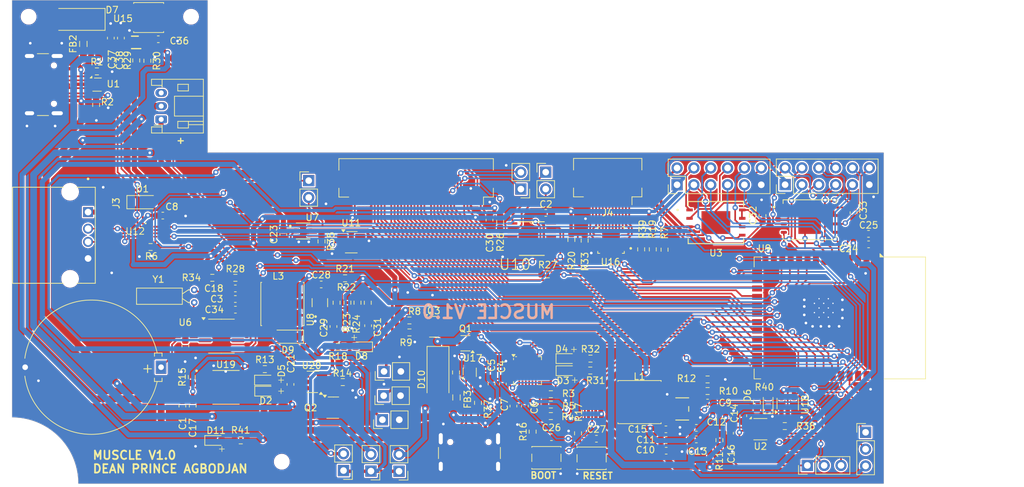
<source format=kicad_pcb>
(kicad_pcb (version 20221018) (generator pcbnew)
  (layers (0 "F.Cu" signal) (31 "B.Cu" signal) (34 "B.Paste" user) (35 "F.Paste" user) (36 "B.SilkS" user "B.Silkscreen") (37 "F.SilkS" user "F.Silkscreen") (38 "B.Mask" user) (39 "F.Mask" user) (44 "Edge.Cuts" user))
  (net 0 "")
  (net 1 "Net-(BT1-+)")
  (net 2 "GND")
  (net 3 "+3.3VA")
  (net 4 "VBUS")
  (net 5 "+3V3")
  (net 6 "Net-(U5-FB)")
  (net 7 "+5V")
  (net 8 "+BATT")
  (net 9 "/IO0")
  (net 10 "/EN")
  (net 11 "/BACKLIGHT_VIN")
  (net 12 "+24V")
  (net 13 "/LEDK")
  (net 14 "+3.3VP")
  (net 15 "GND1")
  (net 16 "+3V0")
  (net 17 "GND2")
  (net 18 "+5VP")
  (net 19 "Net-(D1-K)")
  (net 20 "Net-(D3-K)")
  (net 21 "Net-(D3-A)")
  (net 22 "Net-(D4-K)")
  (net 23 "Net-(D4-A)")
  (net 24 "Net-(D5-K)")
  (net 25 "Net-(D8-A)")
  (net 26 "Net-(D9-A)")
  (net 27 "Net-(D10-A)")
  (net 28 "Net-(J1-CC1)")
  (net 30 "Net-(J1-CC2)")
  (net 32 "/B_USB-")
  (net 33 "/B_USB+")
  (net 34 "/SDA")
  (net 35 "/SCL")
  (net 36 "/TX")
  (net 37 "Net-(J11-Pin_1)")
  (net 38 "Net-(J12-Pin_1)")
  (net 39 "Net-(J13-Pin_1)")
  (net 40 "/TFT_RESET")
  (net 41 "/IM1")
  (net 42 "/IM0")
  (net 43 "/TFT_MOSI")
  (net 44 "/TFT_SCK")
  (net 45 "/TFT_CS")
  (net 46 "Net-(J16-Pin_12)")
  (net 47 "/DE")
  (net 48 "/VSYNC")
  (net 49 "/HSYNC")
  (net 50 "/B1")
  (net 51 "/B2")
  (net 52 "/B3")
  (net 53 "/B4")
  (net 54 "/B5")
  (net 55 "/G0")
  (net 56 "/G1")
  (net 57 "/G2")
  (net 58 "/G3")
  (net 59 "/G4")
  (net 60 "/G5")
  (net 61 "/R1")
  (net 62 "/R2")
  (net 63 "/R3")
  (net 64 "/R4")
  (net 65 "/R5")
  (net 70 "/MEM_CS")
  (net 71 "Net-(J19-Pin_4)")
  (net 72 "/MEM_MOSI")
  (net 73 "Net-(J19-Pin_6)")
  (net 74 "/MEM_MISO")
  (net 75 "Net-(J19-Pin_8)")
  (net 76 "/MEM_SCK")
  (net 77 "Net-(J19-Pin_10)")
  (net 78 "Net-(J20-Pin_4)")
  (net 79 "Net-(J20-Pin_6)")
  (net 80 "Net-(J20-Pin_8)")
  (net 81 "Net-(J20-Pin_10)")
  (net 82 "Net-(U5-LX)")
  (net 83 "Net-(U15-SW)")
  (net 84 "/DTR")
  (net 85 "/RTS")
  (net 86 "Net-(Q3-G)")
  (net 87 "Net-(U4-~{RST})")
  (net 88 "Net-(U4-VBUS)")
  (net 89 "/USB_EN")
  (net 90 "/PCLK")
  (net 91 "Net-(U15-FB)")
  (net 92 "Net-(U16-~{RESET})")
  (net 93 "/BAT_ALERT_INT")
  (net 94 "/P_USB_D+")
  (net 95 "/P_USB_D-")
  (net 96 "/USB_B D-")
  (net 97 "/USB_B D+")
  (net 106 "/RX")
  (net 109 "/NAND_INT")
  (net 110 "/KEY_INT")
  (net 114 "/USB_SW")
  (net 115 "/BARCODE_SW")
  (net 123 "Net-(J22-CC1)")
  (net 125 "Net-(J22-CC2)")
  (net 127 "/KEY_ROW0")
  (net 128 "/KEY_ROW1")
  (net 129 "/KEY_ROW2")
  (net 130 "/KEY_ROW3")
  (net 131 "/KEY_ROW4")
  (net 132 "/KEY_COL0")
  (net 133 "/KEY_COL1")
  (net 134 "/KEY_COL2")
  (net 135 "/KEY_COL3")
  (net 136 "/KEY_COL4")
  (net 137 "/KEY_COL5")
  (net 138 "/KEY_COL6")
  (net 139 "/PUSB_D+")
  (net 140 "/PUSB_D-")
  (net 141 "/D+")
  (net 142 "/D-")
  (net 143 "/USB_D-")
  (net 144 "/USB_D+")
  (net 145 "Net-(D2-K)")
  (net 146 "Net-(D2-A)")
  (net 147 "Net-(U2-Vref)")
  (net 148 "Net-(D6-K)")
  (net 149 "Net-(D6-A)")
  (net 150 "/POWER_BTN")
  (net 151 "/LDO_EN")
  (net 152 "/PS_HOLD")
  (net 153 "/PB_OUT")
  (net 154 "/STM6600_INT")
  (net 158 "/KEY_STM6600_INT")
  (net 159 "Net-(U8-CTRL)")
  (net 160 "Net-(J18-Pin_1)")
  (net 161 "Net-(J18-Pin_2)")
  (net 162 "-BATT")
  (net 165 "Net-(U20-OD)")
  (net 166 "Net-(U20-OC)")
  (net 167 "Net-(U20-CS)")
  (net 168 "Net-(U19-PROG)")
  (net 170 "Net-(D7-A)")
  (net 171 "/PCF8523_INT")
  (net 172 "Net-(U6-OSCI)")
  (net 173 "Net-(U6-OSCO)")
  (net 174 "Net-(U6-VDD)")
  (net 175 "Net-(D11-A)")
  (footprint "Capacitor_SMD:C_0603_1608Metric_Pad1.08x0.95mm_HandSolder" (layer "F.Cu") (at 229.29 127.39 -90)
    (fp_text reference "C16")
    (fp_text value "1u" hide)
  )
  (footprint "Capacitor_SMD:C_0603_1608Metric_Pad1.08x0.95mm_HandSolder" (layer "F.Cu") (at 231.3 124.75 90)
    (fp_text reference "C14")
    (fp_text value "0.1u" hide)
  )
  (footprint "Capacitor_SMD:C_0603_1608Metric_Pad1.08x0.95mm_HandSolder" (layer "F.Cu") (at 219.665 128.4201)
    (fp_text reference "C11")
    (fp_text value "22u" hide)
  )
  (footprint "TP4056:SOP127P600X175-9N" (layer "F.Cu") (at 153.275 120.46)
    (fp_text reference "U19")
    (fp_text value "TP4056" hide)
  )
  (footprint "Crystal:Crystal_C26-LF_D2.1mm_L6.5mm_Horizontal" (layer "F.Cu") (at 148.485 105.75 -90)
    (fp_text reference "Y1")
    (fp_text value "Crystal" hide)
  )
  (footprint "LED_SMD:LED_0603_1608Metric_Pad1.05x0.95mm_HandSolder" (layer "F.Cu") (at 159.27 121.04)
    (fp_text reference "D2")
    (fp_text value "CHG_LED" hide)
  )
  (footprint "Capacitor_SMD:C_0603_1608Metric_Pad1.08x0.95mm_HandSolder" (layer "F.Cu") (at 225.9151 122.76505 180)
    (fp_text reference "C9")
    (fp_text value "22p" hide)
  )
  (footprint "MountingHole:MountingHole_2.1mm" (layer "F.Cu") (at 161.69 131.69)
    (fp_text reference "H3" hide)
    (fp_text value "MountingHole" hide)
  )
  (footprint "Resistor_SMD:R_0603_1608Metric_Pad0.98x0.95mm_HandSolder" (layer "F.Cu") (at 173.11 107.679 90)
    (fp_text reference "R24")
    (fp_text value "4.3" hide)
  )
  (footprint "Connector_USB:USB_C_Receptacle_GCT_USB4105-xx-A_16P_TopMnt_Horizontal" (layer "F.Cu") (at 189.99 131.325)
    (fp_text reference "J22" hide)
    (fp_text value "USB_C_Receptacle_USB2.0_16P" hide)
  )
  (footprint "Connector_PinHeader_2.54mm:PinHeader_1x02_P2.54mm_Vertical" (layer "F.Cu") (at 177.11 118.06 90)
    (fp_text reference "J11" hide)
    (fp_text value "100mA" hide)
  )
  (footprint "Capacitor_SMD:C_0603_1608Metric_Pad1.08x0.95mm_HandSolder" (layer "F.Cu") (at 143.74 94.53)
    (fp_text reference "C8")
    (fp_text value "0.1u" hide)
  )
  (footprint "Capacitor_SMD:C_0603_1608Metric_Pad1.08x0.95mm_HandSolder" (layer "F.Cu") (at 137.425 67.725 90)
    (fp_text reference "C38")
    (fp_text value "4.7u(3.705m)" hide)
  )
  (footprint "Connector_PinHeader_2.54mm:PinHeader_2x06_P2.54mm_Vertical" (layer "F.Cu") (at 237.61 89.86 90)
    (fp_text reference "J20" hide)
    (fp_text value "Conn_02x06_Odd_Even" hide)
  )
  (footprint "Resistor_SMD:R_0603_1608Metric_Pad0.98x0.95mm_HandSolder" (layer "F.Cu") (at 202.275 123.05 180)
    (fp_text reference "R5")
    (fp_text value "47.5K" hide)
  )
  (footprint "Diode_SMD:D_SOD-123" (layer "F.Cu") (at 162.61 112.81 180)
    (fp_text reference "D9")
    (fp_text value "MBR0540" hide)
  )
  (footprint "Button_Switch_SMD:SW_SPST_PTS810" (layer "F.Cu") (at 201.6 131.1 180)
    (fp_text reference "SW1" hide)
    (fp_text value "BOOT" hide)
  )
  (footprint "Capacitor_SMD:C_0603_1608Metric_Pad1.08x0.95mm_HandSolder" (layer "F.Cu") (at 224.22 126.5801)
    (fp_text reference "C12")
    (fp_text value "0.1u" hide)
  )
  (footprint "Connector_USB:USB_C_Receptacle_GCT_USB4105-xx-A_16P_TopMnt_Horizontal" (layer "F.Cu") (at 124.71 74.75 -90)
    (fp_text reference "J1" hide)
    (fp_text value "USB_C_Receptacle_USB2.0_16P" hide)
  )
  (footprint "Resistor_SMD:R_0603_1608Metric_Pad0.98x0.95mm_HandSolder" (layer "F.Cu") (at 225.9151 119.26505)
    (fp_text reference "R12")
    (fp_text value "22.1K" hide)
  )
  (footprint "Capacitor_SMD:C_0603_1608Metric_Pad1.08x0.95mm_HandSolder" (layer "F.Cu") (at 169.485 111.275 90)
    (fp_text reference "C29")
    (fp_text value "1u" hide)
  )
  (footprint "Resistor_SMD:R_0603_1608Metric_Pad0.98x0.95mm_HandSolder" (layer "F.Cu") (at 194.63 95.47 -90)
    (fp_text reference "R26")
    (fp_text value "10K" hide)
  )
  (footprint "Resistor_SMD:R_0603_1608Metric_Pad0.98x0.95mm_HandSolder" (layer "F.Cu") (at 141.41 71.15 -90)
    (fp_text reference "R30")
    (fp_text value "10K" hide)
  )
  (footprint "Resistor_SMD:R_0603_1608Metric_Pad0.98x0.95mm_HandSolder" (layer "F.Cu") (at 159.13 117.71)
    (fp_text reference "R13")
    (fp_text value "10K" hide)
  )
  (footprint "RF_Module:ESP32-S3-WROOM-1" (layer "F.Cu") (at 245.89 109.98 -90)
    (fp_text reference "U9")
    (fp_text value "ESP32-S3-WROOM-1" hide)
  )
  (footprint "TS3USB221A:QFN-10-RSE" (layer "F.Cu") (at 142.01 96.96)
    (property "VALUE" "TS3USB221A")
    (fp_text reference "U12")
    (fp_text value "TS3USB221A" hide)
  )
  (footprint "Capacitor_SMD:C_0603_1608Metric_Pad1.08x0.95mm_HandSolder" (layer "F.Cu") (at 146.695 123.295 -90)
    (fp_text reference "C1")
    (fp_text value "10u" hide)
  )
  (footprint "Diode_SMD:D_SMA_Handsoldering" (layer "F.Cu") (at 185.25 118.79 -90)
    (fp_text reference "D10")
    (fp_text value "SS34" hide)
  )
  (footprint "Package_TO_SOT_SMD:SOT-23-6_Handsoldering" (layer "F.Cu") (at 169.37875 123.525)
    (fp_text reference "Q2")
    (fp_text value "FS8205A" hide)
  )
  (footprint "Package_TO_SOT_SMD:SOT-666" (layer "F.Cu") (at 190.0375 118.1875 90)
    (fp_text reference "U17")
    (fp_text value "USBLC6-2P6" hide)
  )
  (footprint "Resistor_SMD:R_0603_1608Metric_Pad0.98x0.95mm_HandSolder" (layer "F.Cu") (at 205.37 98.2 -90)
    (fp_text reference "R20")
    (fp_text value "10k" hide)
  )
  (footprint "Resistor_SMD:R_0603_1608Metric_Pad0.98x0.95mm_HandSolder" (layer "F.Cu") (at 139.735 71.1 90)
    (fp_text reference "R29")
    (fp_text value "10K" hide)
  )
  (footprint "Capacitor_SMD:C_0603_1608Metric_Pad1.08x0.95mm_HandSolder" (layer "F.Cu") (at 174.71 111.15 -90)
    (fp_text reference "C31")
    (fp_text value "1u" hide)
  )
  (footprint "Resistor_SMD:R_0603_1608Metric_Pad0.98x0.95mm_HandSolder" (layer "F.Cu") (at 180.945 112.17)
    (fp_text reference "R9")
    (fp_text value "100K" hide)
  )
  (footprint "LED_SMD:LED_0603_1608Metric_Pad1.05x0.95mm_HandSolder" (layer "F.Cu") (at 173.7 114.34 180)
    (fp_text reference "D8")
    (fp_text value "POWER_LED" hide)
  )
  (footprint "Connector_JST:JST_PH_S3B-PH-K_1x03_P2.00mm_Horizontal" (layer "F.Cu") (at 143.5 80 90)
    (fp_text reference "J6" hide)
    (fp_text value "Connector to bat" hide)
  )
  (footprint "Connector_PinHeader_2.54mm:PinHeader_1x02_P2.54mm_Vertical" (layer "F.Cu") (at 175.14 133.105 180)
    (fp_text reference "J10" hide)
    (fp_text value "Conn_01x02_Pin" hide)
  )
  (footprint "Connector_PinHeader_2.54mm:PinHeader_1x02_P2.54mm_Vertical" (layer "F.Cu") (at 177.06 121.72 90)
    (fp_text reference "J12" hide)
    (fp_text value "50mA" hide)
  )
  (footprint "Connector_FFC-FPC:Hirose_FH12-14S-0.5SH_1x14-1MP_P0.50mm_Horizontal" (layer "F.Cu") (at 210.85 90.4 180)
    (fp_text reference "J4")
    (fp_text value "Conn_01x14_MountingPin" hide)
  )
  (footprint "Diode_SMD:D_SOD-123" (layer "F.Cu") (at 140.68 92.5)
    (fp_text reference "D1")
    (fp_text value "1N5817" hide)
  )
  (footprint "Inductor_SMD:L_0805_2012Metric_Pad1.05x1.20mm_HandSolder" (layer "F.Cu") (at 188.04 121.99 90)
    (fp_text reference "FB3")
    (fp_text value "BLM21PG221" hide)
  )
  (footprint "Capacitor_SMD:C_0603_1608Metric_Pad1.08x0.95mm_HandSolder" (layer "F.Cu") (at 224.22 128.3201)
    (fp_text reference "C13")
    (fp_text value "22u" hide)
  )
  (footprint "MAX17048G_T10:SON50P200X200X80-9N" (layer "F.Cu") (at 164.915 96.85)
    (fp_text reference "U7")
    (fp_text value "MAX17048G_T10" hide)
  )
  (footprint "Resistor_SMD:R_0603_1608Metric_Pad0.98x0.95mm_HandSolder" (layer "F.Cu") (at 202.275 124.8)
    (fp_text reference "R4")
    (fp_text value "22.1K" hide)
  )
  (footprint "Resistor_SMD:R_0603_1608Metric_Pad0.98x0.95mm_HandSolder" (layer "F.Cu") (at 202.275 121.5)
    (fp_text reference "R3")
    (fp_text value "1K")
  )
  (footprint "LED_SMD:LED_0603_1608Metric_Pad1.05x0.95mm_HandSolder" (layer "F.Cu") (at 151.735 128.48)
    (fp_text reference "D11")
    (fp_text value "POWER_LED" hide)
  )
  (footprint "SY8088AAC:SY8089AAAC_SGY" (layer "F.Cu") (at 222.09255 123.720099)
    (fp_text reference "U5" hide)
    (fp_text value "SY8089A1AAC" hide)
  )
  (footprint "Inductor_SMD:L_Cenker_CKCS6020" (layer "F.Cu") (at 161.785 107.875 -90)
    (fp_text reference "L3")
    (fp_text value "6.8u" hide)
  )
  (footprint "PCA9554PW:SOP65P640X120-16N" (layer "F.Cu") (at 199.4 98)
    (fp_text reference "U10")
    (fp_text value "PCA9554PW" hide)
  )
  (footprint "Package_DFN_QFN:QFN-24-1EP_4x4mm_P0.5mm_EP2.6x2.6mm" (layer "F.Cu") (at 198.75 117.9375)
    (fp_text reference "U4" hide)
    (fp_text value "CP2102N-Axx-xQFN24" hide)
  )
  (footprint "Connector_PinHeader_2.54mm:PinHeader_1x02_P2.54mm_Vertical" (layer "F.Cu") (at 201.5 87.975)
    (fp_text reference "J18" hide)
    (fp_text value "Conn_01x02_Pin" hide)
  )
  (footprint "Package_SO:SOIC-8_3.9x4.9mm_P1.27mm" (layer "F.Cu") (at 152.585 112.725)
    (fp_text reference "U6")
    (fp_text value "PCF8523T" hide)
  )
  (footprint "Package_TO_SOT_SMD:SOT-23-5_HandSoldering" (layer "F.Cu") (at 238 123 90)
    (fp_text reference "U18")
    (fp_text value "74AHC1G00" hide)
  )
  (footprint "Inductor_SMD:L_0805_2012Metric_Pad1.05x1.20mm_HandSolder" (layer "F.Cu") (at 131.76 68.6075 90)
    (fp_text reference "FB2")
    (fp_text value "BLM21PG221" hide)
  )
  (footprint "Capacitor_SMD:C_0603_1608Metric_Pad1.08x0.95mm_HandSolder" (layer "F.Cu") (at 234.2 94.5 90)
    (fp_text reference "C32")
    (fp_text value "0.1u" hide)
  )
  (footprint "TCA8418RTWR:QFN50P400X400X80-25N" (layer "F.Cu") (at 211.35 98.225 180)
    (fp_text reference "U16")
    (fp_text value "TCA8418RTWR" hide)
  )
  (footprint "Resistor_SMD:R_0603_1608Metric_Pad0.98x0.95mm_HandSolder" (layer "F.Cu") (at 170.15375 114.35 180)
    (fp_text reference "R18")
    (fp_text value "1K" hide)
  )
  (footprint "Resistor_SMD:R_0603_1608Metric_Pad0.98x0.95mm_HandSolder" (layer "F.Cu") (at 169.96 107.684 90)
    (fp_text reference "R22")
    (fp_text value "8.2" hide)
  )
  (footprint "LED_SMD:LED_0603_1608Metric_Pad1.05x0.95mm_HandSolder" (layer "F.Cu") (at 235.05 122.77 90)
    (fp_text reference "D6")
    (fp_text value "RX_LED" hide)
  )
  (footprint "Package_TO_SOT_SMD:SOT-23-5_HandSoldering" (layer "F.Cu") (at 172.17 98.55)
    (fp_text reference "U11")
    (fp_text value "74AHC1G00" hide)
  )
  (footprint "Inductor_SMD:L_Cenker_CKCS4018" (layer "F.Cu") (at 141.61 64.625 180)
    (fp_text reference locked "L4" hide)
    (fp_text value "1u(17m)" hide)
  )
  (footprint "Capacitor_SMD:C_0603_1608Metric_Pad1.08x0.95mm_HandSolder" (layer "F.Cu") (at 247.93 94.08 -90)
    (fp_text reference "C33")
    (fp_text value "0.1u" hide)
  )
  (footprint "Capacitor_SMD:C_0603_1608Metric_Pad1.08x0.95mm_HandSolder" (layer "F.Cu") (at 219.67 130.03)
    (fp_text reference "C10")
    (fp_text value "22u" hide)
  )
  (footprint "Capacitor_SMD:C_0603_1608Metric_Pad1.08x0.95mm_HandSolder" (layer "F.Cu") (at 201.51 94.125)
    (fp_text reference "C2")
    (fp_text value "0.1u" hide)
  )
  (footprint "LED_SMD:LED_0603_1608Metric_Pad1.05x0.95mm_HandSolder" (layer "F.Cu") (at 204.73 117.95)
    (fp_text reference "D3")
    (fp_text value "RX_LED" hide)
  )
  (footprint "Resistor_SMD:R_0603_1608Metric_Pad0.98x0.95mm_HandSolder" (layer "F.Cu") (at 187.975 118.2125 90)
    (fp_text reference "R36" hide)
    (fp_text value "5K1" hide)
  )
  (footprint "Connector_PinHeader_2.54mm:PinHeader_1x03_P2.54mm_Vertical" (layer "F.Cu") (at 240.96 132.25 90)
    (fp_text reference "J23" hide)
    (fp_text value "Connector to IM0" hide)
  )
  (footprint "Resistor_SMD:R_0603_1608Metric_Pad0.98x0.95mm_HandSolder" (layer "F.Cu") (at 217.65 99.625 -90)
    (fp_text reference "R19")
    (fp_text value "10k" hide)
  )
  (footprint "Resistor_SMD:R_0603_1608Metric_Pad0.98x0.95mm_HandSolder" (layer "F.Cu") (at 170.89 119.67 180)
    (fp_text reference "R14")
    (fp_text value "1K" hide)
  )
  (footprint "Resistor_SMD:R_0603_1608Metric_Pad0.98x0.95mm_HandSolder" (layer "F.Cu") (at 133.8 72.75)
    (fp_text reference "R1")
    (fp_text value "5K1" hide)
  )
  (footprint "Capacitor_SMD:C_0603_1608Metric_Pad1.08x0.95mm_HandSolder" (layer "F.Cu") (at 250.203 98.87)
    (fp_text reference "C24")
    (fp_text value "0.1u" hide)
  )
  (footprint "TPS61023DLR:DRL0006A" (layer "F.Cu") (at 139.535 68.375 180)
    (fp_text reference "U15")
    (fp_text value "TPS61023DRLR" hide)
  )
  (footprint "Resistor_SMD:R_0603_1608Metric_Pad0.98x0.95mm_HandSolder" (layer "F.Cu") (at 148.11 118.9 90)
    (fp_text reference "R15")
    (fp_text value "1.2K" hide)
  )
  (footprint "Connector_PinHeader_2.54mm:PinHeader_1x02_P2.54mm_Vertical" (layer "F.Cu") (at 165.75 89.25)
    (fp_text reference "J2" hide)
    (fp_text value "Conn_01x02_Pin" hide)
  )
  (footprint "Battery:Battery_Panasonic_CR2032-HFN_Horizontal_CircularHoles" (layer "F.Cu") (at 143.48 117.42 180)
    (fp_text reference "BT1" hide)
    (fp_text value "Battery_Cell" hide)
  )
  (footprint "Resistor_SMD:R_0603_1608Metric_Pad0.98x0.95mm_HandSolder" (layer "F.Cu") (at 206.375 127.4 90)
    (fp_text reference "R17")
    (fp_text value "10K" hide)
  )
  (footprint "Capacitor_SMD:C_0603_1608Metric_Pad1.08x0.95mm_HandSolder" (layer "F.Cu") (at 198.36 123.29 -90)
    (fp_text reference "C6")
    (fp_text value "4.7u" hide)
  )
  (footprint "Capacitor_SMD:C_0603_1608Metric_Pad1.08x0.95mm_HandSolder" (layer "F.Cu") (at 195.03 119.955 -90)
    (fp_text reference "C4")
    (fp_text value "22u" hide)
  )
  (footprint "Capacitor_SMD:C_0603_1608Metric_Pad1.08x0.95mm_HandSolder" (layer "F.Cu") (at 154.685 105.525 180)
    (fp_text reference "C18")
    (fp_text value "10u" hide)
  )
  (footprint "Resistor_SMD:R_0603_1608Metric_Pad0.98x0.95mm_HandSolder" (layer "F.Cu") (at 133.69 77.81 -90)
    (fp_text reference "R2")
    (fp_text value "5K1" hide)
  )
  (footprint "Capacitor_SMD:C_0603_1608Metric_Pad1.08x0.95mm_HandSolder" (layer "F.Cu") (at 250.19 97.282)
    (fp_text reference "C25")
    (fp_text value "10u" hide)
  )
  (footprint "Package_TO_SOT_SMD:SOT-666" (layer "F.Cu") (at 133.825 74.75)
    (fp_text reference "U1")
    (fp_text value "USBLC6-2P6" hide)
  )
  (footprint "W25N02:W25N02-M" (layer "F.Cu") (at 227.17 95.58)
    (fp_text reference "U3")
    (fp_text value "W25N02KVZEIR" hide)
  )
  (footprint "Resistor_SMD:R_0603_1608Metric_Pad0.98x0.95mm_HandSolder" (layer "F.Cu") (at 219.425 99.675 90)
    (fp_text reference "R7")
    (fp_text value "10k" hide)
  )
  (footprint "Resistor_SMD:R_0603_1608Metric_Pad0.98x0.95mm_HandSolder" (layer "F.Cu") (at 171.585 107.675 90)
    (fp_text reference "R23")
    (fp_text value "8.2" hide)
  )
  (footprint "Capacitor_SMD:C_0603_1608Metric_Pad1.08x0.95mm_HandSolder" (layer "F.Cu") (at 154.695 108.735 180)
    (fp_text reference "C34")
    (fp_text value "0.1u" hide)
  )
  (footprint "Resistor_SMD:R_0603_1608Metric_Pad0.98x0.95mm_HandSolder" (layer "F.Cu") (at 154.685 103.925)
    (fp_text reference "R28")
    (fp_text value "1k" hide)
  )
  (footprint "Resistor_SMD:R_0603_1608Metric_Pad0.98x0.95mm_HandSolder" (layer "F.Cu") (at 167.68 98.42 -90)
    (fp_text reference "R35")
    (fp_text value "10k" hide)
  )
  (footprint "Diode_SMD:D_SMA_Handsoldering" (layer "F.Cu") (at 130.53 64.9 180)
    (fp_text reference "D7")
    (fp_text value "SS34" hide)
  )
  (footprint "Capacitor_SMD:C_0603_1608Metric_Pad1.08x0.95mm_HandSolder" (layer "F.Cu") (at 135.9 67.725 90)
    (fp_text reference "C37")
    (fp_text value "4.7u(3.705m)" hide)
  )
  (footprint "Connector_PinHeader_2.54mm:PinHeader_2x06_P2.54mm_Vertical" (layer "F.Cu") (at 221.31 89.875 90)
    (fp_text reference "J19" hide)
    (fp_text value "Conn_02x06_Odd_Even" hide)
  )
  (footprint "W25Q256JVEIQ:SON127P600X800X80-9N" (layer "F.Cu") (at 241.309 95.148)
    (fp_text reference "U13" hide)
    (fp_text value "W25Q256JVEIQ" hide)
  )
  (footprint "Capacitor_SMD:C_0603_1608Metric_Pad1.08x0.95mm_HandSolder" (layer "F.Cu") (at 209.15 128.225)
    (fp_text reference "C27")
    (fp_text value "0.1u" hide)
  )
  (footprint "Connector_PinHeader_2.54mm:PinHeader_1x02_P2.54mm_Vertical" (layer "F.Cu") (at 176.87 125.35 90)
    (fp_text reference "J13" hide)
    (fp_text value "25mA" hide)
  )
  (footprint "MountingHole:MountingHole_2.1mm" (layer "F.Cu") (at 148 64.5)
    (fp_text reference "H1" hide)
    (fp_text value "MountingHole" hide)
  )
  (footprint "Resistor_SMD:R_0603_1608Metric_Pad0.98x0.95mm_HandSolder" (layer "F.Cu") (at 233.35 122.76 -90)
    (fp_text reference "R40")
    (fp_text value "10K" hide)
  )
  (footprint "Capacitor_SMD:C_0603_1608Metric_Pad1.08x0.95mm_HandSolder" (layer "F.Cu") (at 196.63 123.29 -90)
    (fp_text reference "C7")
    (fp_text value "0.1u" hide)
  )
  (footprint "Resistor_SMD:R_0603_1608Metric_Pad0.98x0.95mm_HandSolder" (layer "F.Cu") (at 225.9151 121.01505 180)
    (fp_text reference "R10")
    (fp_text value "100K" hide)
  )
  (footprint "Resistor_SMD:R_0603_1608Metric_Pad0.98x0.95mm_HandSolder" (layer "F.Cu") (at 174.66 107.6875 90)
    (fp_text reference "R25" hide)
    (fp_text value "2.0" hide)
  )
  (footprint "Resistor_SMD:R_0603_1608Metric_Pad0.98x0.95mm_HandSolder" (layer "F.Cu") (at 155.5 128.47)
    (fp_text reference "R41")
    (fp_text value "1K" hide)
  )
  (footprint "Capacitor_SMD:C_0603_1608Metric_Pad1.08x0.95mm_HandSolder" (layer "F.Cu") (at 193.02 95.22 -90)
    (fp_text reference "C30")
    (fp_text value "1u" hide)
  )
  (footprint "TPS61169DCKR:SOT65P210X110-5N" (layer "F.Cu") (at 167.435 107.675 90)
    (fp_text reference "U8")
    (fp_text value "TPS61169DCKR" hide)
  )
  (footprint "Connector_PinHeader_2.54mm:PinHeader_1x02_P2.54mm_Vertical" (layer "F.Cu") (at 179.375 133.125 180)
    (fp_text reference "J9" hide)
    (fp_text value "Conn_01x02_Pin" hide)
  )
  (footprint "Resistor_SMD:R_0603_1608Metric_Pad0.98x0.95mm_HandSolder" (layer "F.Cu") (at 180.94 110.36 180)
    (fp_text reference "R8")
    (fp_text value "100K" hide)
  )
  (footprint "Resistor_SMD:R_0603_1608Metric_Pad0.98x0.95mm_HandSolder" (layer "F.Cu") (at 208.22 117.92)
    (fp_text reference "R31")
    (fp_text value "1K" hide)
  )
  (footprint "USB-A1HSW6:OST_USB-A1HSW6" (layer "F.Cu") (at 129.76 97.5 -90)
    (fp_text reference "J3")
    (fp_text value "USB_A" hide)
  )
  (footprint "Resistor_SMD:R_0603_1608Metric_Pad0.98x0.95mm_HandSolder" (layer "F.Cu") (at 191.29 122.8 90)
    (fp_text reference "R37")
    (fp_text value "5K1" hide)
  )
  (footprint "Resistor_SMD:R_0603_1608Metric_Pad0.98x0.95mm_HandSolder" (layer "F.Cu") (at 208.25 116.12)
    (fp_text reference "R32")
    (fp_text value "1K" hide)
  )
  (footprint "Connector_PinHeader_2.54mm:PinHeader_1x02_P2.54mm_Vertical" (layer "F.Cu") (at 197.75 90.525 180)
    (fp_text reference "J24" hide)
    (fp_text value "Conn_01x02_Pin" hide)
  )
  (footprint "Capacitor_SMD:C_0603_1608Metric_Pad1.08x0.95mm_HandSolder" (layer "F.Cu") (at 143.06 67.9)
    (fp_text reference "C36")
    (fp_text value "10u" hide)
  )
  (footprint "Capacitor_SMD:C_0603_1608Metric_Pad1.08x0.95mm_HandSolder" (layer "F.Cu") (at 167.635 104.925)
    (fp_text reference "C28")
    (fp_text value "10u" hide)
  )
  (footprint "Capacitor_SMD:C_0603_1608Metric_Pad1.08x0.95mm_HandSolder" (layer "F.Cu") (at 147.145 114.21 -90)
    (fp_text reference "C35" hide)
    (fp_text value "0.1u" hide)
  )
  (footprint "Package_TO_SOT_SMD:SOT-23-6_Handsoldering" (layer "F.Cu") (at 166.40125 119.635 180)
    (fp_text reference "U20")
    (fp_text value "DW01A" hide)
  )
  (footprint "Connector_FFC-FPC:Hirose_FH12-40S-0.5SH_1x40-1MP_P0.50mm_Horizontal" (layer "F.Cu") (at 181.95 90.43 180)
    (fp_text reference "J16" hide)
    (fp_text value "Conn_01x40_MountingPin" hide)
  )
  (footprint "Resistor_SMD:R_0603_1608Metric_Pad0.98x0.95mm_HandSolder" (layer "F.Cu") (at 199.53 127.15 90)
    (fp_text reference "R16")
    (fp_text value "10K" hide)
  )
  (footprint "Resistor_SMD:R_0603_1608Metric_Pad0.98x0.95mm_HandSolder" (layer "F.Cu") (at 237.56 126.31)
    (fp_text reference "R38")
    (fp_text value "10K" hide)
  )
  (footprint "Capacitor_SMD:C_0603_1608Metric_Pad1.08x0.95mm_HandSolder" (layer "F.Cu") (at 161.925 97.375 90)
    (fp_text reference "C23")
    (fp_text value "0.1u" hide)
  )
  (footprint "Resistor_SMD:R_0603_1608Metric_Pad0.98x0.95mm_HandSolder" (layer "F.Cu") (at 141.9 99.27)
    (fp_text reference "R6")
    (fp_text value "10k" hide)
  )
  (footprint "Inductor_SMD:L_Cenker_CKCS6045" (layer "F.Cu") (at 215.65 122.69 180)
    (fp_text reference "L1")
    (fp_text value "2.2u(3A)" hide)
  )
  (footprint "Resistor_SMD:R_0603_1608Metric_Pad0.98x0.95mm_HandSolder" (layer "F.Cu") (at 207.375 98.3 90)
    (fp_text reference "R33")
    (fp_text value "10k" hide)
  )
  (footprint "Connector_PinHeader_2.54mm:PinHeader_1x02_P2.54mm_Vertical" (layer "F.Cu") (at 171 133.025 180)
    (fp_text reference "J8" hide)
    (fp_text value "Conn_01x02_Pin" hide)
  )
  (footprint "Resistor_SMD:R_0603_1608Metric_Pad0.98x0.95mm_HandSolder" (layer "F.Cu") (at 151.21 103.925 180)
    (fp_text reference "R34")
    (fp_text value "10k" hide)
  )
  (footprint "Resistor_SMD:R_0603_1608Metric_Pad0.98x0.95mm_HandSolder" (layer "F.Cu") (at 171.235 104)
    (fp_text reference "R21")
    (fp_text value "10K" hide)
  )
  (footprint "Package_TO_SOT_SMD:SOT-363_SC-70-6" (layer "F.Cu") (at 189.39 113.8 180)
    (fp_text reference "Q1")
    (fp_text value "UMH3N" hide)
  )
  (footprint "Capacitor_SMD:C_0603_1608Metric_Pad1.08x0.95mm_HandSolder" (layer "F.Cu") (at 148.255 123.295 -90)
    (fp_text reference "C17")
    (fp_text value "0.1u" hide)
  )
  (footprint "Connector_PinHeader_2.54mm:PinHeader_1x03_P2.54mm_Vertical" (layer "F.Cu") (at 249.75 127.25)
    (fp_text reference "J7" hide)
    (fp_text value "Connector to IM0" hide)
  )
  (footprint "Capacitor_SMD:C_0603_1608Metric_Pad1.08x0.95mm_HandSolder" (layer "F.Cu") (at 202.36 127.98)
    (fp_text reference "C26")
    (fp_text value "0.1u" hide)
  )
  (footprint "Capacitor_SMD:C_0603_1608Metric_Pad1.08x0.95mm_HandSolder" (layer "F.Cu") (at 193.33 119.955 -90)
    (fp_text reference "C5")
    (fp_text value "0.1u" hide)
  )
  (footprint "Button_Switch_SMD:SW_SPST_PTS810" (layer "F.Cu") (at 208.425 131.175 180)
    (fp_text reference "SW3" hide)
    (fp_text value "RESET" hide)
  )
  (footprint "Package_DFN_QFN:TDFN-12_2x3mm_P0.5mm" (layer "F.Cu") (at 233.875 126.775)
    (fp_text reference "U2")
    (fp_text value "STM6600" hide)
  )
  (footprint "Capacitor_SMD:C_0603_1608Metric_Pad1.08x0.95mm_HandSolder" (layer "F.Cu") (at 154.6825 107.125 180)
    (fp_text reference "C3")
    (fp_text value "10u" hide)
  )
  (footprint "Resistor_SMD:R_0603_1608Metric_Pad0.98x0.95mm_HandSolder" (layer "F.Cu") (at 201.8 103.4)
    (fp_text reference "R27")
    (fp_text value "100" hide)
  )
  (footprint "LED_SMD:LED_0603_1608Metric_Pad1.05x0.95mm_HandSolder" (layer "F.Cu") (at 159.25 119.37)
    (fp_text reference "D5")
    (fp_text value "CHG_LED" hide)
  )
  (footprint "Resistor_SMD:R_0603_1608Metric_Pad0.98x0.95mm_HandSolder" (layer "F.Cu") (at 215.9 99.625 90)
    (fp_text reference "R39")
    (fp_text value "10k" hide)
  )
  (footprint "Package_TO_SOT_SMD:SOT-23" (layer "F.Cu") (at 184.6175 111.31)
    (fp_text reference "Q3")
    (fp_text value "AO3401A" hide)
  )
  (footprint "Capacitor_SMD:C_0603_1608Metric_Pad1.08x0.95mm_HandSolder" (layer "F.Cu") (at 163 120.02 -90)
    (fp_text reference "C21")
    (fp_text value "0.1u" hide)
  )
  (footprint "Capacitor_SMD:C_0603_1608Metric_Pad1.08x0.95mm_HandSolder" (layer "F.Cu") (at 219.63 126.8)
    (fp_text reference "C15")
    (fp_text value "0.1u" hide)
  )
  (footprint "MountingHole:MountingHole_2.1mm" (layer "F.Cu") (at 123.5 64.5)
    (fp_text reference "H2" hide)
    (fp_text value "MountingHole" hide)
  )
  (footprint "Resistor_SMD:R_0603_1608Metric_Pad0.98x0.95mm_HandSolder" (layer "F.Cu") (at 227.7 128.44 90)
    (fp_text reference "R11")
    (fp_text value "10K" hide)
  )
  (footprint "LED_SMD:LED_0603_1608Metric_Pad1.05x0.95mm_HandSolder" (layer "F.Cu") (at 204.72 116.12)
    (fp_text reference "D4")
    (fp_text value "TX_LED" hide)
  )
  (gr_line (start 252.475 85) (end 158 85) (stroke (width 0.05)) (layer "Edge.Cuts"))
  (gr_line (start 121 121) (end 121 125) (stroke (width 0.05)) (layer "Edge.Cuts"))
  (gr_line (start 150.5 79.5) (end 150.5 62) (stroke (width 0.05)) (layer "Edge.Cuts"))
  (gr_line (start 121 67) (end 121 62) (stroke (width 0.05)) (layer "Edge.Cuts"))
  (gr_line (start 121 121) (end 121 111) (stroke (width 0.05)) (layer "Edge.Cuts"))
  (gr_line (start 158 85) (end 153 85) (stroke (width 0.05)) (layer "Edge.Cuts"))
  (gr_line (start 121 67) (end 121 68) (stroke (width 0.05)) (layer "Edge.Cuts"))
  (gr_line (start 153 85) (end 150.5 85) (stroke (width 0.05)) (layer "Edge.Cuts"))
  (gr_line (start 252.5 119.25) (end 252.5 135) (stroke (width 0.05)) (layer "Edge.Cuts"))
  (gr_line (start 150.5 85) (end 150.5 79.5) (stroke (width 0.05)) (layer "Edge.Cuts"))
  (gr_line (start 121 111) (end 121 68) (stroke (width 0.05)) (layer "Edge.Cuts"))
  (gr_line (start 252.5 119.25) (end 252.475 85) (stroke (width 0.05)) (layer "Edge.Cuts"))
  (gr_arc (start 121 125) (mid 128.071068 127.928932) (end 131 135) (stroke (width 0.05)) (layer "Edge.Cuts"))
  (gr_line (start 135 135) (end 131 135) (stroke (width 0.05)) (layer "Edge.Cuts"))
  (gr_line (start 145 135) (end 135 135) (stroke (width 0.05)) (layer "Edge.Cuts"))
  (gr_line (start 145 135) (end 252.5 135) (stroke (width 0.05)) (layer "Edge.Cuts"))
  (gr_line (start 121 62) (end 150.5 62) (stroke (width 0.05)) (layer "Edge.Cuts"))
  (gr_text "MUSCLE V1.0" (at 203.125 110.25) (layer "B.SilkS") (effects (font (size 2.032 2.032) (thickness 0.381) bold) (justify left bottom mirror)))
  (gr_text "RESET" (at 209.34 134.41) (layer "F.SilkS") (effects (font (size 1 1) (thickness 0.2) bold) (justify bottom)))
  (gr_text "+" (at 146.44 83.75) (layer "F.SilkS") (effects (font (size 1 1) (thickness 0.2) bold) (justify bottom)))
  (gr_text "DEAN PRINCE AGBODJAN" (at 144.86 133.5) (layer "F.SilkS") (effects (font (size 1.27 1.27) (thickness 0.254) bold) (justify bottom)))
  (gr_text "MUSCLE V1.0" (at 139.46 131.45) (layer "F.SilkS") (effects (font (size 1.27 1.27) (thickness 0.254) bold) (justify bottom)))
  (gr_text "+" (at 205.07 115.24) (layer "F.SilkS") (effects (font (size 1 1) (thickness 0.1)) (justify left bottom)))
  (gr_text "+" (at 160.9 119.88) (layer "F.SilkS") (effects (font (size 1 1) (thickness 0.1)) (justify left bottom)))
  (gr_text "+" (at 160.9 121.54) (layer "F.SilkS") (effects (font (size 1 1) (thickness 0.1)) (justify left bottom)))
  (gr_text "+" (at 205.19 119.88) (layer "F.SilkS") (effects (font (size 1 1) (thickness 0.1)) (justify left bottom)))
  (gr_text "+" (at 151.97 130.28) (layer "F.SilkS") (effects (font (size 1 1) (thickness 0.1)) (justify left bottom)))
  (gr_text "+" (at 171.93 113.44) (layer "F.SilkS") (effects (font (size 1 1) (thickness 0.1)) (justify left bottom)))
  (gr_text "BOOT" (at 201.14 134.35) (layer "F.SilkS") (effects (font (size 1 1) (thickness 0.2) bold) (justify bottom)))
  (segment (start 150.11 113.36) (end 147.1575 113.36) (width 0.254) (layer "F.Cu") (net 1))
  (segment (start 143.48 117.42) (end 145.135 115.765) (width 0.254) (layer "F.Cu") (net 1))
  (segment (start 145.81 113.3475) (end 147.145 113.3475) (width 0.254) (layer "F.Cu") (net 1))
  (segment (start 145.135 114.0225) (end 145.81 113.3475) (width 0.254) (layer "F.Cu") (net 1))
  (segment (start 145.135 115.765) (end 145.135 114.0225) (width 0.254) (layer "F.Cu") (net 1))
  (segment (start 220.280351 123.720099) (end 220.74 123.720099) (width 0.254) (layer "F.Cu") (net 2))
  (segment (start 186.79 127.645) (end 186.79 126.73) (width 0.254) (layer "F.Cu") (net 2))
  (segment (start 138.795 67.48) (end 138.795 67.875) (width 0.254) (layer "F.Cu") (net 2))
  (segment (start 142.03 98.760096) (end 142.03 97.83) (width 0.254) (layer "F.Cu") (net 2))
  (segment (start 219.65 121.68) (end 219.65 123.089748) (width 0.254) (layer "F.Cu") (net 2))
  (segment (start 187.757436 115.710273) (end 187.757436 117.169936) (width 0.254) (layer "F.Cu") (net 2))
  (segment (start 129.97 80.16) (end 129.13 81) (width 0.254) (layer "F.Cu") (net 2))
  (segment (start 136.035 103.175) (end 136.06 103.15) (width 0.254) (layer "F.Cu") (net 2))
  (segment (start 145.96 68.175) (end 145.76 67.975) (width 1.016) (layer "F.Cu") (net 2))
  (segment (start 250.952 91.694) (end 250.31 91.052) (width 0.254) (layer "F.Cu") (net 2))
  (segment (start 242.03 107.78) (end 241.03 107.78) (width 0.254) (layer "F.Cu") (net 2))
  (segment (start 251.15 102.43) (end 250.33 103.25) (width 0.762) (layer "F.Cu") (net 2))
  (segment (start 190.466 93.5) (end 190.2 93.234) (width 0.254) (layer "F.Cu") (net 2))
  (segment (start 234.01 92.1) (end 234.01 89.875) (width 0.254) (layer "F.Cu") (net 2))
  (segment (start 172.38 120.2475) (end 171.8025 119.67) (width 0.254) (layer "F.Cu") (net 2))
  (segment (start 203.675 132.175) (end 203.675 133.425) (width 0.254) (layer "F.Cu") (net 2))
  (segment (start 148.715 116.025) (end 148.685 116.025) (width 0.254) (layer "F.Cu") (net 2))
  (segment (start 250.31 91.052) (end 250.31 89.86) (width 0.254) (layer "F.Cu") (net 2))
  (segment (start 210.1 100.16) (end 208.39 100.16) (width 0.254) (layer "F.Cu") (net 2))
  (segment (start 192.18 120.28) (end 192.63 120.73) (width 0.254) (layer "F.Cu") (net 2))
  (segment (start 145.76 67.975) (end 143.9975 67.975) (width 1.016) (layer "F.Cu") (net 2))
  (segment (start 170.085 105.375) (end 169.96 105.5) (width 0.381) (layer "F.Cu") (net 2))
  (segment (start 172.38 120.93) (end 172.38 120.2475) (width 0.254) (layer "F.Cu") (net 2))
  (segment (start 135.9 66.95) (end 135.875 66.925) (width 0.254) (layer "F.Cu") (net 2))
  (segment (start 197.23 126.08) (end 196.6525 125.5025) (width 0.254) (layer "F.Cu") (net 2))
  (segment (start 192.09 95.29) (end 192.09 94.77) (width 0.254) (layer "F.Cu") (net 2))
  (segment (start 163.93 98.18) (end 164.25 98.5) (width 0.254) (layer "F.Cu") (net 2))
  (segment (start 146.6475 117.9875) (end 146.535 118.1) (width 0.254) (layer "F.Cu") (net 2))
  (segment (start 147.145 116.54) (end 147.11 116.575) (width 0.254) (layer "F.Cu") (net 2))
  (segment (start 193.02 95.995) (end 192.795 95.995) (width 0.254) (layer "F.Cu") (net 2))
  (segment (start 128.39 71.005) (end 127.815 70.43) (width 0.254) (layer "F.Cu") (net 2))
  (segment (start 150.8 118.555) (end 150.8 117.81) (width 0.254) (layer "F.Cu") (net 2))
  (segment (start 175.2 91.326) (end 174.724 90.85) (width 0.254) (layer "F.Cu") (net 2))
  (segment (start 171.11 105.375) (end 170.085 105.375) (width 0.381) (layer "F.Cu") (net 2))
  (segment (start 147.18 94.59) (end 144.83 94.59) (width 0.508) (layer "F.Cu") (net 2))
  (segment (start 239.8025 124.99) (end 238.95 124.1375) (width 0.508) (layer "F.Cu") (net 2))
  (segment (start 224.52775 124.544363) (end 224.52775 126.11285) (width 0.762) (layer "F.Cu") (net 2))
  (segment (start 210.1 100.16) (end 210.1684 100.0916) (width 0.2032) (layer "F.Cu") (net 2))
  (segment (start 242.73 110.98) (end 243 111.25) (width 0.254) (layer "F.Cu") (net 2))
  (segment (start 192.795 95.995) (end 192.09 95.29) (width 0.254) (layer "F.Cu") (net 2))
  (segment (start 224.82 125.02) (end 224.82 124.590033) (width 0.762) (layer "F.Cu") (net 2))
  (segment (start 149.56 128.48) (end 148.68 129.36) (width 0.762) (layer "F.Cu") (net 2))
  (segment (start 204.95 127.05) (end 204.02 127.98) (width 0.254) (layer "F.Cu") (net 2))
  (segment (start 190.2 92.28) (end 190.2 90.427) (width 0.254) (layer "F.Cu") (net 2))
  (segment (start 203.875 123.05) (end 203.1 123.05) (width 0.254) (layer "F.Cu") (net 2))
  (segment (start 148.255 124.1575) (end 148.5825 123.83) (width 0.508) (layer "F.Cu") (net 2))
  (segment (start 141.998 98.792096) (end 142.03 98.760096) (width 0.254) (layer "F.Cu") (net 2))
  (segment (start 210.1684 100.0916) (end 210.1684 99.4066) (width 0.2032) (layer "F.Cu") (net 2))
  (segment (start 173.76 112.0225) (end 173.7475 112.01) (width 0.381) (layer "F.Cu") (net 2))
  (segment (start 142.03 97.83) (end 142.01 97.81) (width 0.254) (layer "F.Cu") (net 2))
  (segment (start 123.75 68.5) (end 123.75 70.315) (width 0.254) (layer "F.Cu") (net 2))
  (segment (start 141.998 100.613) (end 141.998 98.792096) (width 0.254) (layer "F.Cu") (net 2))
  (segment (start 220.44505 130.16505) (end 220.44 130.1701) (width 0.254) (layer "F.Cu") (net 2))
  (segment (start 153.275 121.875) (end 153.275 120.46) (width 0.254) (layer "F.Cu") (net 2))
  (segment (start 174.724 90.85) (end 172.676 90.85) (width 0.254) (layer "F.Cu") (net 2))
  (segment (start 250.978 97.295) (end 250.965 97.282) (width 0.254) (layer "F.Cu") (net 2))
  (segment (start 129.97 78.3) (end 129.97 80.16) (width 0.254) (layer "F.Cu") (net 2))
  (segment (start 191.515 122.2) (end 191.29 121.975) (width 0.254) (layer "F.Cu") (net 2))
  (segment (start 179.82 121.5) (end 179.6 121.72) (width 0.254) (layer "F.Cu") (net 2))
  (segment (start 219.82 121.51) (end 219.65 121.68) (width 0.254) (layer "F.Cu") (net 2))
  (segment (start 163.93 97.6) (end 163.93 98.18) (width 0.254) (layer "F.Cu") (net 2))
  (segment (start 172.676 90.85) (end 172.2 91.326) (width 0.254) (layer "F.Cu") (net 2))
  (segment (start 141.5925 72.0625) (end 141.92 71.735) (width 0.254) (layer "F.Cu") (net 2))
  (segment (start 198.72 95.515) (end 198.72 99.51) (width 0.381) (layer "F.Cu") (net 2))
  (segment (start 129.13 81) (end 127.5 81) (width 0.254) (layer "F.Cu") (net 2))
  (segment (start 127.61 79.275) (end 127.61 80.89) (width 0.254) (layer "F.Cu") (net 2))
  (segment (start 224.52775 126.11285) (end 224.995 126.5801) (width 0.762) (layer "F.Cu") (net 2))
  (segment (start 206.35 133.4) (end 206.25 133.5) (width 0.1524) (layer "F.Cu") (net 2))
  (segment (start 133.87 74.165128) (end 133.285128 74.75) (width 0.254) (layer "F.Cu") (net 2))
  (segment (start 204.5 122.425) (end 203.875 123.05) (width 0.254) (layer "F.Cu") (net 2))
  (segment (start 153.275 118.105) (end 153.23 118.06) (width 0.254) (layer "F.Cu") (net 2))
  (segment (start 152.64 121.095) (end 153.275 120.46) (width 0.254) (layer "F.Cu") (net 2))
  (segment (start 192.63 120.73) (end 193.33 120.73) (width 0.254) (layer "F.Cu") (net 2))
  (segment (start 204.02 127.98) (end 203.135 127.98) (width 0.254) (layer "F.Cu") (net 2))
  (segment (start 198.72 99.51) (end 198.514 99.716) (width 0.381) (layer "F.Cu") (net 2))
  (segment (start 242.73 109.88) (end 242.73 110.98) (width 0.254) (layer "F.Cu") (net 2))
  (segment (start 240.1 124.99) (end 239.8025 124.99) (width 0.381) (layer "F.Cu") (net 2))
  (segment (start 244.13 108.48) (end 245.98 108.48) (width 0.254) (layer "F.Cu") (net 2))
  (segment (start 141.41 72.0625) (end 141.5925 72.0625) (width 0.254) (layer "F.Cu") (net 2))
  (segment (start 250.33 103.25) (end 249.75 103.25) (width 0.762) (layer "F.Cu") (net 2))
  (segment (start 206.35 132.25) (end 210.5 132.25) (width 0.1524) (layer "F.Cu") (net 2))
  (segment (start 169.96 105.5) (end 169.96 106.7715) (width 0.381) (layer "F.Cu") (net 2))
  (segment (start 173.75 115.92) (end 174.44 115.23) (width 0.254) (layer "F.Cu") (net 2))
  (segment (start 181.78 113.63) (end 181.775 113.625) (width 0.254) (layer "F.Cu") (net 2))
  (segment (start 191.04 118.44) (end 191.6 119) (width 0.254) (layer "F.Cu") (net 2))
  (segment (start 198.29 123.69) (end 196.6525 123.69) (width 0.254) (layer "F.Cu") (net 2))
  (segment (start 179.6 125.16) (end 179.41 125.35) (width 0.254) (layer "F.Cu") (net 2))
  (segment (start 160.35 98.15) (end 160.25 98.25) (width 0.254) (layer "F.Cu") (net 2))
  (segment (start 133.87 73.35) (end 133.87 74.165128) (width 0.254) (layer "F.Cu") (net 2))
  (segment (start 127.815 79.07) (end 127.61 79.275) (width 0.254) (layer "F.Cu") (net 2))
  (segment (start 150.11 114.63) (end 148.715 116.025) (width 0.254) (layer "F.Cu") (net 2))
  (segment (start 229.65 130.15) (end 229.46 130.15) (width 0.254) (layer "F.Cu") (net 2))
  (segment (start 175.2 92.28) (end 175.2 91.326) (width 0.254) (layer "F.Cu") (net 2))
  (segment (start 206.35 132.25) (end 206.35 133.4) (width 0.1524) (layer "F.Cu") (net 2))
  (segment (start 128.39 71.55) (end 128.39 71.005) (width 0.254) (layer "F.Cu") (net 2))
  (segment (start 147.145 115.0725) (end 147.145 116.54) (width 0.254) (layer "F.Cu") (net 2))
  (segment (start 144.83 94.59) (end 144.79 94.55) (width 0.254) (layer "F.Cu") (net 2))
  (segment (start 128.5 69.745) (end 127.815 70.43) (width 0.254) (layer "F.Cu") (net 2))
  (segment (start 219.65 123.089748) (end 220.280351 123.720099) (width 0.254) (layer "F.Cu") (net 2))
  (segment (start 198 117.1875) (end 196.8125 117.1875) (width 0.254) (layer "F.Cu") (net 2))
  (segment (start 195.5 116.58) (end 195.5 116.5) (width 0.254) (layer "F.Cu") (net 2))
  (segment (start 129.62 77.95) (end 129.97 78.3) (width 0.254) (layer "F.Cu") (net 2))
  (segment (start 142.531328 70.941172) (end 141.41 72.0625) (width 0.381) (layer "F.Cu") (net 2))
  (segment (start 168.6975 110.4125) (end 169.485 110.4125) (width 0.508) (layer "F.Cu") (net 2))
  (segment (start 134.47 72.75) (end 133.87 73.35) (width 0.254) (layer "F.Cu") (net 2))
  (segment (start 143.835 67.9) (end 143.435 67.5) (width 0.254) (layer "F.Cu") (net 2))
  (segment (start 222.0551 130.16505) (end 220.44505 130.16505) (width 0.762) (layer "F.Cu") (net 2))
  (segment (start 195.03 120.73) (end 193.33 120.73) (width 0.254) (layer "F.Cu") (net 2))
  (segment (start 245.72 107.78) (end 246.25 107.25) (width 0.254) (layer "F.Cu") (net 2))
  (segment (start 207.6 94.9) (end 207.5 95) (width 0.254) (layer "F.Cu") (net 2))
  (segment (start 179.65 116.08) (end 179.65 118.06) (width 0.254) (layer "F.Cu") (net 2))
  (segment (start 199.525 132.175) (end 203.675 132.175) (width 0.254) (layer "F.Cu") (net 2))
  (segment (start 179.44 115.87) (end 179.65 116.08) (width 0.254) (layer "F.Cu") (net 2))
  (segment (start 153.8325 107.1375) (end 153.82 107.125) (width 0.254) (layer "F.Cu") (net 2))
  (segment (start 229.845 123.975) (end 229.84 123.98) (width 0.254) (layer "F.Cu") (net 2))
  (segment (start 193.1 122.2) (end 191.515 122.2) (width 0.254) (layer "F.Cu") (net 2))
  (segment (start 148.5825 123.83) (end 151.32 123.83) (width 0.508) (layer "F.Cu") (net 2))
  (segment (start 140.21 100.72) (end 140.21 100.0475) (width 0.254) (layer "F.Cu") (net 2))
  (segment (start 128.5 68.5) (end 128.5 69.745) (width 0.254) (layer "F.Cu") (net 2))
  (segment (start 134.625 72.75) (end 134.47 72.75) (width 0.254) (layer "F.Cu") (net 2))
  (segment (start 153.8225 105.525) (end 153.8225 107.1225) (width 0.254) (layer "F.Cu") (net 2))
  (segment (start 224.82 124.590033) (end 224.77433 124.544363) (width 0.762) (layer "F.Cu") (net 2))
  (segment (start 228.5851 119.26505) (end 226.7401 119.26505) (width 0.762) (layer "F.Cu") (net 2))
  (segment (start 136.06 103.15) (end 136.06 101) (width 0.762) (layer "F.Cu") (net 2))
  (segment (start 220.44 126.6701) (end 220.44 128.4201) (width 0.762) (layer "F.Cu") (net 2))
  (segment (start 251.0655 98.87) (end 251.0655 101.1455) (width 0.762) (layer "F.Cu") (net 2))
  (segment (start 196.479 100.286) (end 195.464 100.286) (width 0.254) (layer "F.Cu") (net 2))
  (segment (start 193.19 126.74) (end 193.19 127.645) (width 0.254) (layer "F.Cu") (net 2))
  (segment (start 198.514 99.716) (end 197.944 100.286) (width 0.381) (layer "F.Cu") (net 2))
  (segment (start 195.464 100.286) (end 195 100.75) (width 0.381) (layer "F.Cu") (net 2))
  (segment (start 196.6525 125.5025) (end 196.6525 123.69) (width 0.254) (layer "F.Cu") (net 2))
  (segment (start 251.15 101.23) (end 251.15 101.85) (width 0.254) (layer "F.Cu") (net 2))
  (segment (start 137.425 65.475) (end 137.4 65.45) (width 0.254) (layer "F.Cu") (net 2))
  (segment (start 181.77 112.17) (end 181.77 113.62) (width 0.254) (layer "F.Cu") (net 2))
  (segment (start 172.2 92.28) (end 172.2 92.43) (width 0.254) (layer "F.Cu") (net 2))
  (segment (start 142.531328 70.625) (end 142.531328 70.941172) (width 0.381) (layer "F.Cu") (net 2))
  (segment (start 151.32 123.83) (end 153.275 121.875) (width 0.508) (layer "F.Cu") (net 2))
  (segment (start 179.65 121.67) (end 179.6 121.72) (width 0.254) (layer "F.Cu") (net 2))
  (segment (start 172.2 92.43) (end 171.882 92.748) (width 0.254) (layer "F.Cu") (net 2))
  (segment (start 171.882 92.748) (end 168.355933 92.748) (width 0.254) (layer "F.Cu") (net 2))
  (segment (start 167.435 109.775) (end 166.735 110.475) (width 0.254) (layer "F.Cu") (net 2))
  (segment (start 191.66 120.28) (end 192.18 120.28) (width 0.254) (layer "F.Cu") (net 2))
  (segment (start 172.87 121.99) (end 172.285 122.575) (width 0.254) (layer "F.Cu") (net 2))
  (segment (start 200.6475 94.125) (end 200.11 94.125) (width 0.381) (layer "F.Cu") (net 2))
  (segment (start 224.995 128.3201) (end 224.995 129.74495) (width 0.762) (layer "F.Cu") (net 2))
  (segment (start 192.09 94.77) (end 190.82 93.5) (width 0.254) (layer "F.Cu") (net 2))
  (segment (start 220.44 130.1701) (end 220.44 128.4201) (width 0.762) (layer "F.Cu") (net 2))
  (segment (start 194.43 125.95) (end 193.98 125.95) (width 0.254) (layer "F.Cu") (net 2))
  (segment (start 135.875 66.925) (end 135.875 65.525) (width 0.762) (layer "F.Cu") (net 2))
  (segment (start 241.03 107.78) (end 240.5 107.25) (width 0.254) (layer "F.Cu") (net 2))
  (segment (start 153.8225 107.1225) (end 153.82 107.125) (width 0.254) (layer "F.Cu") (net 2))
  (segment (start 187.757436 117.169936) (end 187.975 117.3875) (width 0.254) (layer "F.Cu") (net 2))
  (segment (start 224.995 126.5801) (end 224.995 128.3201) (width 0.762) (layer "F.Cu") (net 2))
  (segment (start 224.995 129.74495) (end 224.9951 129.74505) (width 0.762) (layer "F.Cu") (net 2))
  (segment (start 124.985 119.465) (end 122.98 117.46) (width 0.254) (layer "F.Cu") (net 2))
  (segment (start 150.8 121.095) (end 152.64 121.095) (width 0.254) (layer "F.Cu") (net 2))
  (segment (start 164.915 97.665) (end 165.75 98.5) (width 0.254) (layer "F.Cu") (net 2))
  (segment (start 198.75 117.9375) (end 198 117.1875) (width 0.254) (layer "F.Cu") (net 2))
  (segment (start 128.39 77.95) (end 129.62 77.95) (width 0.254) (layer "F.Cu") (net 2))
  (segment (start 136.1 72.8) (end 134.675 72.8) (width 0.254) (layer "F.Cu") (net 2))
  (segment (start 196.1075 117.1875) (end 195.5 116.58) (width 0.254) (layer "F.Cu") (net 2))
  (segment (start 234.06 92.15) (end 234.01 92.1) (width 0.254) (layer "F.Cu") (net 2))
  (segment (start 210.1684 99.4066) (end 211.35 98.225) (width 0.2032) (layer "F.Cu") (net 2))
  (segment (start 138.71 67.395) (end 138.795 67.48) (width 0.254) (layer "F.Cu") (net 2))
  (segment (start 181.77 113.62) (end 181.775 113.625) (width 0.254) (layer "F.Cu") (net 2))
  (segment (start 136.06 101) (end 132.47 101) (width 0.762) (layer "F.Cu") (net 2))
  (segment (start 164.915 96.85) (end 164.915 97.665) (width 0.254) (layer "F.Cu") (net 2))
  (segment (start 193.98 125.95) (end 193.19 126.74) (width 0.254) (layer "F.Cu") (net 2))
  (segment (start 142.01 100.625) (end 141.998 100.613) (width 0.254) (layer "F.Cu") (net 2))
  (segment (start 172.2 91.326) (end 172.2 92.28) (width 0.254) (layer "F.Cu") (net 2))
  (segment (start 186.79 126.73) (end 186.06 126) (width 0.254) (layer "F.Cu") (net 2))
  (segment (start 251.0655 101.1455) (end 251.15 101.23) (width 0.254) (layer "F.Cu") (net 2))
  (segment (start 190.0375 118.727372) (end 190.324872 118.44) (width 0.254) (layer "F.Cu") (net 2))
  (segment (start 133.285128 74.75) (end 132.9 74.75) (width 0.254) (layer "F.Cu") (net 2))
  (segment (start 143.9975 67.975) (end 143.9225 67.9) (width 1.016) (layer "F.Cu") (net 2))
  (segment (start 235.69 124.86) (end 235.025 125.525) (width 0.254) (layer "F.Cu") (net 2))
  (segment (start 143.9225 67.9) (end 143.835 67.9) (width 0.254) (layer "F.Cu") (net 2))
  (segment (start 207.6 92.28) (end 207.6 94.9) (width 0.254) (layer "F.Cu") (net 2))
  (segment (start 224.77433 124.544363) (end 224.52775 124.544363) (width 0.762) (layer "F.Cu") (net 2))
  (segment (start 196.8125 117.1875) (end 196.1075 117.1875) (width 0.254) (layer "F.Cu") (net 2))
  (segment (start 137.425 66.95) (end 137.425 65.475) (width 0.762) (layer "F.Cu") (net 2))
  (segment (start 231.3 123.975) (end 229.845 123.975) (width 0.254) (layer "F.Cu") (net 2))
  (segment (start 133.72 78.7525) (end 133.69 78.7225) (width 0.254) (layer "F.Cu") (net 2))
  (segment (start 122.98 117.46) (end 122.98 117.42) (width 0.254) (layer "F.Cu") (net 2))
  (segment (start 229.29 129.98) (end 229.29 128.165) (width 0.254) (layer "F.Cu") (net 2))
  (segment (start 244.83 107.78) (end 245.72 107.78) (width 0.254) (layer "F.Cu") (net 2))
  (segment (start 251.15 101.85) (end 251.15 102.43) (width 0.762) (layer "F.Cu") (net 2))
  (segment (start 168.085 111.025) (end 168.6975 110.4125) (width 0.508) (layer "F.Cu") (net 2))
  (segment (start 123.635 80.615) (end 123.25 81) (width 0.254) (layer "F.Cu") (net 2))
  (segment (start 190.2 93.234) (end 190.2 92.28) (width 0.254) (layer "F.Cu") (net 2))
  (segment (start 165.165 97.1) (end 164.915 96.85) (width 0.254) (layer "F.Cu") (net 2))
  (segment (start 196.6475 123.685) (end 196.6525 123.69) (width 0.254) (layer "F.Cu") (net 2))
  (segment (start 208.39 100.16) (end 208.375 100.175) (width 0.254) (layer "F.Cu") (net 2))
  (segment (start 240.83921 109.18) (end 240.497738 109.521472) (width 0.254) (layer "F.Cu") (net 2))
  (segment (start 203.675 133.425) (end 203.75 133.5) (width 0.254) (layer "F.Cu") (net 2))
  (segment (start 190.0375 119.1125) (end 190.0375 118.727372) (width 0.254) (layer "F.Cu") (net 2))
  (segment (start 161.925 98.15) (end 160.35 98.15) (width 0.762) (layer "F.Cu") (net 2))
  (segment (start 200.11 94.125) (end 198.72 95.515) (width 0.381) (layer "F.Cu") (net 2))
  (segment (start 197.944 100.286) (end 196.479 100.286) (width 0.254) (layer "F.Cu") (net 2))
  (segment (start 148.11 117.9875) (end 146.6475 117.9875) (width 0.254) (layer "F.Cu") (net 2))
  (segment (start 138.71 66.575) (end 138.71 67.395) (width 0.381) (layer "F.Cu") (net 2))
  (segment (start 134.675 72.8) (end 134.625 72.75) (width 0.254) (layer "F.Cu") (net 2))
  (segment (start 167.435 108.635) (end 167.435 109.775) (width 0.254) (layer "F.Cu") (net 2))
  (segment (start 179.76 125) (end 179.41 125.35) (width 0.254) (layer "F.Cu") (net 2))
  (segment (start 165.9 97.1) (end 165.165 97.1) (width 0.254) (layer "F.Cu") (net 2))
  (segment (start 153.8325 108.735) (end 153.8325 107.1375) (width 0.254) (layer "F.Cu") (net 2))
  (segment (start 250.978 98.87) (end 250.978 97.295) (width 0.762) (layer "F.Cu") (net 2))
  (segment (start 123.75 70.315) (end 123.635 70.43) (width 0.254) (layer "F.Cu") (net 2))
  (segment (start 235.025 125.525) (end 234.675 125.525) (width 0.254) (layer "F.Cu") (net 2))
  (segment (start 172.74 112.01) (end 172.25 111.52) (width 0.381) (layer "F.Cu") (net 2))
  (segment (start 133.72 80.159) (end 133.72 78.7525) (width 0.254) (layer "F.Cu") (net 2))
  (segment (start 153.275 120.46) (end 153.275 118.105) (width 0.508) (layer "F.Cu") (net 2))
  (segment (start 173.7475 112.01) (end 172.74 112.01) (width 0.381) (layer "F.Cu") (net 2))
  (segment (start 146.695 124.1575) (end 148.255 124.1575) (width 0.508) (layer "F.Cu") (net 2))
  (segment (start 190.324872 118.44) (end 191.04 118.44) (width 0.254) (layer "F.Cu") (net 2))
  (segment (start 174.44 114.475) (end 174.575 114.34) (width 0.254) (layer "F.Cu") (net 2))
  (segment (start 140.21 100.0475) (end 140.9875 99.27) (width 0.254) (layer "F.Cu") (net 2))
  (segment (start 245.98 108.48) (end 246.25 108.75) (width 0.254) (layer "F.Cu") (net 2))
  (segment (start 123.635 79.07) (end 123.635 80.615) (width 0.254) (layer "F.Cu") (net 2))
  (segment (start 179.65 118.06) (end 179.65 121.67) (width 0.254) (layer "F.Cu") (net 2))
  (segment (start 179.6 121.72) (end 179.6 125.16) (width 0.254) (layer "F.Cu") (net 2))
  (segment (start 190.82 93.5) (end 190.466 93.5) (width 0.254) (layer "F.Cu") (net 2))
  (segment (start 150.8 117.81) (end 151.41 117.2) (width 0.254) (layer "F.Cu") (net 2))
  (segment (start 174.44 115.23) (end 174.44 114.475) (width 0.254) (layer "F.Cu") (net 2))
  (segment (start 242.03 109.18) (end 240.83921 109.18) (width 0.254) (layer "F.Cu") (net 2))
  (segment (start 172.285 122.575) (end 170.72875 122.575) (width 0.254) (layer "F.Cu") (net 2))
  (segment (start 127.61 80.89) (end 127.5 81) (width 0.254) (layer "F.Cu") (net 2))
  (segment (start 150.86 128.48) (end 149.56 128.48) (width 0.762) (layer "F.Cu") (net 2))
  (segment (start 229.46 130.15) (end 229.29 129.98) (width 0.254) (layer "F.Cu") (net 2))
  (via (at 246.25 107.25) (size 0.8) (drill 0.4) (layers "F.Cu" "B.Cu") (net 2))
  (via (at 240.5 108.25) (size 0.8) (drill 0.4) (layers "F.Cu" "B.Cu") (net 2))
  (via (at 186.06 126) (size 0.8) (drill 0.4) (layers "F.Cu" "B.Cu") (net 2))
  (via (at 240.497738 109.521472) (size 0.8) (drill 0.4) (layers "F.Cu" "B.Cu") (net 2))
  (via (at 193.06 92.49) (size 0.8) (drill 0.4) (layers "F.Cu" "B.Cu") (net 2))
  (via (at 147.11 116.575) (size 0.8) (drill 0.4) (layers "F.Cu" "B.Cu") (net 2))
  (via (at 180.69 106.14) (size 0.8) (drill 0.4) (layers "F.Cu" "B.Cu") (net 2))
  (via (at 240.5 107.25) (size 0.8) (drill 0.4) (layers "F.Cu" "B.Cu") (net 2))
  (via (at 246.25 108.75) (size 0.8) (drill 0.4) (layers "F.Cu" "B.Cu") (net 2))
  (via (at 164.25 98.5) (size 0.8) (drill 0.4) (layers "F.Cu" "B.Cu") (net 2))
  (via (at 204.95 127.05) (size 0.8) (drill 0.4) (layers "F.Cu" "B.Cu") (net 2))
  (via (at 250.952 91.694) (size 0.8) (drill 0.4) (layers "F.Cu" "B.Cu") (net 2))
  (via (at 194.43 125.95) (size 0.8) (drill 0.4) (layers "F.Cu" "B.Cu") (net 2))
  (via (at 123.25 81) (size 0.8) (drill 0.4) (layers "F.Cu" "B.Cu") (net 2))
  (via (at 235.69 124.86) (size 0.8) (drill 0.4) (layers "F.Cu" "B.Cu") (net 2))
  (via (at 208.375 100.175) (size 0.8) (drill 0.4) (layers "F.Cu" "B.Cu") (net 2))
  (via (at 195.5 116.5) (size 0.8) (drill 0.4) (layers "F.Cu" "B.Cu") (net 2))
  (via (at 134.75 90.25) (size 0.8) (drill 0.4) (layers "F.Cu" "B.Cu") (net 2))
  (via (at 147.18 94.59) (size 0.8) (drill 0.4) (layers "F.Cu" "B.Cu") (net 2))
  (via (at 195.54 86.94) (size 0.8) (drill 0.4) (layers "F.Cu" "B.Cu") (net 2))
  (via (at 244.25 111.25) (size 0.8) (drill 0.4) (layers "F.Cu" "B.Cu") (net 2))
  (via (at 224.9951 129.74505) (size 0.8) (drill 0.4) (layers "F.Cu" "B.Cu") (net 2))
  (via (at 145.96 68.175) (size 0.8) (drill 0.4) (layers "F.Cu" "B.Cu") (net 2))
  (via (at 240.75 110.75) (size 0.8) (drill 0.4) (layers "F.Cu" "B.Cu") (net 2))
  (via (at 190.2 90.427) (size 0.8) (drill 0.4) (layers "F.Cu" "B.Cu") (net 2))
  (via (at 172.38 120.93) (size 0.8) (drill 0.4) (layers "F.Cu" "B.Cu") (net 2))
  (via (at 197.23 126.08) (size 0.8) (drill 0.4) (layers "F.Cu" "B.Cu") (net 2))
  (via (at 140.21 100.72) (size 0.8) (drill 0.4) (layers "F.Cu" "B.Cu") (net 2))
  (via (at 221.75 126.5) (size 0.8) (drill 0.4) (layers "F.Cu" "B.Cu") (net 2))
  (via (at 224.82 125.02) (size 0.8) (drill 0.4) (layers "F.Cu" "B.Cu") (net 2))
  (via (at 137.4 65.45) (size 0.8) (drill 0.4) (layers "F.Cu" "B.Cu") (net 2))
  (via (at 229.84 123.98) (size 0.8) (drill 0.4) (layers "F.Cu" "B.Cu") (net 2))
  (via (at 221.75 127.5) (size 0.8) (drill 0.4) (layers "F.Cu" "B.Cu") (net 2))
  (via (at 184.42 106.54) (size 0.8) (drill 0.4) (layers "F.Cu" "B.Cu") (net 2))
  (via (at 177.1 119.975) (size 0.8) (drill 0.4) (layers "F.Cu" "B.Cu") (net 2))
  (via (at 148.68 129.36) (size 0.8) (drill 0.4) (layers "F.Cu" "B.Cu") (net 2))
  (via (at 160.25 98.25) (size 0.8) (drill 0.4) (layers "F.Cu" "B.Cu") (net 2))
  (via (at 243 111.25) (size 0.8) (drill 0.4) (layers "F.Cu" "B.Cu") (net 2))
  (via (at 172.25 111.52) (size 0.8) (drill 0.4) (layers "F.Cu" "B.Cu") (net 2))
  (via (at 148.685 116.025) (size 0.8) (drill 0.4) (layers "F.Cu" "B.Cu") (net 2))
  (via (at 123.75 68.5) (size 0.8) (drill 0.4) (layers "F.Cu" "B.Cu") (net 2))
  (via (at 128.5 68.5) (size 0.8) (drill 0.4) (layers "F.Cu" "B.Cu") (net 2))
  (via (at 249.75 103.25) (size 0.8) (drill 0.4) (layers "F.Cu" "B.Cu") (net 2))
  (via (at 136.1 72.8) (size 0.8) (drill 0.4) (layers "F.Cu" "B.Cu") (net 2))
  (via (at 222.0551 130.16505) (size 0.8) (drill 0.4) (layers "F.Cu" "B.Cu") (net 2))
  (via (at 193.1 122.2) (size 0.8) (drill 0.4) (layers "F.Cu" "B.Cu") (net 2))
  (via (at 142.531328 70.625) (size 0.8) (drill 0.4) (layers "F.Cu" "B.Cu") (net 2))
  (via (at 142.01 100.625) (size 0.8) (drill 0.4) (layers "F.Cu" "B.Cu") (net 2))
  (via (at 228.5851 119.26505) (size 0.8) (drill 0.4) (layers "F.Cu" "B.Cu") (net 2))
  (via (at 171.11 105.375) (size 0.8) (drill 0.4) (layers "F.Cu" "B.Cu") (net 2))
  (via (at 181.755 113.61) (size 0.8) (drill 0.4) (layers "F.Cu" "B.Cu") (net 2))
  (via (at 209.410022 126.414566) (size 0.8) (drill 0.4) (layers "F.Cu" "B.Cu") (net 2))
  (via (at 166.735 110.475) (size 0.8) (drill 0.4) (layers "F.Cu" "B.Cu") (net 2))
  (via (at 195 100.75) (size 0.8) (drill 0.4) (layers "F.Cu" "B.Cu") (net 2))
  (via (at 133.72 80.159) (size 0.8) (drill 0.4) (layers "F.Cu" "B.Cu") (net 2))
  (via (at 245.75 111.25) (size 0.8) (drill 0.4) (layers "F.Cu" "B.Cu") (net 2))
  (via (at 187.757436 115.710273) (size 0.8) (drill 0.4) (layers "F.Cu" "B.Cu") (net 2))
  (via (at 124.985 119.465) (size 0.8) (drill 0.4) (layers "F.Cu" "B.Cu") (net 2))
  (via (at 146.535 118.1) (size 0.8) (drill 0.4) (layers "F.Cu" "B.Cu") (net 2))
  (via (at 203.75 133.5) (size 0.8) (drill 0.4) (layers "F.Cu" "B.Cu") (net 2))
  (via (at 206.25 133.5) (size 0.8) (drill 0.4) (layers "F.Cu" "B.Cu") (net 2))
  (via (at 219.82 121.51) (size 0.8) (drill 0.4) (layers "F.Cu" "B.Cu") (net 2))
  (via (at 174.84 98.34) (size 0.8) (drill 0.4) (layers "F.Cu" "B.Cu") (net 2))
  (via (at 246.25 110) (size 0.8) (drill 0.4) (layers "F.Cu" "B.Cu") (net 2))
  (via (at 179.44 115.87) (size 0.8) (drill 0.4) (layers "F.Cu" "B.Cu") (net 2))
  (via (at 240.1 124.99) (size 0.8) (drill 0.4) (layers "F.Cu" "B.Cu") (net 2))
  (via (at 173.75 115.92) (size 0.8) (drill 0.4) (layers "F.Cu" "B.Cu") (net 2))
  (via (at 135.875 65.525) (size 0.8) (drill 0.4) (layers "F.Cu" "B.Cu") (net 2))
  (via (at 204.5 122.425) (size 0.8) (drill 0.4) (layers "F.Cu" "B.Cu") (net 2))
  (via (at 169.27 100.28) (size 0.8) (drill 0.4) (layers "F.Cu" "B.Cu") (net 2))
  (via (at 172.87 121.99) (size 0.8) (drill 0.4) (layers "F.Cu" "B.Cu") (net 2))
  (via (at 127.5 81) (size 0.8) (drill 0.4) (layers "F.Cu" "B.Cu") (net 2))
  (via (at 241.75 111.25) (size 0.8) (drill 0.4) (layers "F.Cu" "B.Cu") (net 2))
  (via (at 207.5 95) (size 0.8) (drill 0.4) (layers "F.Cu" "B.Cu") (net 2))
  (via (at 135.5 78.25) (size 0.8) (drill 0.4) (layers "F.Cu" "B.Cu") (net 2))
  (via (at 250.5 120.75) (size 0.8) (drill 0.4) (layers "F.Cu" "B.Cu") (net 2))
  (via (at 165.75 98.5) (size 0.8) (drill 0.4) (layers "F.Cu" "B.Cu") (net 2))
  (via (at 191.6 119) (size 0.8) (drill 0.4) (layers "F.Cu" "B.Cu") (net 2))
  (via (at 168.355933 92.748) (size 0.8) (drill 0.4) (layers "F.Cu" "B.Cu") (net 2))
  (via (at 168.085 111.025) (size 0.8) (drill 0.4) (layers "F.Cu" "B.Cu") (net 2))
  (via (at 191.66 120.28) (size 0.8) (drill 0.4) (layers "F.Cu" "B.Cu") (net 2))
  (via (at 229.65 130.15) (size 0.8) (drill 0.4) (layers "F.Cu" "B.Cu") (net 2))
  (via (at 151.41 117.2) (size 0.8) (drill 0.4) (layers "F.Cu" "B.Cu") (net 2))
  (via (at 136.035 103.175) (size 0.8) (drill 0.4) (layers "F.Cu" "B.Cu") (net 2))
  (via (at 234.06 92.15) (size 0.8) (drill 0.4) (layers "F.Cu" "B.Cu") (net 2))
  (via (at 138.71 66.575) (size 0.8) (drill 0.4) (layers "F.Cu" "B.Cu") (net 2))
  (via (at 153.23 118.06) (size 0.8) (drill 0.4) (layers "F.Cu" "B.Cu") (net 2))
  (segment (start 193.06 92.47) (end 193.06 92.49) (width 0.254) (layer "B.Cu") (net 2))
  (segment (start 191.017 90.427) (end 193.06 92.47) (width 0.254) (layer "B.Cu") (net 2))
  (segment (start 190.2 90.427) (end 191.017 90.427) (width 0.254) (layer "B.Cu") (net 2))
  (segment (start 195.0375 119.1875) (end 195.03 119.18) (width 0.254) (layer "F.Cu") (net 3))
  (segment (start 203 119.75) (end 203 121.4) (width 0.254) (layer "F.Cu") (net 3))
  (segment (start 195.03 119.18) (end 195.13 119.18) (width 0.254) (layer "F.Cu") (net 3))
  (segment (start 203 121.4) (end 203.1 121.5) (width 0.254) (layer "F.Cu") (net 3))
  (segment (start 196.8125 119.1875) (end 195.0375 119.1875) (width 0.254) (layer "F.Cu") (net 3))
  (segment (start 195.03 119.18) (end 193.33 119.18) (width 0.254) (layer "F.Cu") (net 3))
  (segment (start 195.13 119.18) (end 196.5 120.55) (width 0.254) (layer "F.Cu") (net 3))
  (segment (start 195.5225 118.6875) (end 195.03 119.18) (width 0.254) (layer "F.Cu") (net 3))
  (segment (start 196.8125 118.6875) (end 195.5225 118.6875) (width 0.254) (layer "F.Cu") (net 3))
  (via (at 196.5 120.55) (size 0.8) (drill 0.4) (layers "F.Cu" "B.Cu") (net 3))
  (via (at 203 119.75) (size 0.8) (drill 0.4) (layers "F.Cu" "B.Cu") (net 3))
  (segment (start 196.5 120.55) (end 197.3 119.75) (width 0.254) (layer "B.Cu") (net 3))
  (segment (start 197.3 119.75) (end 203 119.75) (width 0.254) (layer "B.Cu") (net 3))
  (segment (start 143.46 122.61) (end 143.05 122.2) (width 1.016) (layer "F.Cu") (net 4))
  (segment (start 131.43 77.2) (end 131.43 80.06) (width 0.762) (layer "F.Cu") (net 4))
  (segment (start 123.57 112.43) (end 123.57 88.15) (width 1.016) (layer "F.Cu") (net 4))
  (segment (start 187.62 125.07) (end 187.59 125.04) (width 0.254) (layer "F.Cu") (net 4))
  (segment (start 131.76 70.85) (end 130.9 71.71) (width 0.635) (layer "F.Cu") (net 4))
  (segment (start 143.58 126.24) (end 158.36 126.24) (width 1.016) (layer "F.Cu") (net 4))
  (segment (start 180.115 112.165) (end 180.12 112.17) (width 0.254) (layer "F.Cu") (net 4))
  (segment (start 204.575 123.85) (end 203.625 124.8) (width 0.508) (layer "F.Cu") (net 4))
  (segment (start 148.255 121.1) (end 148.275 121.08) (width 0.508) (layer "F.Cu") (net 4))
  (segment (start 157.805 117.71) (end 158.305 117.71) (width 0.508) (layer "F.Cu") (net 4))
  (segment (start 197.5 121.5575) (end 197.5 119.875) (width 0.254) (layer "F.Cu") (net 4))
  (segment (start 134.098 75.558128) (end 134.889872 76.35) (width 0.254) (layer "F.Cu") (net 4))
  (segment (start 180.642 126.958) (end 182.5 125.1) (width 1.016) (layer "F.Cu") (net 4))
  (segment (start 131.39 72.5) (end 131.39 72.2) (width 0.508) (layer "F.Cu") (net 4))
  (segment (start 194.1885 122.6965) (end 194.4575 122.4275) (width 0.508) (layer "F.Cu") (net 4))
  (segment (start 143.49 126.15) (end 143.58 126.24) (width 1.016) (layer "F.Cu") (net 4))
  (segment (start 187.59 124.62) (end 187.318 124.892) (width 1.016) (layer "F.Cu") (net 4))
  (segment (start 156.11 117.25) (end 157.345 117.25) (width 0.508) (layer "F.Cu") (net 4))
  (segment (start 131.38 77.15) (end 128.39 77.15) (width 0.508) (layer "F.Cu") (net 4))
  (segment (start 143.55 122.52) (end 146.695 122.52) (width 0.762) (layer "F.Cu") (net 4))
  (segment (start 134.098 75.016872) (end 134.098 75.558128) (width 0.254) (layer "F.Cu") (net 4))
  (segment (start 181.95 116.14) (end 181.95 124.275) (width 1.016) (layer "F.Cu") (net 4))
  (segment (start 123.57 88.15) (end 131.43 80.29) (width 1.016) (layer "F.Cu") (net 4))
  (segment (start 196.6625 122.46) (end 199.485 122.46) (width 0.508) (layer "F.Cu") (net 4))
  (segment (start 133.34 122.2) (end 123.57 112.43) (width 1.016) (layer "F.Cu") (net 4))
  (segment (start 190.600001 116.375) (end 190.0375 116.937501) (width 0.254) (layer "F.Cu") (net 4))
  (segment (start 155.75 117.61) (end 155.75 118.555) (width 0.508) (layer "F.Cu") (net 4))
  (segment (start 190.0375 116.937501) (end 190.0375 117.2625) (width 0.254) (layer "F.Cu") (net 4))
  (segment (start 131.39 72.2) (end 130.9 71.71) (width 0.635) (layer "F.Cu") (net 4))
  (segment (start 134.75 74.75) (end 134.364872 74.75) (width 0.254) (layer "F.Cu") (net 4))
  (segment (start 182.983 124.892) (end 182.775 125.1) (width 1.016) (layer "F.Cu") (net 4))
  (segment (start 182.5 125.1) (end 182.775 125.1) (width 1.016) (layer "F.Cu") (net 4))
  (segment (start 157.345 117.25) (end 157.805 117.71) (width 0.508) (layer "F.Cu") (net 4))
  (segment (start 203.625 124.8) (end 203.1 124.8) (width 0.508) (layer "F.Cu") (net 4))
  (segment (start 130.9 71.71) (end 130.26 72.35) (width 0.508) (layer "F.Cu") (net 4))
  (segment (start 143.46 122.61) (end 143.49 122.64) (width 1.016) (layer "F.Cu") (net 4))
  (segment (start 131.43 80.29) (end 131.43 80.06) (width 1.016) (layer "F.Cu") (net 4))
  (segment (start 143.49 122.64) (end 143.49 126.15) (width 1.016) (layer "F.Cu") (net 4))
  (segment (start 181.95 124.275) (end 182.775 125.1) (width 1.016) (layer "F.Cu") (net 4))
  (segment (start 130.26 72.35) (end 128.39 72.35) (width 0.508) (layer "F.Cu") (net 4))
  (segment (start 134.364872 74.75) (end 134.098 75.016872) (width 0.254) (layer "F.Cu") (net 4))
  (segment (start 192.39 125.86) (end 192.4 125.85) (width 0.254) (layer "F.Cu") (net 4))
  (segment (start 146.695 122.52) (end 148.255 122.52) (width 0.762) (layer "F.Cu") (net 4))
  (segment (start 180.115 110.36) (end 180.115 112.165) (width 0.762) (layer "F.Cu") (net 4))
  (segment (start 143.46 122.61) (end 143.55 122.52) (width 0.762) (layer "F.Cu") (net 4))
  (segment (start 158.36 126.24) (end 159.078 126.958) (width 1.016) (layer "F.Cu") (net 4))
  (segment (start 134.889872 76.35) (end 135.45 76.35) (width 0.254) (layer "F.Cu") (net 4))
  (segment (start 196.63 122.4275) (end 196.6625 122.46) (width 0.508) (layer "F.Cu") (net 4))
  (segment (start 194.4575 122.4275) (end 196.63 122.4275) (width 0.508) (layer "F.Cu") (net 4))
  (segment (start 199.485 122.46) (end 199.625 122.6) (width 0.508) (layer "F.Cu") (net 4))
  (segment (start 131.76 69.395) (end 131.76 70.85) (width 1.016) (layer "F.Cu") (net 4))
  (segment (start 148.255 122.52) (end 148.255 121.1) (width 0.508) (layer "F.Cu") (net 4))
  (segment (start 180.12 114.31) (end 181.95 116.14) (width 1.016) (layer "F.Cu") (net 4))
  (segment (start 159.078 126.958) (end 180.642 126.958) (width 1.016) (layer "F.Cu") (net 4))
  (segment (start 187.318 124.892) (end 182.983 124.892) (width 1.016) (layer "F.Cu") (net 4))
  (segment (start 156.11 117.25) (end 155.75 117.61) (width 0.508) (layer "F.Cu") (net 4))
  (segment (start 187.59 124.62) (end 187.59 123.59) (width 1.016) (layer "F.Cu") (net 4))
  (segment (start 187.59 125.04) (end 187.59 124.62) (width 0.254) (layer "F.Cu") (net 4))
  (segment (start 187.59 123.59) (end 188.04 123.14) (width 1.016) (layer "F.Cu") (net 4))
  (segment (start 131.43 77.2) (end 131.38 77.15) (width 0.508) (layer "F.Cu") (net 4))
  (segment (start 150.8 122.365) (end 148.41 122.365) (width 0.508) (layer "F.Cu") (net 4))
  (segment (start 148.41 122.365) (end 148.255 122.52) (width 0.508) (layer "F.Cu") (net 4))
  (segment (start 191.95 116.375) (end 190.600001 116.375) (width 0.254) (layer "F.Cu") (net 4))
  (segment (start 187.59 127.645) (end 187.59 124.62) (width 0.508) (layer "F.Cu") (net 4))
  (segment (start 180.12 112.17) (end 180.12 114.31) (width 0.762) (layer "F.Cu") (net 4))
  (segment (start 196.63 122.4275) (end 197.5 121.5575) (width 0.254) (layer "F.Cu") (net 4))
  (segment (start 143.05 122.2) (end 133.34 122.2) (width 1.016) (layer "F.Cu") (net 4))
  (segment (start 192.39 127.645) (end 192.39 125.86) (width 0.508) (layer "F.Cu") (net 4))
  (segment (start 203.1 124.8) (end 203.1 125.165) (width 0.254) (layer "F.Cu") (net 4))
  (via (at 156.11 117.25) (size 0.8) (drill 0.4) (layers "F.Cu" "B.Cu") (net 4))
  (via (at 131.43 77.2) (size 0.8) (drill 0.4) (layers "F.Cu" "B.Cu") (net 4))
  (via (at 135.45 76.35) (size 0.8) (drill 0.4) (layers "F.Cu" "B.Cu") (net 4))
  (via (at 204.575 123.85) (size 0.8) (drill 0.4) (layers "F.Cu" "B.Cu") (net 4))
  (via (at 199.625 122.6) (size 0.8) (drill 0.4) (layers "F.Cu" "B.Cu") (net 4))
  (via (at 187.59 124.62) (size 0.8) (drill 0.4) (layers "F.Cu" "B.Cu") (net 4))
  (via (at 192.4 125.85) (size 0.8) (drill 0.4) (layers "F.Cu" "B.Cu") (net 4))
  (via (at 131.39 72.5) (size 0.8) (drill 0.4) (layers "F.Cu" "B.Cu") (net 4))
  (via (at 194.1885 122.6965) (size 0.8) (drill 0.4) (layers "F.Cu" "B.Cu") (net 4))
  (via (at 148.275 121.08) (size 0.8) (drill 0.4) (layers "F.Cu" "B.Cu") (net 4))
  (via (at 191.95 116.375) (size 0.8) (drill 0.4) (layers "F.Cu" "B.Cu") (net 4))
  (segment (start 194.335 122.843) (end 194.1885 122.6965) (width 0.762) (layer "B.Cu") (net 4))
  (segment (start 194.21 122.675) (end 194.21 120.677052) (width 0.508) (layer "B.Cu") (net 4))
  (segment (start 131.43 77.2) (end 131.43 72.54) (width 0.508) (layer "B.Cu") (net 4))
  (segment (start 192.8 117.225) (end 192.8 119.25) (width 0.508) (layer "B.Cu") (net 4))
  (segment (start 148.275 118.335) (end 148.275 121.08) (width 0.508) (layer "B.Cu") (net 4))
  (segment (start 204.575 123.85) (end 203.35 122.625) (width 0.508) (layer "B.Cu") (net 4))
  (segment (start 194.21 120.677052) (end 193.546 120.013052) (width 0.508) (layer "B.Cu") (net 4))
  (segment (start 131.43 77.2) (end 131.555 77.325) (width 0.508) (layer "B.Cu") (net 4))
  (segment (start 193.546 119.996) (end 193.546 120.013052) (width 0.254) (layer "B.Cu") (net 4))
  (segment (start 187.59 124.62) (end 188.25 125.28) (width 1.016) (layer "B.Cu") (net 4))
  (segment (start 192.4 125.85) (end 192.65 125.85) (width 0.508) (layer "B.Cu") (net 4))
  (segment (start 194.376 124.124) (end 194.51 123.99) (width 0.508) (layer "B.Cu") (net 4))
  (segment (start 134.475 77.325) (end 135.45 76.35) (width 0.508) (layer "B.Cu") (net 4))
  (segment (start 156.11 117.25) (end 154.935 116.075) (width 0.508) (layer "B.Cu") (net 4))
  (segment (start 194.1885 122.6965) (end 194.21 122.675) (width 0.508) (layer "B.Cu") (net 4))
  (segment (start 131.555 77.325) (end 134.475 77.325) (width 0.508) (layer "B.Cu") (net 4))
  (segment (start 192.8 119.25) (end 193.546 119.996) (width 0.508) (layer "B.Cu") (net 4))
  (segment (start 154.935 116.075) (end 150.535 116.075) (width 0.508) (layer "B.Cu") (net 4))
  (segment (start 131.42 72.59) (end 131.38 72.55) (width 0.508) (layer "B.Cu") (net 4))
  (segment (start 150.535 116.075) (end 148.275 118.335) (width 0.508) (layer "B.Cu") (net 4))
  (segment (start 188.25 125.28) (end 191.83 125.28) (width 1.016) (layer "B.Cu") (net 4))
  (segment (start 194.335 123.815) (end 194.335 122.843) (width 0.762) (layer "B.Cu") (net 4))
  (segment (start 194.51 123.99) (end 194.335 123.815) (width 0.762) (layer "B.Cu") (net 4))
  (segment (start 199.65 122.625) (end 199.625 122.6) (width 0.508) (layer "B.Cu") (net 4))
  (segment (start 191.83 125.28) (end 192.4 125.85) (width 1.016) (layer "B.Cu") (net 4))
  (segment (start 191.95 116.375) (end 192.8 117.225) (width 0.508) (layer "B.Cu") (net 4))
  (segment (start 203.35 122.625) (end 199.65 122.625) (width 0.508) (layer "B.Cu") (net 4))
  (segment (start 192.65 125.85) (end 194.376 124.124) (width 0.762) (layer "B.Cu") (net 4))
  (segment (start 163.05 99.49) (end 163.05 97.521386) (width 0.254) (layer "F.Cu") (net 5))
  (segment (start 226.7401 122.71505) (end 226.6901 122.76505) (width 0.254) (layer "F.Cu") (net 5))
  (segment (start 211.1 100.16) (end 211.1 100.796362) (width 0.254) (layer "F.Cu") (net 5))
  (segment (start 172.5 101.6) (end 172.413 101.513) (width 0.254) (layer "F.Cu") (net 5))
  (segment (start 172.7 94.485) (end 172.7 92.28) (width 0.254) (layer "F.Cu") (net 5))
  (segment (start 219.35 100.5) (end 217.65 98.8) (width 0.508) (layer "F.Cu") (net 5))
  (segment (start 216.472 118.35) (end 212.26 118.35) (width 0.762) (layer "F.Cu") (net 5))
  (segment (start 204.1 126.325) (end 199.53 126.325) (width 1.016) (layer "F.Cu") (net 5))
  (segment (start 247.9 98.675) (end 247.9 98.125) (width 0.762) (layer "F.Cu") (net 5))
  (segment (start 190.902868 94.8) (end 189.7 93.597132) (width 0.254) (layer "F.Cu") (net 5))
  (segment (start 169.185 130.485) (end 171 130.485) (width 0.508) (layer "F.Cu") (net 5))
  (segment (start 151.01 100.625) (end 152.035 100.625) (width 0.508) (layer "F.Cu") (net 5))
  (segment (start 163.05 97.521386) (end 163.471386 97.1) (width 0.254) (layer "F.Cu") (net 5))
  (segment (start 209.9 124.475) (end 209.9 125.4) (width 0.762) (layer "F.Cu") (net 5))
  (segment (start 169.1 130.4) (end 169.185 130.485) (width 0.508) (layer "F.Cu") (net 5))
  (segment (start 213.55 125.51) (end 213.55 122.69) (width 0.762) (layer "F.Cu") (net 5))
  (segment (start 249.415 98.857) (end 249.428 98.87) (width 0.254) (layer "F.Cu") (net 5))
  (segment (start 167.68 100.97) (end 167.68 99.755) (width 0.762) (layer "F.Cu") (net 5))
  (segment (start 221.1 89.875) (end 221.31 89.875) (width 0.508) (layer "F.Cu") (net 5))
  (segment (start 190.902868 95.319748) (end 192.65312 97.07) (width 0.254) (layer "F.Cu") (net 5))
  (segment (start 142.06 96.06) (end 142.01 96.11) (width 0.2032) (layer "F.Cu") (net 5))
  (segment (start 157.425 96.325) (end 157.425 98.65) (width 0.762) (layer "F.Cu") (net 5))
  (segment (start 209.9 125.4) (end 215.100001 130.600001) (width 0.762) (layer "F.Cu") (net 5))
  (segment (start 217.960001 130.600001) (end 218 130.64) (width 0.762) (layer "F.Cu") (net 5))
  (segment (start 172.355 94.83) (end 172.7 94.485) (width 0.254) (layer "F.Cu") (net 5))
  (segment (start 206.34 97.49) (end 206.225 97.375) (width 0.254) (layer "F.Cu") (net 5))
  (segment (start 249.87 101.225) (end 249.87 99.312) (width 0.762) (layer "F.Cu") (net 5))
  (segment (start 157.425 98.65) (end 158.275 99.5) (width 0.762) (layer "F.Cu") (net 5))
  (segment (start 218 130.64) (end 218.285 130.64) (width 0.762) (layer "F.Cu") (net 5))
  (segment (start 214.7101 126.6701) (end 213.55 125.51) (width 0.762) (layer "F.Cu") (net 5))
  (segment (start 208.715 118.41) (end 208.715 117.94) (width 1.016) (layer "F.Cu") (net 5))
  (segment (start 205.33 97.375) (end 206.225 97.375) (width 0.508) (layer "F.Cu") (net 5))
  (segment (start 192.65312 97.07) (end 194.38 97.07) (width 0.254) (layer "F.Cu") (net 5))
  (segment (start 176.475 101.6) (end 178.75 103.875) (width 0.762) (layer "F.Cu") (net 5))
  (segment (start 240.7 123.271264) (end 242.1 124.671264) (width 0.762) (layer "F.Cu") (net 5))
  (segment (start 207.275 97.375) (end 206.225 97.375) (width 0.508) (layer "F.Cu") (net 5))
  (segment (start 226.25 132.5) (end 226.25 128.28) (width 0.762) (layer "F.Cu") (net 5))
  (segment (start 207.2625 119.8625) (end 208.715 118.41) (width 1.016) (layer "F.Cu") (net 5))
  (segment (start 218.895 130.375) (end 221.02 132.5) (width 0.762) (layer "F.Cu") (net 5))
  (segment (start 141.49 94.49) (end 142.8375 94.49) (width 0.508) (layer "F.Cu") (net 5))
  (segment (start 196.479 97.0348) (end 196.4438 97.07) (width 0.254) (layer "F.Cu") (net 5))
  (segment (start 242.1 126) (end 241.79 126.31) (width 0.762) (layer "F.Cu") (net 5))
  (segment (start 209.83 124.405) (end 209.9 124.475) (width 0.762) (layer "F.Cu") (net 5))
  (segment (start 218.89 126.6701) (end 218.89 128.4201) (width 0.762) (layer "F.Cu") (net 5))
  (segment (start 172.413 98.4945) (end 173.3075 97.6) (width 0.254) (layer "F.Cu") (net 5))
  (segment (start 218.895 130.03) (end 218.895 130.375) (width 0.762) (layer "F.Cu") (net 5))
  (segment (start 150.2975 101.3375) (end 150.2975 103.925) (width 0.508) (layer "F.Cu") (net 5))
  (segment (start 206.375 126.35) (end 205.225 125.2) (width 1.016) (layer "F.Cu") (net 5))
  (segment (start 217.25 126.6701) (end 218.89 126.6701) (width 0.762) (layer "F.Cu") (net 5))
  (segment (start 189.7 93.597132) (end 189.7 92.28) (width 0.254) (layer "F.Cu") (net 5))
  (segment (start 240.62 121.954) (end 240.62 123.17) (width 0.762) (layer "F.Cu") (net 5))
  (segment (start 219.425 100.5) (end 219.35 100.5) (width 0.508) (layer "F.Cu") (net 5))
  (segment (start 217.075 93.9) (end 217.075 95.625) (width 0.508) (layer "F.Cu") (net 5))
  (segment (start 221.02 132.5) (end 226.25 132.5) (width 0.762) (layer "F.Cu") (net 5))
  (segment (start 209.83 120.78) (end 209.83 124.405) (width 0.762) (layer "F.Cu") (net 5))
  (segment (start 168.31 101.6) (end 167.68 100.97) (width 0.762) (layer "F.Cu") (net 5))
  (segment (start 205.3 93.9) (end 202.5975 93.9) (width 0.254) (layer "F.Cu") (net 5))
  (segment (start 218.89 128.4201) (end 218.89 130.1701) (width 0.762) (layer "F.Cu") (net 5))
  (segment (start 171.25895 111.653509) (end 171.25895 112.20105) (width 0.508) (layer "F.Cu") (net 5))
  (segment (start 194.63 96.82) (end 194.38 97.07) (width 0.254) (layer "F.Cu") (net 5))
  (segment (start 208.715 117.94) (end 208.715 116.355) (width 1.016) (layer "F.Cu") (net 5))
  (segment (start 226.25 128.28) (end 226.915 127.615) (width 0.762) (layer "F.Cu") (net 5))
  (segment (start 226.7401 121.01505) (end 226.7401 122.71505) (width 0.762) (layer "F.Cu") (net 5))
  (segment (start 202.5975 93.9) (end 202.3725 94.125) (width 0.254) (layer "F.Cu") (net 5))
  (segment (start 216.625 118.197) (end 216.472 118.35) (width 0.762) (layer "F.Cu") (net 5))
  (segment (start 207.375 97.475) (end 207.275 97.375) (width 0.508) (layer "F.Cu") (net 5))
  (segment (start 217.65 96.2) (end 217.65 98.8) (width 0.508) (layer "F.Cu") (net 5))
  (segment (start 237.404909 120.843828) (end 237.404909 120.832392) (width 0.762) (layer "F.Cu") (net 5))
  (segment (start 158.75 95) (end 157.425 96.325) (width 0.762) (layer "F.Cu") (net 5))
  (segment (start 173.935 104.025) (end 172.1725 104.025) (width 0.762) (layer "F.Cu") (net 5))
  (segment (start 151.01 100.625) (end 150.2975 101.3375) (width 0.508) (layer "F.Cu") (net 5))
  (segment (start 178.75 103.875) (end 178.75 105.775) (width 0.762) (layer "F.Cu") (net 5))
  (segment (start 169.33 114.13) (end 169.33 117.6505) (width 0.508) (layer "F.Cu") (net 5))
  (segment (start 242.1 124.671264) (end 242.1 126) (width 0.762) (layer "F.Cu") (net 5))
  (segment (start 172.5 101.6) (end 168.31 101.6) (width 0.762) (layer "F.Cu") (net 5))
  (segment (start 164.225 99.5) (end 163.5 99.5) (width 0.762) (layer "F.Cu") (net 5))
  (segment (start 249.87 99.312) (end 249.428 98.87) (width 0.762) (layer "F.Cu") (net 5))
  (segment (start 202.3725 94.125) (end 202.3725 95.6625) (width 0.254) (layer "F.Cu") (net 5))
  (segment (start 217.65 98.8) (end 215.9 98.8) (width 0.254) (layer "F.Cu") (net 5))
  (segment (start 226.915 127.615) (end 227.7 127.615) (width 0.762) (layer "F.Cu") (net 5))
  (segment (start 249.415 97.282) (end 249.415 98.857) (width 0.762) (layer "F.Cu") (net 5))
  (segment (start 163.471386 97.1) (end 163.93 97.1) (width 0.254) (layer "F.Cu") (net 5))
  (segment (start 152.035 100.625) (end 153.7725 102.3625) (width 0.508) (layer "F.Cu") (net 5))
  (segment (start 241.79 126.31) (end 238.4725 126.31) (width 0.762) (layer "F.Cu") (net 5))
  (segment (start 153.7725 102.3625) (end 153.7725 103.925) (width 0.508) (layer "F.Cu") (net 5))
  (segment (start 205.3 93.9) (end 205.33 93.93) (width 0.508) (layer "F.Cu") (net 5))
  (segment (start 217.075 95.625) (end 217.65 96.2) (width 0.508) (layer "F.Cu") (net 5))
  (segment (start 172.1725 104.025) (end 172.1475 104) (width 0.762) (layer "F.Cu") (net 5))
  (segment (start 208.715 116.355) (end 208.72 116.35) (width 0.254) (layer "F.Cu") (net 5))
  (segment (start 212.26 118.35) (end 209.83 120.78) (width 0.762) (layer "F.Cu") (net 5))
  (segment (start 206.34 100.49) (end 206.34 97.49) (width 0.254) (layer "F.Cu") (net 5))
  (segment (start 205.225 125.2) (end 204.1 126.325) (width 1.016) (layer "F.Cu") (net 5))
  (segment (start 207.404 101.554) (end 206.34 100.49) (width 0.254) (layer "F.Cu") (net 5))
  (segment (start 211.1 100.796362) (end 210.342362 101.554) (width 0.254) (layer "F.Cu") (net 5))
  (segment (start 172.5 101.6) (end 176.475 101.6) (width 0.762) (layer "F.Cu") (net 5))
  (segment (start 226.6901 124.8099) (end 226.6901 122.76505) (width 0.762) (layer "F.Cu") (net 5))
  (segment (start 215.100001 130.600001) (end 217.960001 130.600001) (width 0.762) (layer "F.Cu") (net 5))
  (segment (start 171.25895 112.20105) (end 169.33 114.13) (width 0.508) (layer "F.Cu") (net 5))
  (segment (start 142.06 95.3475) (end 142.06 96.06) (width 0.2032) (layer "F.Cu") (net 5))
  (segment (start 142.8775 94.53) (end 142.06 95.3475) (width 0.2032) (layer "F.Cu") (net 5))
  (segment (start 237.05 121.198737) (end 237.404909 120.843828) (width 0.762) (layer "F.Cu") (net 5))
  (segment (start 240.62 123.17) (end 240.7 123.25) (width 0.762) (layer "F.Cu") (net 5))
  (segment (start 206.375 126.575) (end 206.375 126.35) (width 0.254) (layer "F.Cu") (net 5))
  (segment (start 167.425 99.5) (end 164.225 99.5) (width 0.762) (layer "F.Cu") (net 5))
  (segment (start 248.743 97.282) (end 249.415 97.282) (width 0.762) (layer "F.Cu") (net 5))
  (segment (start 172.413 101.513) (end 172.413 98.4945) (width 0.254) (layer "F.Cu") (net 5))
  (segment (start 205.33 93.93) (end 205.33 97.375) (width 0.508) (layer "F.Cu") (net 5))
  (segment (start 237.05 121.8625) (end 237.05 121.198737) (width 0.762) (layer "F.Cu") (net 5))
  (segment (start 196.4438 97.07) (end 194.38 97.07) (width 0.254) (layer "F.Cu") (net 5))
  (segment (start 142.8375 94.49) (end 142.8775 94.53) (width 0.508) (layer "F.Cu") (net 5))
  (segment (start 240.7 123.25) (end 240.7 123.271264) (width 0.762) (layer "F.Cu") (net 5))
  (segment (start 217.25 126.6701) (end 214.7101 126.6701) (width 0.762) (layer "F.Cu") (net 5))
  (segment (start 190.902868 94.8) (end 190.902868 95.319748) (width 0.254) (layer "F.Cu") (net 5))
  (segment (start 163.06 99.5) (end 163.05 99.49) (width 0.254) (layer "F.Cu") (net 5))
  (segment (start 202.3725 95.6625) (end 202.321 95.714) (width 0.254) (layer "F.Cu") (net 5))
  (segment (start 158.275 99.5) (end 164.225 99.5) (width 0.762) (layer "F.Cu") (net 5))
  (segment (start 194.63 96.295) (end 194.63 96.82) (width 0.254) (layer "F.Cu") (net 5))
  (segment (start 167.68 99.755) (end 167.425 99.5) (width 0.762) (layer "F.Cu") (net 5))
  (segment (start 247.9 98.125) (end 248.743 97.282) (width 0.762) (layer "F.Cu") (net 5))
  (segment (start 218.285 130.64) (end 218.895 130.03) (width 0.762) (layer "F.Cu") (net 5))
  (segment (start 210.342362 101.554) (end 207.404 101.554) (width 0.254) (layer "F.Cu") (net 5))
  (via (at 169.1 130.4) (size 0.8) (drill 0.4) (layers "F.Cu" "B.Cu") (net 5))
  (via (at 217.075 93.9) (size 0.8) (drill 0.4) (layers "F.Cu" "B.Cu") (net 5))
  (via (at 190.902868 94.8) (size 0.8) (drill 0.4) (layers "F.Cu" "B.Cu") (net 5))
  (via (at 226.6901 124.8099) (size 0.8) (drill 0.4) (layers "F.Cu" "B.Cu") (net 5))
  (via (at 217.25 126.6701) (size 0.8) (drill 0.4) (layers "F.Cu" "B.Cu") (net 5))
  (via (at 237.404909 120.832392) (size 0.8) (drill 0.4) (layers "F.Cu" "B.Cu") (net 5))
  (via (at 141.49 94.49) (size 0.8) (drill 0.4) (layers "F.Cu" "B.Cu") (net 5))
  (via (at 216.625 118.197) (size 0.8) (drill 0.4) (layers "F.Cu" "B.Cu") (net 5))
  (via (at 151.01 100.625) (size 0.8) (drill 0.4) (layers "F.Cu" "B.Cu") (net 5))
  (via (at 242.1 126) (size 0.8) (drill 0.4) (layers "F.Cu" "B.Cu") (net 5))
  (via (at 207.2625 119.8625) (size 0.8) (drill 0.4) (layers "F.Cu" "B.Cu") (net 5))
  (via (at 173.935 104.025) (size 0.8) (drill 0.4) (layers "F.Cu" "B.Cu") (net 5))
  (via (at 172.355 94.83) (size 0.8) (drill 0.4) (layers "F.Cu" "B.Cu") (net 5))
  (via (at 158.75 95) (size 0.8) (drill 0.4) (layers "F.Cu" "B.Cu") (net 5))
  (via (at 157.425 98.65) (size 0.8) (drill 0.4) (layers "F.Cu" "B.Cu") (net 5))
  (via (at 171.25895 111.653509) (size 0.8) (drill 0.4) (layers "F.Cu" "B.Cu") (net 5))
  (via (at 169.33 117.6505) (size 0.8) (drill 0.4) (layers "F.Cu" "B.Cu") (net 5))
  (via (at 209.9 124.475) (size 0.8) (drill 0.4) (layers "F.Cu" "B.Cu") (net 5))
  (via (at 205.3 93.9) (size 0.8) (drill 0.4) (layers "F.Cu" "B.Cu") (net 5))
  (via (at 205.225 125.2) (size 0.8) (drill 0.4) (layers "F.Cu" "B.Cu") (net 5))
  (via (at 247.9 98.675) (size 0.8) (drill 0.4) (layers "F.Cu" "B.Cu") (net 5))
  (via (at 240.62 121.954) (size 0.8) (drill 0.4) (layers "F.Cu" "B.Cu") (net 5))
  (via (at 178.75 105.775) (size 0.8) (drill 0.4) (layers "F.Cu" "B.Cu") (net 5))
  (via (at 226.25 132.5) (size 0.8) (drill 0.4) (layers "F.Cu" "B.Cu") (net 5))
  (segment (start 205.3 93.9) (end 217.075 93.9) (width 0.762) (layer "B.Cu") (net 5))
  (segment (start 172.355 94.83) (end 172.325 94.8) (width 0.762) (layer "B.Cu") (net 5))
  (segment (start 226.25 132.5) (end 236.5 132.5) (width 0.762) (layer "B.Cu") (net 5))
  (segment (start 168.76 130.4) (end 169.1 130.4) (width 0.508) (layer "B.Cu") (net 5))
  (segment (start 190.994868 94.892) (end 190.902868 94.8) (width 0.762) (layer "B.Cu") (net 5))
  (segment (start 220.006 87.875135) (end 220.006 86.794865) (width 0.508) (layer "B.Cu") (net 5))
  (segment (start 153.035 98.65) (end 157.425 98.65) (width 0.762) (layer "B.Cu") (net 5))
  (segment (start 222.525 88.66) (end 220.790865 88.66) (width 0.508) (layer "B.Cu") (net 5))
  (segment (start 141.49 94.5) (end 141.49 94.49) (width 0.508) (layer "B.Cu") (net 5))
  (segment (start 220.790865 88.66) (end 220.006 87.875135) (width 0.508) (layer "B.Cu") (net 5))
  (segment (start 220.769865 86.031) (end 234.550135 86.031) (width 0.508) (layer "B.Cu") (net 5))
  (segment (start 178.75 105.775) (end 178.75 107.675) (width 0.762) (layer "B.Cu") (net 5))
  (segment (start 242.12 126) (end 242.56 126.44) (width 0.762) (layer "B.Cu") (net 5))
  (segment (start 207.2625 119.8625) (end 205.95 121.175) (width 1.016) (layer "B.Cu") (net 5))
  (segment (start 216.625 116.175) (end 216.625 118.197) (width 0.762) (layer "B.Cu") (net 5))
  (segment (start 205.95 121.175) (end 205.95 124.475) (width 1.016) (layer "B.Cu") (net 5))
  (segment (start 174.225 104.025) (end 177.875 107.675) (width 0.762) (layer "B.Cu") (net 5))
  (segment (start 209.9 124.475) (end 205.95 124.475) (width 0.762) (layer "B.Cu") (net 5))
  (segment (start 171.235 106.625) (end 171.235 111.629559) (width 0.508) (layer "B.Cu") (net 5))
  (segment (start 218.27 128.5) (end 223 128.5) (width 0.762) (layer "B.Cu") (net 5))
  (segment (start 221.31 89.875) (end 222.525 88.66) (width 0.508) (layer "B.Cu") (net 5))
  (segment (start 208.138 107.688) (end 216.625 116.175) (width 0.762) (layer "B.Cu") (net 5))
  (segment (start 205.2 93.8) (end 196.34 93.8) (width 0.762) (layer "B.Cu") (net 5))
  (segment (start 173.835 104.025) (end 171.235 106.625) (width 0.508) (layer "B.Cu") (net 5))
  (segment (start 236.5 132.5) (end 242.25 126.75) (width 0.762) (layer "B.Cu") (net 5))
  (segment (start 166.03 127.67) (end 168.76 130.4) (width 0.508) (layer "B.Cu") (net 5))
  (segment (start 172.385 94.8) (end 172.355 94.83) (width 0.762) (layer "B.Cu") (net 5))
  (segment (start 250.16 101.83) (end 248.92 101.83) (width 0.762) (layer "B.Cu") (net 5))
  (segment (start 145.335 100.625) (end 151.06 100.625) (width 0.762) (layer "B.Cu") (net 5))
  (segment (start 217.25 127.48) (end 218.27 128.5) (width 0.762) (layer "B.Cu") (net 5))
  (segment (start 240.62 121.954) (end 239.516 120.85) (width 0.762) (layer "B.Cu") (net 5))
  (segment (start 166.865 118.275) (end 166.03 119.11) (width 0.508) (layer "B.Cu") (net 5))
  (segment (start 158.95 94.8) (end 158.75 95) (width 0.762) (layer "B.Cu") (net 5))
  (segment (start 166.03 119.11) (end 166.03 127.67) (width 0.508) (layer "B.Cu") (net 5))
  (segment (start 221.31 89.875) (end 221.31 90.515) (width 0.508) (layer "B.Cu") (net 5))
  (segment (start 177.875 107.675) (end 193.843922 107.675) (width 0.762) (layer "B.Cu") (net 5))
  (segment (start 221.31 90.515) (end 217.925 93.9) (width 0.508) (layer "B.Cu") (net 5))
  (segment (start 242.1 126) (end 242.12 126) (width 0.762) (layer "B.Cu") (net 5))
  (segment (start 250.975 102.645) (end 250.16 101.83) (width 0.762) (layer "B.Cu") (net 5))
  (segment (start 139.275 101.925) (end 139.275 96.715) (width 0.508) (layer "B.Cu") (net 5))
  (segment (start 190.902868 94.8) (end 172.385 94.8) (width 0.762) (layer "B.Cu") (net 5))
  (segment (start 193.843922 107.675) (end 193.856923 107.688) (width 0.762) (layer "B.Cu") (net 5))
  (segment (start 173.935 104.025) (end 173.835 104.025) (width 0.508) (layer "B.Cu") (net 5))
  (segment (start 242.56 126.44) (end 242.25 126.75) (width 0.762) (layer "B.Cu") (net 5))
  (segment (start 196.34 93.8) (end 195.248 94.892) (width 0.762) (layer "B.Cu") (net 5))
  (segment (start 242.25 126.75) (end 250.975 118.025) (width 0.762) (layer "B.Cu") (net 5))
  (segment (start 248.92 101.83) (end 247.9 100.81) (width 0.762) (layer "B.Cu") (net 5))
  (segment (start 223 128.5) (end 226.6901 124.8099) (width 0.762) (layer "B.Cu") (net 5))
  (segment (start 139.275 101.925) (end 144.035 101.925) (width 0.762) (layer "B.Cu") (net 5))
  (segment (start 237.61 89.21) (end 237.61 89.86) (width 0.508) (layer "B.Cu") (net 5))
  (segment (start 235.314 86.914) (end 237.61 89.21) (width 0.508) (layer "B.Cu") (net 5))
  (segment (start 205.95 124.475) (end 205.225 125.2) (width 1.016) (layer "B.Cu") (net 5))
  (segment (start 144.035 101.925) (end 145.335 100.625) (width 0.762) (layer "B.Cu") (net 5))
  (segment (start 168.7055 118.275) (end 166.865 118.275) (width 0.508) (layer "B.Cu") (net 5))
  (segment (start 250.975 118.025) (end 250.975 102.645) (width 0.762) (layer "B.Cu") (net 5))
  (segment (start 172.325 94.8) (end 158.95 94.8) (width 0.762) (layer "B.Cu") (net 5))
  (segment (start 235.314 86.794865) (end 235.314 86.914) (width 0.508) (layer "B.Cu") (net 5))
  (segment (start 173.935 104.025) (end 174.225 104.025) (width 0.762) (layer "B.Cu") (net 5))
  (segment (start 169.33 117.6505) (end 168.7055 118.275) (width 0.508) (layer "B.Cu") (net 5))
  (segment (start 217.25 126.6701) (end 217.25 127.48) (width 0.762) (layer "B.Cu") (net 5))
  (segment (start 195.248 94.892) (end 190.994868 94.892) (width 0.762) (layer "B.Cu") (net 5))
  (segment (start 139.275 96.715) (end 141.49 94.5) (width 0.508) (layer "B.Cu") (net 5))
  (segment (start 239.516 120.85) (end 237.422517 120.85) (width 0.762) (layer "B.Cu") (net 5))
  (segment (start 151.06 100.625) (end 153.035 98.65) (width 0.762) (layer "B.Cu") (net 5))
  (segment (start 217.925 93.9) (end 217.075 93.9) (width 0.508) (layer "B.Cu") (net 5))
  (segment (start 234.550135 86.031) (end 235.314 86.794865) (width 0.508) (layer "B.Cu") (net 5))
  (segment (start 171.235 111.629559) (end 171.25895 111.653509) (width 0.508) (layer "B.Cu") (net 5))
  (segment (start 237.422517 120.85) (end 237.404909 120.832392) (width 0.762) (layer "B.Cu") (net 5))
  (segment (start 247.9 100.81) (end 247.9 98.675) (width 0.762) (layer "B.Cu") (net 5))
  (segment (start 220.006 86.794865) (end 220.769865 86.031) (width 0.508) (layer "B.Cu") (net 5))
  (segment (start 193.856923 107.688) (end 208.138 107.688) (width 0.762) (layer "B.Cu") (net 5))
  (segment (start 225.1401 122.76505) (end 223.450148 122.76505) (width 0.254) (layer "F.Cu") (net 6))
  (segment (start 225.0901 119.26505) (end 225.0901 122.71505) (width 0.254) (layer "F.Cu") (net 6))
  (segment (start 225.0901 122.71505) (end 225.1401 122.76505) (width 0.254) (layer "F.Cu") (net 6))
  (segment (start 142.1725 67.875) (end 140.275 67.875) (width 0.254) (layer "F.Cu") (net 7))
  (segment (start 142.25 67.9) (end 142.1975 67.9) (width 0.508) (layer "F.Cu") (net 7))
  (segment (start 183.36 123.6) (end 183.36 120.16) (width 1.016) (layer "F.Cu") (net 7))
  (segment (start 183.36 113.52) (end 183.31 113.47) (width 1.016) (layer "F.Cu") (net 7))
  (segment (start 223.4451 126.58) (end 223.445 126.5801) (width 0.254) (layer "F.Cu") (net 7))
  (segment (start 177.48 128.23) (end 179.375 130.125) (width 0.762) (layer "F.Cu") (net 7))
  (segment (start 228.64 125.35) (end 228.815 125.525) (width 0.508) (layer "F.Cu") (net 7))
  (segment (start 228.97 123.09) (end 228.64 123.42) (width 0.762) (layer "F.Cu") (net 7))
  (segment (start 142.96 64.505) (end 143.055 64.41) (width 0.508) (layer "F.Cu") (net 7))
  (segment (start 232.3 125.525) (end 231.3 125.525) (width 0.254) (layer "F.Cu") (net 7))
  (segment (start 228.97 123.09) (end 229.31 122.75) (width 0.508) (layer "F.Cu") (net 7))
  (segment (start 229.31 122.75) (end 232.325 122.75) (width 0.508) (layer "F.Cu") (net 7))
  (segment (start 223.45 128.3251) (end 223.445 128.3201) (width 0.254) (layer "F.Cu") (net 7))
  (segment (start 228.64 123.42) (end 228.64 125.07) (width 0.762) (layer "F.Cu") (net 7))
  (segment (start 183.36 123.6) (end 183.32 123.64) (width 0.762) (layer "F.Cu") (net 7))
  (segment (start 233.075 125.525) (end 232.3 125.525) (width 0.254) (layer "F.Cu") (net 7))
  (segment (start 183.31 120.11) (end 183.31 112.63) (width 1.016) (layer "F.Cu") (net 7))
  (segment (start 223.45 130.1801) (end 223.45 128.3251) (width 1.016) (layer "F.Cu") (net 7))
  (segment (start 185.19 116.23) (end 185.25 116.29) (width 1.016) (layer "F.Cu") (net 7))
  (segment (start 185.19 113.52) (end 183.36 113.52) (width 1.016) (layer "F.Cu") (net 7))
  (segment (start 228.64 125.07) (end 228.64 125.35) (width 0.508) (layer "F.Cu") (net 7))
  (segment (start 144.275 69.925) (end 142.25 67.9) (width 0.508) (layer "F.Cu") (net 7))
  (segment (start 134.06 65.93) (end 134.06 70.88) (width 1.016) (layer "F.Cu") (net 7))
  (segment (start 142.96 67.1375) (end 142.96 64.505) (width 0.508) (layer "F.Cu") (net 7))
  (segment (start 185.19 113.52) (end 185.19 116.23) (width 1.016) (layer "F.Cu") (net 7))
  (segment (start 179.375 130.125) (end 179.375 130.585) (width 0.762) (layer "F.Cu") (net 7))
  (segment (start 133.03 64.9) (end 134.06 65.93) (width 1.016) (layer "F.Cu") (net 7))
  (segment (start 144.46 69.925) (end 144.275 69.925) (width 0.508) (layer "F.Cu") (net 7))
  (segment (start 159.1 128.23) (end 177.48 128.23) (width 0.762) (layer "F.Cu") (net 7))
  (segment (start 183.36 120.16) (end 183.31 120.11) (width 1.016) (layer "F.Cu") (net 7))
  (segment (start 158.86 128.47) (end 159.1 128.23) (width 0.762) (layer "F.Cu") (net 7))
  (segment (start 142.1975 67.9) (end 142.96 67.1375) (width 0.508) (layer "F.Cu") (net 7))
  (segment (start 223.445 126.5801) (end 223.445 128.3201) (width 0.762) (layer "F.Cu") (net 7))
  (segment (start 232.325 122.75) (end 233.4 123.825) (width 0.508) (layer "F.Cu") (net 7))
  (segment (start 223.4451 124.6701) (end 223.4451 126.58) (width 0.762) (layer "F.Cu") (net 7))
  (segment (start 228.815 125.525) (end 231.3 125.525) (width 0.508) (layer "F.Cu") (net 7))
  (segment (start 142.1975 67.9) (end 142.1725 67.875) (width 0.254) (layer "F.Cu") (net 7))
  (segment (start 158.86 128.47) (end 156.4125 128.47) (width 0.762) (layer "F.Cu") (net 7))
  (segment (start 134.06 70.88) (end 134.01 70.93) (width 1.016) (layer "F.Cu") (net 7))
  (segment (start 183.31 112.63) (end 183.68 112.26) (width 1.016) (layer "F.Cu") (net 7))
  (via (at 228.64 125.07) (size 0.8) (drill 0.4) (layers "F.Cu" "B.Cu") (net 7))
  (via (at 223.45 130.1801) (size 0.8) (drill 0.4) (layers "F.Cu" "B.Cu") (net 7))
  (via (at 185.19 113.52) (size 0.8) (drill 0.4) (layers "F.Cu" "B.Cu") (net 7))
  (via (at 158.86 128.47) (size 0.8) (drill 0.4) (layers "F.Cu" "B.Cu") (net 7))
  (via (at 134.01 70.93) (size 0.8) (drill 0.4) (layers "F.Cu" "B.Cu") (net 7))
  (via (at 183.32 123.64) (size 0.8) (drill 0.4) (layers "F.Cu" "B.Cu") (net 7))
  (via (at 144.46 69.925) (size 0.8) (drill 0.4) (layers "F.Cu" "B.Cu") (net 7))
  (segment (start 248.33 133.75) (end 224.9625 133.75) (width 0.508) (layer "B.Cu") (net 7))
  (segment (start 223.3825 132.17) (end 223.45 132.2375) (width 1.016) (layer "B.Cu") (net 7))
  (segment (start 224.9625 133.75) (end 223.45 132.2375) (width 0.508) (layer "B.Cu") (net 7))
  (segment (start 141.31 72.4) (end 140.735 72.975) (width 0.762) (layer "B.Cu") (net 7))
  (segment (start 140.735 72.975) (end 140.735 76.640209) (width 0.762) (layer "B.Cu") (net 7))
  (segment (start 130.282 72.041051) (end 130.282 80.573316) (width 1.016) (layer "B.Cu") (net 7))
  (segment (start 228.64 125.07) (end 228.25 125.46) (width 0.762) (layer "B.Cu") (net 7))
  (segment (start 211.35 113.45) (end 211.35 130.3375) (width 1.016) (layer "B.Cu") (net 7))
  (segment (start 158.86 128.47) (end 158.04 127.65) (width 0.762) (layer "B.Cu") (net 7))
  (segment (start 223.44255 130.21255) (end 223.45 130.2051) (width 0.254) (layer "B.Cu") (net 7))
  (segment (start 249.75 132.33) (end 248.33 133.75) (width 0.508) (layer "B.Cu") (net 7))
  (segment (start 131.393051 70.93) (end 130.282 72.041051) (width 1.016) (layer "B.Cu") (net 7))
  (segment (start 140.735 76.640209) (end 136.235209 81.14) (width 0.762) (layer "B.Cu") (net 7))
  (segment (start 144.01 72.4) (end 141.31 72.4) (width 0.762) (layer "B.Cu") (net 7))
  (segment (start 190.033 111.392) (end 209.292 111.392) (width 1.016) (layer "B.Cu") (net 7))
  (segment (start 129.715316 81.14) (end 122.515 88.340316) (width 0.762) (layer "B.Cu") (net 7))
  (segment (start 158.04 127.65) (end 138.6 127.65) (width 0.762) (layer "B.Cu") (net 7))
  (segment (start 134.01 70.93) (end 131.393051 70.93) (width 1.016) (layer "B.Cu") (net 7))
  (segment (start 223.45 131.25) (end 223.45 130.1801) (width 1.016) (layer "B.Cu") (net 7))
  (segment (start 223.45 132.2375) (end 223.45 131.25) (width 1.016) (layer "B.Cu") (net 7))
  (segment (start 138.6 127.65) (end 122.515 111.565) (width 0.762) (layer "B.Cu") (net 7))
  (segment (start 223.45 130.2051) (end 223.45 130.1801) (width 0.254) (layer "B.Cu") (net 7))
  (segment (start 144.46 69.925) (end 144.46 71.95) (width 0.762) (layer "B.Cu") (net 7))
  (segment (start 136.235209 81.14) (end 129.715316 81.14) (width 0.762) (layer "B.Cu") (net 7))
  (segment (start 226 131.25) (end 223.45 131.25) (width 0.762) (layer "B.Cu") (net 7))
  (segment (start 187.905 113.52) (end 190.033 111.392) (width 1.016) (layer "B.Cu") (net 7))
  (segment (start 183.26 123.7) (end 183.26 128.115) (width 0.762) (layer "B.Cu") (net 7))
  (segment (start 209.292 111.392) (end 211.35 113.45) (width 1.016) (layer "B.Cu") (net 7))
  (segment (start 211.35 130.3375) (end 213.1825 132.17) (width 1.016) (layer "B.Cu") (net 7))
  (segment (start 228.25 129) (end 226 131.25) (width 0.762) (layer "B.Cu") (net 7))
  (segment (start 144.46 71.95) (end 144.01 72.4) (width 0.762) (layer "B.Cu") (net 7))
  (segment (start 122.515 111.565) (end 122.515 88.340316) (width 0.762) (layer "B.Cu") (net 7))
  (segment (start 183.26 128.115) (end 180.79 130.585) (width 0.762) (layer "B.Cu") (net 7))
  (segment (start 213.1825 132.17) (end 223.3825 132.17) (width 1.016) (layer "B.Cu") (net 7))
  (segment (start 185.19 113.52) (end 187.905 113.52) (width 1.016) (layer "B.Cu") (net 7))
  (segment (start 130.282 80.573316) (end 122.515 88.340316) (width 0.762) (layer "B.Cu") (net 7))
  (segment (start 180.79 130.585) (end 179.375 130.585) (width 0.762) (layer "B.Cu") (net 7))
  (segment (start 183.32 123.64) (end 183.26 123.7) (width 0.762) (layer "B.Cu") (net 7))
  (segment (start 228.25 125.46) (end 228.25 129) (width 0.762) (layer "B.Cu") (net 7))
  (segment (start 150.8105 93.7605) (end 160.7605 93.7605) (width 0.762) (layer "F.Cu") (net 8))
  (segment (start 185.555 109.53) (end 184.875 108.85) (width 1.016) (layer "F.Cu") (net 8))
  (segment (start 160.19 125.8) (end 159.01 124.62) (width 0.762) (layer "F.Cu") (net 8))
  (segment (start 158.475 122.365) (end 155.75 122.365) (width 0.508) (layer "F.Cu") (net 8))
  (segment (start 161.67 121.534184) (end 160.304184 122.9) (width 1.016) (layer "F.Cu") (net 8))
  (segment (start 180.4 108.85) (end 180.35 108.8) (width 1.016) (layer "F.Cu") (net 8))
  (segment (start 167.71 114.775) (end 166.61 115.875) (width 1.016) (layer "F.Cu") (net 8))
  (segment (start 184.875 108.85) (end 180.4 108.85) (width 1.016) (layer "F.Cu") (net 8))
  (segment (start 161.67 119.27) (end 161.73 119.33) (width 0.508) (layer "F.Cu") (net 8))
  (segment (start 159.01 124.62) (end 159.01 122.9) (width 1.016) (layer "F.Cu") (net 8))
  (segment (start 163.28 119.45375) (end 163.28 119.335) (width 0.508) (layer "F.Cu") (net 8))
  (segment (start 163.91 119.65) (end 163.595 119.335) (width 0.508) (layer "F.Cu") (net 8))
  (segment (start 163.225 115.875) (end 161.67 117.43) (width 1.016) (layer "F.Cu") (net 8))
  (segment (start 165.0925 119.65) (end 163.91 119.65) (width 0.508) (layer "F.Cu") (net 8))
  (segment (start 161.73 119.33) (end 163.275 119.33) (width 0.508) (layer "F.Cu") (net 8))
  (segment (start 160.304184 122.9) (end 159.01 122.9) (width 1.016) (layer "F.Cu") (net 8))
  (segment (start 163.275 119.33) (end 163.28 119.335) (width 0.508) (layer "F.Cu") (net 8))
  (segment (start 141.78 85.05) (end 143.14 85.05) (width 1.016) (layer "F.Cu") (net 8))
  (segment (start 158.82 124.81) (end 151.22 124.81) (width 1.016) (layer "F.Cu") (net 8))
  (segment (start 185.555 110.818764) (end 185.555 109.53) (width 1.016) (layer "F.Cu") (net 8))
  (segment (start 163.93 96.6) (end 161.925 96.6) (width 0.254) (layer "F.Cu") (net 8))
  (segment (start 163.595 119.335) (end 163.28 119.335) (width 0.508) (layer "F.Cu") (net 8))
  (segment (start 161.67 117.43) (end 161.67 119.27) (width 1.016) (layer "F.Cu") (net 8))
  (segment (start 159.01 124.62) (end 158.82 124.81) (width 1.016) (layer "F.Cu") (net 8))
  (segment (start 161.925 94.925) (end 161.925 96.6) (width 0.762) (layer "F.Cu") (net 8))
  (segment (start 159.01 122.9) (end 158.475 122.365) (width 0.762) (layer "F.Cu") (net 8))
  (segment (start 163.46125 119.635) (end 163.28 119.45375) (width 0.508) (layer "F.Cu") (net 8))
  (segment (start 143.47 80.03) (end 143.47 86.42) (width 0.762) (layer "F.Cu") (net 8))
  (segment (start 166.884 125.8) (end 160.19 125.8) (width 0.762) (layer "F.Cu") (net 8))
  (segment (start 143.47 86.42) (end 150.8105 93.7605) (width 0.762) (layer "F.Cu") (net 8))
  (segment (start 166.61 115.875) (end 163.225 115.875) (width 1.016) (layer "F.Cu") (net 8))
  (segment (start 160.7605 93.7605) (end 161.925 94.925) (width 0.762) (layer "F.Cu") (net 8))
  (segment (start 161.67 119.27) (end 161.67 121.534184) (width 1.016) (layer "F.Cu") (net 8))
  (segment (start 185.555 111.31) (end 185.555 110.818764) (width 1.016) (layer "F.Cu") (net 8))
  (segment (start 143.5 80) (end 143.47 80.03) (width 0.762) (layer "F.Cu") (net 8))
  (segment (start 151.22 124.81) (end 151.18 124.85) (width 1.016) (layer "F.Cu") (net 8))
  (via (at 151.18 124.85) (size 0.8) (drill 0.4) (layers "F.Cu" "B.Cu") (net 8))
  (via (at 167.71 114.775) (size 0.8) (drill 0.4) (layers "F.Cu" "B.Cu") (net 8))
  (via (at 166.884 125.8) (size 0.8) (drill 0.4) (layers "F.Cu" "B.Cu") (net 8))
  (via (at 141.78 85.05) (size 0.8) (drill 0.4) (layers "F.Cu" "B.Cu") (net 8))
  (via (at 180.35 108.8) (size 0.8) (drill 0.4) (layers "F.Cu" "B.Cu") (net 8))
  (segment (start 124.25 88.325) (end 127.525 85.05) (width 1.016) (layer "B.Cu") (net 8))
  (segment (start 151.15 124.82) (end 137.87 124.82) (width 1.016) (layer "B.Cu") (net 8))
  (segment (start 137.87 124.82) (end 124.25 111.2) (width 1.016) (layer "B.Cu") (net 8))
  (segment (start 166.954 125.73) (end 170.48 125.73) (width 0.762) (layer "B.Cu") (net 8))
  (segment (start 124.25 111.2) (end 124.25 88.325) (width 1.016) (layer "B.Cu") (net 8))
  (segment (start 170.48 125.73) (end 175.14 130.39) (width 0.762) (layer "B.Cu") (net 8))
  (segment (start 175.14 130.39) (end 175.14 130.565) (width 0.762) (layer "B.Cu") (net 8))
  (segment (start 174.92 114.23) (end 180.35 108.8) (width 1.016) (layer "B.Cu") (net 8))
  (segment (start 151.18 124.85) (end 151.15 124.82) (width 1.016) (layer "B.Cu") (net 8))
  (segment (start 167.71 114.775) (end 168.255 114.23) (width 1.016) (layer "B.Cu") (net 8))
  (segment (start 141.75 85.05) (end 141.78 85.05) (width 1.016) (layer "B.Cu") (net 8))
  (segment (start 168.255 114.23) (end 174.92 114.23) (width 1.016) (layer "B.Cu") (net 8))
  (segment (start 127.525 85.05) (end 141.78 85.05) (width 1.016) (layer "B.Cu") (net 8))
  (segment (start 166.884 125.8) (end 166.954 125.73) (width 0.762) (layer "B.Cu") (net 8))
  (segment (start 199.535 127.98) (end 199.53 127.975) (width 0.254) (layer "F.Cu") (net 9))
  (segment (start 205 130) (end 203.7 130) (width 0.254) (layer "F.Cu") (net 9))
  (segment (start 232.041 117.47) (end 211.91 117.47) (width 0.254) (layer "F.Cu") (net 9))
  (segment (start 201.585 127.98) (end 199.535 127.98) (width 0.254) (layer "F.Cu") (net 9))
  (segment (start 199.525 130.025) (end 199.525 127.98) (width 0.254) (layer "F.Cu") (net 9))
  (segment (start 193.2 123.35) (end 197.825 127.975) (width 0.254) (layer "F.Cu") (net 9))
  (segment (start 197.825 127.975) (end 199.53 127.975) (width 0.254) (layer "F.Cu") (net 9))
  (segment (start 233.16595 118.59495) (end 232.041 117.47) (width 0.254) (layer "F.Cu") (net 9))
  (segment (start 234.5201 118.59495) (end 233.16595 118.59495) (width 0.254) (layer "F.Cu") (net 9))
  (segment (start 208.5 120.88) (end 208.5 126) (width 0.254) (layer "F.Cu") (net 9))
  (segment (start 188.44 115.46) (end 188.44 114.45) (width 0.254) (layer "F.Cu") (net 9))
  (segment (start 193.2 123.3) (end 193.2 123.35) (width 0.254) (layer "F.Cu") (net 9))
  (segment (start 203.675 130.025) (end 199.525 130.025) (width 0.254) (layer "F.Cu") (net 9))
  (segment (start 188.84 115.86) (end 188.44 115.46) (width 0.254) (layer "F.Cu") (net 9))
  (segment (start 203.7 130) (end 203.675 130.025) (width 0.254) (layer "F.Cu") (net 9))
  (segment (start 211.91 117.47) (end 208.5 120.88) (width 0.254) (layer "F.Cu") (net 9))
  (segment (start 199.525 127.98) (end 199.53 127.975) (width 0.254) (layer "F.Cu") (net 9))
  (via (at 205 130) (size 0.8) (drill 0.4) (layers "F.Cu" "B.Cu") (net 9))
  (via (at 208.5 126) (size 0.8) (drill 0.4) (layers "F.Cu" "B.Cu") (net 9))
  (via (at 188.84 115.86) (size 0.8) (drill 0.4) (layers "F.Cu" "B.Cu") (net 9))
  (via (at 193.2 123.3) (size 0.8) (drill 0.4) (layers "F.Cu" "B.Cu") (net 9))
  (segment (start 188.84 115.86) (end 188.84 119.14) (width 0.254) (layer "B.Cu") (net 9))
  (segment (start 193 123.3) (end 193.2 123.3) (width 0.254) (layer "B.Cu") (net 9))
  (segment (start 188.84 119.14) (end 193 123.3) (width 0.254) (layer "B.Cu") (net 9))
  (segment (start 208.5 126) (end 208.5 126.5) (width 0.254) (layer "B.Cu") (net 9))
  (segment (start 208.5 126.5) (end 205 130) (width 0.254) (layer "B.Cu") (net 9))
  (segment (start 206.375 128.225) (end 208.375 128.225) (width 0.1524) (layer "F.Cu") (net 10))
  (segment (start 236.5 109.6) (end 241.4 104.7) (width 0.254) (layer "F.Cu") (net 10))
  (segment (start 204.9 128.2) (end 206.35 128.2) (width 0.254) (layer "F.Cu") (net 10))
  (segment (start 206.375 128.225) (end 206.375 130.075) (width 0.1524) (layer "F.Cu") (net 10))
  (segment (start 241.4 104.7) (end 247.8 104.7) (width 0.254) (layer "F.Cu") (net 10))
  (segment (start 191.78 112.83) (end 191.573 112.623) (width 0.254) (layer "F.Cu") (net 10))
  (segment (start 248.4901 104.0099) (end 248.4901 101.09495) (width 0.254) (layer "F.Cu") (net 10))
  (segment (start 236.4 109.6) (end 236.5 109.6) (width 0.254) (layer "F.Cu") (net 10))
  (segment (start 206.35 128.2) (end 206.375 128.225) (width 0.254) (layer "F.Cu") (net 10))
  (segment (start 247.8 104.7) (end 248.4901 104.0099) (width 0.254) (layer "F.Cu") (net 10))
  (segment (start 206.35 130.1) (end 210.5 130.1) (width 0.1524) (layer "F.Cu") (net 10))
  (segment (start 206.375 130.075) (end 206.35 130.1) (width 0.1524) (layer "F.Cu") (net 10))
  (segment (start 213.3 115.4) (end 207.4 121.3) (width 0.254) (layer "F.Cu") (net 10))
  (segment (start 191.573 112.623) (end 188.967 112.623) (width 0.254) (layer "F.Cu") (net 10))
  (segment (start 217.925 115.4) (end 213.3 115.4) (width 0.254) (layer "F.Cu") (net 10))
  (segment (start 207.4 127.2) (end 206.375 128.225) (width 0.254) (layer "F.Cu") (net 10))
  (segment (start 188.967 112.623) (end 188.44 113.15) (width 0.254) (layer "F.Cu") (net 10))
  (segment (start 207.4 121.3) (end 207.4 127.2) (width 0.254) (layer "F.Cu") (net 10))
  (via (at 236.4 109.6) (size 0.8) (drill 0.4) (layers "F.Cu" "B.Cu") (net 10))
  (via (at 217.925 115.4) (size 0.8) (drill 0.4) (layers "F.Cu" "B.Cu") (net 10))
  (via (at 204.9 128.2) (size 0.8) (drill 0.4) (layers "F.Cu" "B.Cu") (net 10))
  (via (at 191.78 112.83) (size 0.8) (drill 0.4) (layers "F.Cu" "B.Cu") (net 10))
  (segment (start 194.48 115.4) (end 194.48 119.558134) (width 0.254) (layer "B.Cu") (net 10))
  (segment (start 236.4 109.6) (end 236.375 109.625) (width 0.254) (layer "B.Cu") (net 10))
  (segment (start 223.85 109.625) (end 218.075 115.4) (width 0.254) (layer "B.Cu") (net 10))
  (segment (start 203.121866 128.2) (end 204.9 128.2) (width 0.254) (layer "B.Cu") (net 10))
  (segment (start 218.075 115.4) (end 217.925 115.4) (width 0.254) (layer "B.Cu") (net 10))
  (segment (start 194.48 119.558134) (end 203.121866 128.2) (width 0.254) (layer "B.Cu") (net 10))
  (segment (start 191.78 112.83) (end 191.91 112.83) (width 0.254) (layer "B.Cu") (net 10))
  (segment (start 191.91 112.83) (end 194.48 115.4) (width 0.254) (layer "B.Cu") (net 10))
  (segment (start 236.375 109.625) (end 223.85 109.625) (width 0.254) (layer "B.Cu") (net 10))
  (segment (start 162.015 106.5) (end 161.65 106.135) (width 0.381) (layer "F.Cu") (net 11))
  (segment (start 166.785 106.715) (end 166.57 106.5) (width 0.381) (layer "F.Cu") (net 11))
  (segment (start 171.105 133.13) (end 171 133.025) (width 0.254) (layer "F.Cu") (net 11))
  (segment (start 165.78361 103.619097) (end 166.404097 103.619097) (width 0.254) (layer "F.Cu") (net 11))
  (segment (start 166.404097 103.619097) (end 166.7725 103.9875) (width 0.254) (layer "F.Cu") (net 11))
  (segment (start 176.62 133.13) (end 171.105 133.13) (width 0.508) (layer "F.Cu") (net 11))
  (segment (start 179.375 133.125) (end 179.38 133.13) (width 0.254) (layer "F.Cu") (net 11))
  (segment (start 166.57 106.5) (end 162.015 106.5) (width 0.381) (layer "F.Cu") (net 11))
  (segment (start 166.7725 103.9875) (end 166.7725 104.925) (width 0.254) (layer "F.Cu") (net 11))
  (segment (start 179.38 133.13) (end 176.62 133.13) (width 0.508) (layer "F.Cu") (net 11))
  (segment (start 166.785 104.9375) (end 166.785 106.715) (width 0.254) (layer "F.Cu") (net 11))
  (segment (start 175.165 133.13) (end 175.14 133.105) (width 0.254) (layer "F.Cu") (net 11))
  (segment (start 166.7725 104.925) (end 166.785 104.9375) (width 0.254) (layer "F.Cu") (net 11))
  (via (at 165.78361 103.619097) (size 0.8) (drill 0.4) (layers "F.Cu" "B.Cu") (net 11))
  (segment (start 164.41 104.992707) (end 164.41 113.54) (width 0.508) (layer "B.Cu") (net 11))
  (segment (start 165.78361 103.619097) (end 164.41 104.992707) (width 0.508) (layer "B.Cu") (net 11))
  (segment (start 177.25 129.45) (end 177.25 131.95) (width 0.508) (layer "B.Cu") (net 11))
  (segment (start 164.41 113.54) (end 166.86 115.99) (width 0.508) (layer "B.Cu") (net 11))
  (segment (start 172.27 115.99) (end 174.56 118.28) (width 0.508) (layer "B.Cu") (net 11))
  (segment (start 177.25 131.95) (end 176.095 133.105) (width 0.508) (layer "B.Cu") (net 11))
  (segment (start 174.56 126.76) (end 177.25 129.45) (width 0.508) (layer "B.Cu") (net 11))
  (segment (start 174.56 118.28) (end 174.56 126.76) (width 0.508) (layer "B.Cu") (net 11))
  (segment (start 176.095 133.105) (end 175.14 133.105) (width 0.508) (layer "B.Cu") (net 11))
  (segment (start 166.86 115.99) (end 172.27 115.99) (width 0.508) (layer "B.Cu") (net 11))
  (segment (start 191.7 93.26) (end 191.7 92.28) (width 0.254) (layer "F.Cu") (net 12))
  (segment (start 192.93 94.24) (end 192.93 94.355) (width 0.254) (layer "F.Cu") (net 12))
  (segment (start 164.9325 112.1375) (end 164.26 112.81) (width 0.508) (layer "F.Cu") (net 12))
  (segment (start 193.8 93.8) (end 193.36 94.24) (width 0.508) (layer "F.Cu") (net 12))
  (segment (start 193.02 94.445) (end 192.885 94.445) (width 0.254) (layer "F.Cu") (net 12))
  (segment (start 193.8 93.37) (end 193.8 93.8) (width 0.508) (layer "F.Cu") (net 12))
  (segment (start 192.885 94.445) (end 191.7 93.26) (width 0.254) (layer "F.Cu") (net 12))
  (segment (start 163.048921 114.511) (end 165.274 114.511) (width 0.762) (layer "F.Cu") (net 12))
  (segment (start 165.274 114.511) (end 167.6325 112.1525) (width 0.762) (layer "F.Cu") (net 12))
  (segment (start 169.485 112.1375) (end 168.585 112.1375) (width 0.254) (layer "F.Cu") (net 12))
  (segment (start 193.36 94.24) (end 192.93 94.24) (width 0.508) (layer "F.Cu") (net 12))
  (segment (start 160.25 114.525) (end 163.034921 114.525) (width 0.762) (layer "F.Cu") (net 12))
  (segment (start 163.034921 114.525) (end 163.048921 114.511) (width 0.762) (layer "F.Cu") (net 12))
  (segment (start 192.93 94.355) (end 193.02 94.445) (width 0.254) (layer "F.Cu") (net 12))
  (segment (start 168.585 112.1375) (end 168.485 112.0375) (width 0.254) (layer "F.Cu") (net 12))
  (segment (start 167.6325 112.1525) (end 168.37 112.1525) (width 0.762) (layer "F.Cu") (net 12))
  (segment (start 169.485 112.1375) (end 164.9325 112.1375) (width 0.508) (layer "F.Cu") (net 12))
  (via (at 160.25 114.525) (size 0.8) (drill 0.4) (layers "F.Cu" "B.Cu") (net 12))
  (via (at 193.8 93.37) (size 0.8) (drill 0.4) (layers "F.Cu" "B.Cu") (net 12))
  (segment (start 154.56 87) (end 161.31 93.75) (width 0.508) (layer "B.Cu") (net 12))
  (segment (start 125.575 110) (end 130.225 114.65) (width 0.762) (layer "B.Cu") (net 12))
  (segment (start 125.575 89.4) (end 125.575 110) (width 0.762) (layer "B.Cu") (net 12))
  (segment (start 169.49 93.75) (end 169.82 93.42) (width 0.508) (layer "B.Cu") (net 12))
  (segment (start 154.34 86.78) (end 128.195 86.78) (width 0.762) (layer "B.Cu") (net 12))
  (segment (start 160.125 114.65) (end 160.25 114.525) (width 0.762) (layer "B.Cu") (net 12))
  (segment (start 169.82 93.42) (end 193.75 93.42) (width 0.508) (layer "B.Cu") (net 12))
  (segment (start 130.225 114.65) (end 160.125 114.65) (width 0.762) (layer "B.Cu") (net 12))
  (segment (start 154.56 87) (end 154.34 86.78) (width 0.762) (layer "B.Cu") (net 12))
  (segment (start 161.31 93.75) (end 169.49 93.75) (width 0.508) (layer "B.Cu") (net 12))
  (segment (start 193.75 93.42) (end 193.8 93.37) (width 0.508) (layer "B.Cu") (net 12))
  (segment (start 128.195 86.78) (end 125.575 89.4) (width 0.762) (layer "B.Cu") (net 12))
  (segment (start 172.123 108.499) (end 170.516 108.499) (width 0.254) (layer "F.Cu") (net 13))
  (segment (start 190.7 92.28) (end 191.2 92.28) (width 0.254) (layer "F.Cu") (net 13))
  (segment (start 168.211 108.509) (end 168.085 108.635) (width 0.254) (layer "F.Cu") (net 13))
  (segment (start 172.118 108.504) (end 172.123 108.499) (width 0.254) (layer "F.Cu") (net 13))
  (segment (start 152.462948 87.268052) (end 151.75 87.981) (width 0.254) (layer "F.Cu") (net 13))
  (segment (start 170.51 108.505) (end 168.907 108.505) (width 0.254) (layer "F.Cu") (net 13))
  (segment (start 191.2 92.28) (end 191.2 88.9) (width 0.254) (layer "F.Cu") (net 13))
  (segment (start 191.2 88.9) (end 189.568052 87.268052) (width 0.254) (layer "F.Cu") (net 13))
  (segment (start 171.43 116.86) (end 171.42 116.87) (width 0.381) (layer "F.Cu") (net 13))
  (segment (start 174.18 116.86) (end 171.43 116.86) (width 0.381) (layer "F.Cu") (net 13))
  (segment (start 175.96 115.08) (end 174.18 116.86) (width 0.381) (layer "F.Cu") (net 13))
  (segment (start 174.71 110.2875) (end 174.71 108.65) (width 0.254) (layer "F.Cu") (net 13))
  (segment (start 172.118 108.5915) (end 174.6515 108.5915) (width 0.254) (layer "F.Cu") (net 13))
  (segment (start 174.6515 108.5915) (end 174.66 108.6) (width 0.254) (layer "F.Cu") (net 13))
  (segment (start 175.7975 110.2875) (end 175.96 110.45) (width 0.381) (layer "F.Cu") (net 13))
  (segment (start 174.71 110.2875) (end 175.7975 110.2875) (width 0.381) (layer "F.Cu") (net 13))
  (segment (start 174.71 108.65) (end 174.66 108.6) (width 0.254) (layer "F.Cu") (net 13))
  (segment (start 168.907 108.505) (end 168.903 108.509) (width 0.254) (layer "F.Cu") (net 13))
  (segment (start 189.568052 87.268052) (end 152.462948 87.268052) (width 0.254) (layer "F.Cu") (net 13))
  (segment (start 168.903 108.509) (end 168.211 108.509) (width 0.254) (layer "F.Cu") (net 13))
  (segment (start 175.96 110.45) (end 175.96 115.08) (width 0.381) (layer "F.Cu") (net 13))
  (segment (start 170.516 108.499) (end 170.51 108.505) (width 0.254) (layer "F.Cu") (net 13))
  (via (at 171.42 116.87) (size 0.8) (drill 0.4) (layers "F.Cu" "B.Cu") (net 13))
  (via (at 151.75 87.981) (size 0.8) (drill 0.4) (layers "F.Cu" "B.Cu") (net 13))
  (segment (start 128 88.5) (end 151.231 88.5) (width 0.381) (layer "B.Cu") (net 13))
  (segment (start 171.42 116.87) (end 171.41 116.86) (width 0.381) (layer "B.Cu") (net 13))
  (segment (start 131.3 113.325) (end 126.525 108.55) (width 0.381) (layer "B.Cu") (net 13))
  (segment (start 171.41 116.86) (end 163.78 116.86) (width 0.381) (layer "B.Cu") (net 13))
  (segment (start 126.525 89.975) (end 128 88.5) (width 0.381) (layer "B.Cu") (net 13))
  (segment (start 163.78 116.86) (end 160.245 113.325) (width 0.381) (layer "B.Cu") (net 13))
  (segment (start 151.231 88.5) (end 151.75 87.981) (width 0.381) (layer "B.Cu") (net 13))
  (segment (start 160.245 113.325) (end 131.3 113.325) (width 0.381) (layer "B.Cu") (net 13))
  (segment (start 126.525 108.55) (end 126.525 89.975) (width 0.381) (layer "B.Cu") (net 13))
  (segment (start 223.2607 96.2) (end 223.2457 96.215) (width 0.254) (layer "F.Cu") (net 14))
  (segment (start 233.675 95.275) (end 232.075 93.675) (width 0.254) (layer "F.Cu") (net 14))
  (segment (start 226.892798 98.7) (end 231.225 98.7) (width 0.254) (layer "F.Cu") (net 14))
  (segment (start 234.2 95.275) (end 233.675 95.275) (width 0.254) (layer "F.Cu") (net 14))
  (segment (start 218.9 92.775) (end 218.9 89.745) (width 0.381) (layer "F.Cu") (net 14))
  (segment (start 222.34 96.215) (end 218.9 92.775) (width 0.381) (layer "F.Cu") (net 14))
  (segment (start 232.075 93.675) (end 231.0943 93.675) (width 0.254) (layer "F.Cu") (net 14))
  (segment (start 234.2 95.725) (end 234.2 95.275) (width 0.254) (layer "F.Cu") (net 14))
  (segment (start 231.225 98.7) (end 234.2 95.725) (width 0.254) (layer "F.Cu") (net 14))
  (segment (start 218.9 89.745) (end 221.31 87.335) (width 0.381) (layer "F.Cu") (net 14))
  (segment (start 224.398298 96.2) (end 223.2607 96.2) (width 0.254) (layer "F.Cu") (net 14))
  (segment (start 226.1 97.907202) (end 226.892798 98.7) (width 0.254) (layer "F.Cu") (net 14))
  (segment (start 231.0943 93.675) (end 231.0943 94.945) (width 0.254) (layer "F.Cu") (net 14))
  (segment (start 223.2457 96.215) (end 222.34 96.215) (width 0.381) (layer "F.Cu") (net 14))
  (via (at 226.1 97.907202) (size 0.8) (drill 0.4) (layers "F.Cu" "B.Cu") (net 14))
  (via (at 224.398298 96.2) (size 0.8) (drill 0.4) (layers "F.Cu" "B.Cu") (net 14))
  (segment (start 226.1 97.901702) (end 224.398298 96.2) (width 0.254) (layer "B.Cu") (net 14))
  (segment (start 226.1 97.907202) (end 226.1 97.901702) (width 0.254) (layer "B.Cu") (net 14))
  (segment (start 227.17 95.58) (end 227.17 93.805) (width 0.254) (layer "F.Cu") (net 15))
  (segment (start 234.2 93.4) (end 232.833 92.033) (width 0.254) (layer "F.Cu") (net 15))
  (segment (start 232.833 88.512) (end 234.01 87.335) (width 0.254) (layer "F.Cu") (net 15))
  (segment (start 227.17 93.805) (end 228.375 92.6) (width 0.254) (layer "F.Cu") (net 15))
  (segment (start 232.833 91.367) (end 232.833 88.512) (width 0.254) (layer "F.Cu") (net 15))
  (segment (start 234.2 93.725) (end 234.2 93.4) (width 0.254) (layer "F.Cu") (net 15))
  (segment (start 223.2457 97.485) (end 225.265 97.485) (width 0.254) (layer "F.Cu") (net 15))
  (segment (start 228.375 92.6) (end 231.6 92.6) (width 0.254) (layer "F.Cu") (net 15))
  (segment (start 225.265 97.485) (end 227.17 95.58) (width 0.254) (layer "F.Cu") (net 15))
  (segment (start 232.833 92.033) (end 232.833 91.367) (width 0.254) (layer "F.Cu") (net 15))
  (segment (start 231.6 92.6) (end 232.833 91.367) (width 0.254) (layer "F.Cu") (net 15))
  (segment (start 244.976 93.305) (end 244.914 93.243) (width 0.254) (layer "F.Cu") (net 16))
  (segment (start 235.96 91.823) (end 235.96 88.97) (width 0.254) (layer "F.Cu") (net 16))
  (segment (start 235.785 95.425) (end 236.143 95.783) (width 0.254) (layer "F.Cu") (net 16))
  (segment (start 246.075 91.45) (end 247.93 93.305) (width 0.254) (layer "F.Cu") (net 16))
  (segment (start 247.93 93.305) (end 244.976 93.305) (width 0.254) (layer "F.Cu") (net 16))
  (segment (start 241.81 91.5) (end 241.86 91.45) (width 0.254) (layer "F.Cu") (net 16))
  (segment (start 244.914 94.513) (end 244.644549 94.513) (width 0.254) (layer "F.Cu") (net 16))
  (segment (start 244.914 93.243) (end 244.914 94.513) (width 0.254) (layer "F.Cu") (net 16))
  (segment (start 235.785 94.35) (end 235.785 95.425) (width 0.254) (layer "F.Cu") (net 16))
  (segment (start 235.987 91.85) (end 235.96 91.823) (width 0.254) (layer "F.Cu") (net 16))
  (segment (start 241.86 91.45) (end 246.075 91.45) (width 0.254) (layer "F.Cu") (net 16))
  (segment (start 236.143 95.783) (end 237.414 95.783) (width 0.254) (layer "F.Cu") (net 16))
  (segment (start 235.96 88.97) (end 237.61 87.32) (width 0.254) (layer "F.Cu") (net 16))
  (via (at 235.785 94.35) (size 0.8) (drill 0.4) (layers "F.Cu" "B.Cu") (net 16))
  (via (at 235.987 91.85) (size 0.8) (drill 0.4) (layers "F.Cu" "B.Cu") (net 16))
  (via (at 241.81 91.5) (size 0.8) (drill 0.4) (layers "F.Cu" "B.Cu") (net 16))
  (segment (start 241.41 88.85) (end 241.11 88.55) (width 0.254) (layer "B.Cu") (net 16))
  (segment (start 241.11 88.55) (end 238.84 88.55) (width 0.254) (layer "B.Cu") (net 16))
  (segment (start 238.84 88.55) (end 237.61 87.32) (width 0.254) (layer "B.Cu") (net 16))
  (segment (start 241.41 91.1) (end 241.41 88.85) (width 0.254) (layer "B.Cu") (net 16))
  (segment (start 235.785 92.052) (end 235.987 91.85) (width 0.254) (layer "B.Cu") (net 16))
  (segment (start 235.785 94.35) (end 235.785 92.052) (width 0.254) (layer "B.Cu") (net 16))
  (segment (start 241.81 91.5) (end 241.41 91.1) (width 0.254) (layer "B.Cu") (net 16))
  (segment (start 240.61 95.847) (end 241.309 95.148) (width 0.254) (layer "F.Cu") (net 17))
  (segment (start 247.07 98.5) (end 247.07 97.656868) (width 0.254) (layer "F.Cu") (net 17))
  (segment (start 247.93 94.855) (end 249.069 93.716) (width 0.254) (layer "F.Cu") (net 17))
  (segment (start 237.41 97.057) (end 237.414 97.053) (width 0.254) (layer "F.Cu") (net 17))
  (segment (start 249.069 93.716) (end 249.069 88.561) (width 0.254) (layer "F.Cu") (net 17))
  (segment (start 249.069 88.561) (end 250.31 87.32) (width 0.254) (layer "F.Cu") (net 17))
  (segment (start 237.41 98.8) (end 237.41 97.057) (width 0.254) (layer "F.Cu") (net 17))
  (segment (start 246.72 98.85) (end 247.07 98.5) (width 0.254) (layer "F.Cu") (net 17))
  (segment (start 247.07 97.656868) (end 247.93 96.796868) (width 0.254) (layer "F.Cu") (net 17))
  (segment (start 247.93 96.796868) (end 247.93 94.855) (width 0.254) (layer "F.Cu") (net 17))
  (segment (start 240.61 97.973) (end 240.61 95.847) (width 0.254) (layer "F.Cu") (net 17))
  (via (at 246.72 98.85) (size 0.8) (drill 0.4) (layers "F.Cu" "B.Cu") (net 17))
  (via (at 240.61 97.973) (size 0.8) (drill 0.4) (layers "F.Cu" "B.Cu") (net 17))
  (via (at 237.41 98.8) (size 0.8) (drill 0.4) (layers "F.Cu" "B.Cu") (net 17))
  (segment (start 246.12 99.45) (end 246.72 98.85) (width 0.254) (layer "B.Cu") (net 17))
  (segment (start 240.66 99.45) (end 246.12 99.45) (width 0.254) (layer "B.Cu") (net 17))
  (segment (start 238.06 99.45) (end 240.66 99.45) (width 0.254) (layer "B.Cu") (net 17))
  (segment (start 237.41 98.8) (end 238.06 99.45) (width 0.254) (layer "B.Cu") (net 17))
  (segment (start 240.61 97.973) (end 240.61 99.4) (width 0.254) (layer "B.Cu") (net 17))
  (segment (start 240.61 99.4) (end 240.66 99.45) (width 0.254) (layer "B.Cu") (net 17))
  (segment (start 137.8 68.875) (end 137.425 68.5) (width 0.254) (layer "F.Cu") (net 18))
  (segment (start 135.9 68.5) (end 135.9 69.5) (width 0.381) (layer "F.Cu") (net 18))
  (segment (start 139.45 87.54) (end 142.33 90.42) (width 0.762) (layer "F.Cu") (net 18))
  (segment (start 138.4125 72.0125) (end 139.735 72.0125) (width 0.381) (layer "F.Cu") (net 18))
  (segment (start 138.795 68.875) (end 137.8 68.875) (width 0.254) (layer "F.Cu") (net 18))
  (segment (start 139.436 79.493922) (end 139.436 80.396078) (width 0.762) (layer "F.Cu") (net 18))
  (segment (start 135.9 70.84) (end 139.45 74.39) (width 0.762) (layer "F.Cu") (net 18))
  (segment (start 142.33 90.42) (end 142.33 92.48) (width 0.762) (layer "F.Cu") (net 18))
  (segment (start 137.425 68.5) (end 135.9 68.5) (width 0.762) (layer "F.Cu") (net 18))
  (segment (start 139.436 80.396078) (end 139.45 80.410078) (width 0.762) (layer "F.Cu") (net 18))
  (segment (start 135.9 68.5) (end 135.9 70.84) (width 0.762) (layer "F.Cu") (net 18))
  (segment (start 139.45 74.39) (end 139.45 79.479922) (width 0.762) (layer "F.Cu") (net 18))
  (segment (start 135.9 69.5) (end 138.4125 72.0125) (width 0.381) (layer "F.Cu") (net 18))
  (segment (start 139.45 79.479922) (end 139.436 79.493922) (width 0.762) (layer "F.Cu") (net 18))
  (segment (start 139.45 80.410078) (end 139.45 87.54) (width 0.762) (layer "F.Cu") (net 18))
  (segment (start 137.51 94) (end 132.47 94) (width 0.762) (layer "F.Cu") (net 19))
  (segment (start 139.03 92.48) (end 137.51 94) (width 0.762) (layer "F.Cu") (net 19))
  (segment (start 200.6875 119.1875) (end 201.944552 119.1875) (width 0.254) (layer "F.Cu") (net 20))
  (segment (start 201.944552 119.1875) (end 203.182052 117.95) (width 0.254) (layer "F.Cu") (net 20))
  (segment (start 203.182052 117.95) (end 203.9425 117.95) (width 0.254) (layer "F.Cu") (net 20))
  (segment (start 207.065 117.94) (end 205.5275 117.94) (width 0.254) (layer "F.Cu") (net 21))
  (segment (start 205.5275 117.94) (end 205.5175 117.95) (width 0.254) (layer "F.Cu") (net 21))
  (segment (start 202.45 117.390068) (end 202.45 116.36) (width 0.254) (layer "F.Cu") (net 22))
  (segment (start 200.6875 118.6875) (end 201.152568 118.6875) (width 0.254) (layer "F.Cu") (net 22))
  (segment (start 201.152568 118.6875) (end 202.45 117.390068) (width 0.254) (layer "F.Cu") (net 22))
  (segment (start 202.45 116.36) (end 203.9325 116.36) (width 0.254) (layer "F.Cu") (net 22))
  (segment (start 205.5175 116.35) (end 205.5075 116.36) (width 0.254) (layer "F.Cu") (net 23))
  (segment (start 207.07 116.35) (end 205.5175 116.35) (width 0.254) (layer "F.Cu") (net 23))
  (segment (start 158.4625 119.37) (end 157.67 119.37) (width 0.254) (layer "F.Cu") (net 24))
  (segment (start 157.67 119.37) (end 157.215 119.825) (width 0.254) (layer "F.Cu") (net 24))
  (segment (start 158.7775 119.38) (end 158.7675 119.37) (width 0.254) (layer "F.Cu") (net 24))
  (segment (start 157.215 119.825) (end 155.75 119.825) (width 0.254) (layer "F.Cu") (net 24))
  (segment (start 170.98875 114.425) (end 170.97875 114.435) (width 0.254) (layer "F.Cu") (net 25))
  (segment (start 172.61125 114.425) (end 170.98875 114.425) (width 0.254) (layer "F.Cu") (net 25))
  (segment (start 166.785 108.635) (end 165.845 109.575) (width 0.381) (layer "F.Cu") (net 26))
  (segment (start 161.74 109.575) (end 161.65 109.665) (width 0.381) (layer "F.Cu") (net 26))
  (segment (start 165.845 109.575) (end 161.74 109.575) (width 0.381) (layer "F.Cu") (net 26))
  (segment (start 161.586 109.665) (end 161.65 109.665) (width 0.254) (layer "F.Cu") (net 26))
  (segment (start 161.01 112.76) (end 161.01 110.241) (width 0.508) (layer "F.Cu") (net 26))
  (segment (start 160.96 112.81) (end 161.01 112.76) (width 0.508) (layer "F.Cu") (net 26))
  (segment (start 161.01 110.241) (end 161.538 109.713) (width 0.508) (layer "F.Cu") (net 26))
  (segment (start 161.538 109.713) (end 161.586 109.665) (width 0.254) (layer "F.Cu") (net 26))
  (segment (start 185.25 121.29) (end 185.64 120.9) (width 0.762) (layer "F.Cu") (net 27))
  (segment (start 187.98 120.9) (end 188.04 120.84) (width 0.762) (layer "F.Cu") (net 27))
  (segment (start 185.64 120.9) (end 187.98 120.9) (width 0.762) (layer "F.Cu") (net 27))
  (segment (start 132.225 73.5) (end 128.39 73.5) (width 0.254) (layer "F.Cu") (net 28))
  (segment (start 132.975 72.75) (end 132.225 73.5) (width 0.254) (layer "F.Cu") (net 28))
  (segment (start 131.731134 76.073) (end 129.462592 76.073) (width 0.254) (layer "F.Cu") (net 30))
  (segment (start 129.462592 76.073) (end 129.035592 76.5) (width 0.254) (layer "F.Cu") (net 30))
  (segment (start 129.035592 76.5) (end 128.39 76.5) (width 0.254) (layer "F.Cu") (net 30))
  (segment (start 131.738134 76.08) (end 131.731134 76.073) (width 0.254) (layer "F.Cu") (net 30))
  (segment (start 133.69 76.8975) (end 132.8725 76.08) (width 0.254) (layer "F.Cu") (net 30))
  (segment (start 132.8725 76.08) (end 131.738134 76.08) (width 0.254) (layer "F.Cu") (net 30))
  (segment (start 136.91 96.5) (end 132.47 96.5) (width 0.254) (layer "F.Cu") (net 32))
  (segment (start 138.73 97.71) (end 141.41 97.71) (width 0.254) (layer "F.Cu") (net 32))
  (segment (start 138.01 98.43) (end 138.73 97.71) (width 0.254) (layer "F.Cu") (net 32))
  (via (at 136.91 96.5) (size 0.8) (drill 0.4) (layers "F.Cu" "B.Cu") (net 32))
  (via (at 138.01 98.43) (size 0.8) (drill 0.4) (layers "F.Cu" "B.Cu") (net 32))
  (segment (start 137.41 96.5) (end 138.01 97.1) (width 0.254) (layer "B.Cu") (net 32))
  (segment (start 138.01 97.1) (end 138.01 98.43) (width 0.254) (layer "B.Cu") (net 32))
  (segment (start 136.91 96.5) (end 137.41 96.5) (width 0.254) (layer "B.Cu") (net 32))
  (segment (start 136.21 98.5) (end 132.47 98.5) (width 0.254) (layer "F.Cu") (net 33))
  (segment (start 141.409605 97.209605) (end 137.500395 97.209605) (width 0.254) (layer "F.Cu") (net 33))
  (segment (start 137.500395 97.209605) (end 136.21 98.5) (width 0.254) (layer "F.Cu") (net 33))
  (segment (start 141.41 97.21) (end 141.409605 97.209605) (width 0.254) (layer "F.Cu") (net 33))
  (segment (start 235.675 106.15) (end 237.0601 104.7649) (width 0.254) (layer "F.Cu") (net 34))
  (segment (start 165.75 93.315) (end 165.75 91.79) (width 0.254) (layer "F.Cu") (net 34))
  (segment (start 211.27 102.33) (end 206.83 102.33) (width 0.254) (layer "F.Cu") (net 34))
  (segment (start 167.835 96.075) (end 167.835 95.4) (width 0.254) (layer "F.Cu") (net 34))
  (segment (start 205.2 100.7) (end 205.175 100.7) (width 0.254) (layer "F.Cu") (net 34))
  (segment (start 183.387438 104.314562) (end 183.387438 104.287438) (width 0.254) (layer "F.Cu") (net 34))
  (segment (start 183.387438 104.287438) (end 175.2 96.1) (width 0.254) (layer "F.Cu") (net 34))
  (segment (start 235.675 106.177) (end 235.675 106.15) (width 0.254) (layer "F.Cu") (net 34))
  (segment (start 211.3 102.3) (end 211.27 102.33) (width 0.254) (layer "F.Cu") (net 34))
  (segment (start 157.735 113.795) (end 156.9 114.63) (width 0.254) (layer "F.Cu") (net 34))
  (segment (start 204.154 97.0168) (end 203.5116 96.3744) (width 0.254) (layer "F.Cu") (net 34))
  (segment (start 157.735 104.325) (end 157.735 113.795) (width 0.254) (layer "F.Cu") (net 34))
  (segment (start 204.154 99.679) (end 204.154 97.0168) (width 0.254) (layer "F.Cu") (net 34))
  (segment (start 205.175 100.7) (end 204.154 99.679) (width 0.254) (layer "F.Cu") (net 34))
  (segment (start 203.5116 96.3744) (end 202.321 96.3744) (width 0.254) (layer "F.Cu") (net 34))
  (segment (start 205.37 100.53) (end 205.37 99.025) (width 0.254) (layer "F.Cu") (net 34))
  (segment (start 206.83 102.33) (end 205.2 100.7) (width 0.254) (layer "F.Cu") (net 34))
  (segment (start 211.6 102) (end 211.6 100.16) (width 0.254) (layer "F.Cu") (net 34))
  (segment (start 167.835 95.4) (end 165.75 93.315) (width 0.254) (layer "F.Cu") (net 34))
  (segment (start 167.81 96.1) (end 167.835 96.075) (width 0.254) (layer "F.Cu") (net 34))
  (segment (start 156.9 114.63) (end 155.06 114.63) (width 0.254) (layer "F.Cu") (net 34))
  (segment (start 237.0601 104.7649) (end 237.0601 101.09495) (width 0.254) (layer "F.Cu") (net 34))
  (segment (start 158.885 103.175) (end 157.735 104.325) (width 0.254) (layer "F.Cu") (net 34))
  (segment (start 205.2 100.7) (end 205.37 100.53) (width 0.254) (layer "F.Cu") (net 34))
  (segment (start 211.3 102.3) (end 211.6 102) (width 0.254) (layer "F.Cu") (net 34))
  (segment (start 175.2 96.1) (end 165.9 96.1) (width 0.254) (layer "F.Cu") (net 34))
  (via (at 183.387438 104.314562) (size 0.8) (drill 0.4) (layers "F.Cu" "B.Cu") (net 34))
  (via (at 158.885 103.175) (size 0.8) (drill 0.4) (layers "F.Cu" "B.Cu") (net 34))
  (via (at 235.675 106.177) (size 0.8) (drill 0.4) (layers "F.Cu" "B.Cu") (net 34))
  (via (at 211.3 102.3) (size 0.8) (drill 0.4) (layers "F.Cu" "B.Cu") (net 34))
  (segment (start 159.39 102.67) (end 165.727947 102.67) (width 0.254) (layer "B.Cu") (net 34))
  (segment (start 235.675 106.177) (end 234.802 107.05) (width 0.254) (layer "B.Cu") (net 34))
  (segment (start 234.802 107.05) (end 216.05 107.05) (width 0.254) (layer "B.Cu") (net 34))
  (segment (start 165.727947 102.67) (end 165.975947 102.918) (width 0.254) (layer "B.Cu") (net 34))
  (segment (start 216.05 107.05) (end 211.3 102.3) (width 0.254) (layer "B.Cu") (net 34))
  (segment (start 158.885 103.175) (end 159.39 102.67) (width 0.254) (layer "B.Cu") (net 34))
  (segment (start 200.642052 104.4) (end 202.742052 102.3) (width 0.254) (layer "B.Cu") (net 34))
  (segment (start 174.168 102.918) (end 175.65 104.4) (width 0.254) (layer "B.Cu") (net 34))
  (segment (start 165.975947 102.918) (end 174.168 102.918) (width 0.254) (layer "B.Cu") (net 34))
  (segment (start 175.65 104.4) (end 200.642052 104.4) (width 0.254) (layer "B.Cu") (net 34))
  (segment (start 202.742052 102.3) (end 211.3 102.3) (width 0.254) (layer "B.Cu") (net 34))
  (segment (start 154.555 102.125) (end 158.41 102.125) (width 0.254) (layer "F.Cu") (net 35))
  (segment (start 181.673433 103.573433) (end 174.7 96.6) (width 0.254) (layer "F.Cu") (net 35))
  (segment (start 151.63 99.2) (end 154.555 102.125) (width 0.254) (layer "F.Cu") (net 35))
  (segment (start 217.65 101.475) (end 217.65 100.45) (width 0.254) (layer "F.Cu") (net 35))
  (segment (start 212.614067 102.585933) (end 212.614067 102.014067) (width 0.254) (layer "F.Cu") (net 35))
  (segment (start 154.74 89.26) (end 165.74 89.26) (width 0.254) (layer "F.Cu") (net 35))
  (segment (start 212.1 101.5) (end 212.1 100.16) (width 0.254) (layer "F.Cu") (net 35))
  (segment (start 158.41 102.125) (end 156.985 103.55) (width 0.254) (layer "F.Cu") (net 35))
  (segment (start 238.3301 104.523034) (end 238.3301 101.09495) (width 0.254) (layer "F.Cu") (net 35))
  (segment (start 203.7 100.7) (end 203.7 97.2232) (width 0.254) (layer "F.Cu") (net 35))
  (segment (start 181.673433 103.601567) (end 181.673433 103.573433) (width 0.254) (layer "F.Cu") (net 35))
  (segment (start 212.073 103.127) (end 206.127 103.127) (width 0.254) (layer "F.Cu") (net 35))
  (segment (start 212.614067 102.585933) (end 212.073 103.127) (width 0.254) (layer "F.Cu") (net 35))
  (segment (start 237.376567 105.476567) (end 238.3301 104.523034) (width 0.254) (layer "F.Cu") (net 35))
  (segment (start 156.985 113.145) (end 156.77 113.36) (width 0.254) (layer "F.Cu") (net 35))
  (segment (start 203.5116 97.0348) (end 202.321 97.0348) (width 0.254) (layer "F.Cu") (net 35))
  (segment (start 216.539067 102.585933) (end 217.65 101.475) (width 0.254) (layer "F.Cu") (net 35))
  (segment (start 165.74 89.26) (end 165.75 89.25) (width 0.254) (layer "F.Cu") (net 35))
  (segment (start 206.127 103.127) (end 203.7 100.7) (width 0.254) (layer "F.Cu") (net 35))
  (segment (start 212.614067 102.585933) (end 216.539067 102.585933) (width 0.254) (layer "F.Cu") (net 35))
  (segment (start 152.875 91.125) (end 154.74 89.26) (width 0.254) (layer "F.Cu") (net 35))
  (segment (start 147.63 99.2) (end 151.63 99.2) (width 0.254) (layer "F.Cu") (net 35))
  (segment (start 174.7 96.6) (end 165.9 96.6) (width 0.254) (layer "F.Cu") (net 35))
  (segment (start 156.985 103.55) (end 156.985 113.145) (width 0.254) (layer "F.Cu") (net 35))
  (segment (start 203.7 97.2232) (end 203.5116 97.0348) (width 0.254) (layer "F.Cu") (net 35))
  (segment (start 212.614067 102.014067) (end 212.1 101.5) (width 0.254) (layer "F.Cu") (net 35))
  (segment (start 156.77 113.36) (end 155.06 113.36) (width 0.254) (layer "F.Cu") (net 35))
  (via (at 147.63 99.2) (size 0.8) (drill 0.4) (layers "F.Cu" "B.Cu") (net 35))
  (via (at 203.7 100.7) (size 0.8) (drill 0.4) (layers "F.Cu" "B.Cu") (net 35))
  (via (at 237.376567 105.476567) (size 0.8) (drill 0.4) (layers "F.Cu" "B.Cu") (net 35))
  (via (at 212.614067 102.585933) (size 0.8) (drill 0.4) (layers "F.Cu" "B.Cu") (net 35))
  (via (at 158.41 102.125) (size 0.8) (drill 0.4) (layers "F.Cu" "B.Cu") (net 35))
  (via (at 181.673433 103.601567) (size 0.8) (drill 0.4) (layers "F.Cu" "B.Cu") (net 35))
  (via (at 152.875 91.125) (size 0.8) (drill 0.4) (layers "F.Cu" "B.Cu") (net 35))
  (segment (start 203.7 100.7) (end 200.825 103.575) (width 0.254) (layer "B.Cu") (net 35))
  (segment (start 237.376567 105.476567) (end 237.35 105.45) (width 0.254) (layer "B.Cu") (net 35))
  (segment (start 215.478134 105.45) (end 212.614067 102.585933) (width 0.254) (layer "B.Cu") (net 35))
  (segment (start 142.595093 93.654907) (end 144.75 91.5) (width 0.254) (layer "B.Cu") (net 35))
  (segment (start 180.535866 102.464) (end 181.673433 103.601567) (width 0.254) (layer "B.Cu") (net 35))
  (segment (start 237.35 105.45) (end 215.478134 105.45) (width 0.254) (layer "B.Cu") (net 35))
  (segment (start 166.164 102.464) (end 180.535866 102.464) (width 0.254) (layer "B.Cu") (net 35))
  (segment (start 181.7 103.575) (end 181.673433 103.601567) (width 0.254) (layer "B.Cu") (net 35))
  (segment (start 144.75 91.5) (end 152.5 91.5) (width 0.254) (layer "B.Cu") (net 35))
  (segment (start 143.625 99.2) (end 142.595093 98.170093) (width 0.254) (layer "B.Cu") (net 35))
  (segment (start 152.5 91.5) (end 152.875 91.125) (width 0.254) (layer "B.Cu") (net 35))
  (segment (start 165.825 102.125) (end 166.164 102.464) (width 0.254) (layer "B.Cu") (net 35))
  (segment (start 158.41 102.125) (end 165.825 102.125) (width 0.254) (layer "B.Cu") (net 35))
  (segment (start 142.595093 98.170093) (end 142.595093 93.654907) (width 0.254) (layer "B.Cu") (net 35))
  (segment (start 147.63 99.2) (end 143.625 99.2) (width 0.254) (layer "B.Cu") (net 35))
  (segment (start 200.825 103.575) (end 181.7 103.575) (width 0.254) (layer "B.Cu") (net 35))
  (segment (start 199.5 114.442052) (end 199.5 116) (width 0.254) (layer "F.Cu") (net 36))
  (segment (start 247.33 120.08) (end 247.33 118.725) (width 0.254) (layer "F.Cu") (net 36))
  (segment (start 199.771026 114.171026) (end 199.5 114.442052) (width 0.254) (layer "F.Cu") (net 36))
  (segment (start 222.74 116.03) (end 220.881026 114.171026) (width 0.254) (layer "F.Cu") (net 36))
  (segment (start 249.75 127.25) (end 249 126.5) (width 0.254) (layer "F.Cu") (net 36))
  (segment (start 249 121.75) (end 247.33 120.08) (width 0.254) (layer "F.Cu") (net 36))
  (segment (start 246.325 116.648257) (end 247.2 117.523257) (width 0.254) (layer "F.Cu") (net 36))
  (segment (start 247.2 117.523257) (end 247.2 118.57485) (width 0.254) (layer "F.Cu") (net 36))
  (segment (start 247.2201 118.59495) (end 247.1 118.71505) (width 0.254) (layer "F.Cu") (net 36))
  (segment (start 220.881026 114.171026) (end 199.771026 114.171026) (width 0.254) (layer "F.Cu") (net 36))
  (segment (start 247.2 118.57485) (end 247.2201 118.59495) (width 0.254) (layer "F.Cu") (net 36))
  (segment (start 249 126.5) (end 249 121.75) (width 0.254) (layer "F.Cu") (net 36))
  (via (at 246.325 116.648257) (size 0.8) (drill 0.4) (layers "F.Cu" "B.Cu") (net 36))
  (via (at 222.74 116.03) (size 0.8) (drill 0.4) (layers "F.Cu" "B.Cu") (net 36))
  (segment (start 223.71 117) (end 245.973257 117) (width 0.254) (layer "B.Cu") (net 36))
  (segment (start 245.973257 117) (end 246.325 116.648257) (width 0.254) (layer "B.Cu") (net 36))
  (segment (start 222.74 116.03) (end 223.71 117) (width 0.254) (layer "B.Cu") (net 36))
  (segment (start 175.705 106.775) (end 177.45 108.52) (width 0.381) (layer "F.Cu") (net 37))
  (segment (start 174.66 106.775) (end 175.705 106.775) (width 0.381) (layer "F.Cu") (net 37))
  (segment (start 177.45 108.52) (end 177.45 117.72) (width 0.381) (layer "F.Cu") (net 37))
  (segment (start 177.45 117.72) (end 177.11 118.06) (width 0.381) (layer "F.Cu") (net 37))
  (segment (start 178.3605 107.7105) (end 176.23 105.58) (width 0.381) (layer "F.Cu") (net 38))
  (segment (start 177.22 121.77) (end 178.357 120.633) (width 0.381) (layer "F.Cu") (net 38))
  (segment (start 178.3605 120.5895) (end 178.3605 107.7105) (width 0.381) (layer "F.Cu") (net 38))
  (segment (start 177.06 121.72) (end 177.11 121.77) (width 0.254) (layer "F.Cu") (net 38))
  (segment (start 178.357 120.633) (end 178.357 120.593) (width 0.254) (layer "F.Cu") (net 38))
  (segment (start 176.23 105.58) (end 174.2965 105.58) (width 0.381) (layer "F.Cu") (net 38))
  (segment (start 178.357 120.593) (end 178.3605 120.5895) (width 0.381) (layer "F.Cu") (net 38))
  (segment (start 177.11 121.77) (end 177.22 121.77) (width 0.254) (layer "F.Cu") (net 38))
  (segment (start 174.2965 105.58) (end 173.11 106.7665) (width 0.381) (layer "F.Cu") (net 38))
  (segment (start 175.653 107.653) (end 176.725 108.725) (width 0.381) (layer "F.Cu") (net 39))
  (segment (start 176.725 115.175) (end 175.37 116.53) (width 0.381) (layer "F.Cu") (net 39))
  (segment (start 172.4755 107.653) (end 175.653 107.653) (width 0.381) (layer "F.Cu") (net 39))
  (segment (start 175.37 116.53) (end 175.37 123.85) (width 0.381) (layer "F.Cu") (net 39))
  (segment (start 175.37 123.85) (end 176.87 125.35) (width 0.381) (layer "F.Cu") (net 39))
  (segment (start 171.585 106.7625) (end 172.4755 107.653) (width 0.381) (layer "F.Cu") (net 39))
  (segment (start 176.725 108.725) (end 176.725 115.175) (width 0.381) (layer "F.Cu") (net 39))
  (segment (start 189.2 92.28) (end 189.2 94.3044) (width 0.254) (layer "F.Cu") (net 40))
  (segment (start 192.5654 97.6698) (end 196.479 97.6698) (width 0.254) (layer "F.Cu") (net 40))
  (segment (start 189.2 94.3044) (end 192.5654 97.6698) (width 0.254) (layer "F.Cu") (net 40))
  (segment (start 188.7 88.1) (end 188.2 88.6) (width 0.254) (layer "F.Cu") (net 41))
  (segment (start 188.2 88.6) (end 188.2 92.28) (width 0.254) (layer "F.Cu") (net 41))
  (via (at 188.7 88.1) (size 0.8) (drill 0.4) (layers "F.Cu" "B.Cu") (net 41))
  (segment (start 188.7 88.1) (end 188.9 87.9) (width 0.254) (layer "B.Cu") (net 41))
  (segment (start 188.9 87.9) (end 197.665 87.9) (width 0.254) (layer "B.Cu") (net 41))
  (segment (start 197.665 87.9) (end 197.75 87.985) (width 0.254) (layer "B.Cu") (net 41))
  (segment (start 189.3 88.9) (end 188.7 89.5) (width 0.254) (layer "F.Cu") (net 42))
  (segment (start 188.7 89.5) (end 188.7 92.28) (width 0.254) (layer "F.Cu") (net 42))
  (via (at 189.3 88.9) (size 0.8) (drill 0.4) (layers "F.Cu" "B.Cu") (net 42))
  (segment (start 189.3 88.9) (end 196.125 88.9) (width 0.254) (layer "B.Cu") (net 42))
  (segment (start 196.125 88.9) (end 197.75 90.525) (width 0.254) (layer "B.Cu") (net 42))
  (segment (start 192.583748 98.3302) (end 196.479 98.3302) (width 0.254) (layer "F.Cu") (net 43))
  (segment (start 187.7 93.446452) (end 192.583748 98.3302) (width 0.254) (layer "F.Cu") (net 43))
  (segment (start 187.7 92.28) (end 187.7 93.446452) (width 0.254) (layer "F.Cu") (net 43))
  (segment (start 187.2 92.28) (end 187.2 93.588504) (width 0.254) (layer "F.Cu") (net 44))
  (segment (start 187.2 93.588504) (end 192.576696 98.9652) (width 0.254) (layer "F.Cu") (net 44))
  (segment (start 192.576696 98.9652) (end 196.479 98.9652) (width 0.254) (layer "F.Cu") (net 44))
  (segment (start 186.7 92.28) (end 186.7 93.730556) (width 0.254) (layer "F.Cu") (net 45))
  (segment (start 194.66 94.615) (end 194.63 94.645) (width 0.254) (layer "F.Cu") (net 45))
  (segment (start 186.7 93.730556) (end 192.439444 99.47) (width 0.254) (layer "F.Cu") (net 45))
  (segment (start 196.3234 99.47) (end 196.479 99.6256) (width 0.254) (layer "F.Cu") (net 45))
  (segment (start 194.66 92.06) (end 194.66 94.615) (width 0.254) (layer "F.Cu") (net 45))
  (segment (start 186.7 92.28) (end 186.7 91.326) (width 0.254) (layer "F.Cu") (net 45))
  (segment (start 187.276 90.75) (end 187.473 90.75) (width 0.254) (layer "F.Cu") (net 45))
  (segment (start 194.57 91.97) (end 194.66 92.06) (width 0.254) (layer "F.Cu") (net 45))
  (segment (start 192.439444 99.47) (end 196.3234 99.47) (width 0.254) (layer "F.Cu") (net 45))
  (segment (start 186.7 91.326) (end 187.276 90.75) (width 0.254) (layer "F.Cu") (net 45))
  (via (at 187.473 90.75) (size 0.8) (drill 0.4) (layers "F.Cu" "B.Cu") (net 45))
  (via (at 194.57 91.97) (size 0.8) (drill 0.4) (layers "F.Cu" "B.Cu") (net 45))
  (segment (start 193.21 91.41) (end 191.5 89.7) (width 0.254) (layer "B.Cu") (net 45))
  (segment (start 188.4965 89.7) (end 187.473 90.7235) (width 0.254) (layer "B.Cu") (net 45))
  (segment (start 187.473 90.7235) (end 187.473 90.75) (width 0.254) (layer "B.Cu") (net 45))
  (segment (start 194.57 91.97) (end 194.01 91.41) (width 0.254) (layer "B.Cu") (net 45))
  (segment (start 191.5 89.7) (end 188.4965 89.7) (width 0.254) (layer "B.Cu") (net 45))
  (segment (start 194.01 91.41) (end 193.21 91.41) (width 0.254) (layer "B.Cu") (net 45))
  (segment (start 195.8 103.5) (end 200.875 103.5) (width 0.254) (layer "F.Cu") (net 46))
  (segment (start 186.2 92.28) (end 186.2 93.9) (width 0.254) (layer "F.Cu") (net 46))
  (segment (start 200.875 103.5) (end 200.975 103.4) (width 0.254) (layer "F.Cu") (net 46))
  (segment (start 186.2 93.9) (end 195.8 103.5) (width 0.254) (layer "F.Cu") (net 46))
  (segment (start 185.7 92.28) (end 185.7 94.042052) (width 0.254) (layer "F.Cu") (net 47))
  (segment (start 230.879 103.746) (end 231.525 103.1) (width 0.254) (layer "F.Cu") (net 47))
  (segment (start 217.961948 103.746) (end 230.879 103.746) (width 0.254) (layer "F.Cu") (net 47))
  (segment (start 195.932948 104.275) (end 217.432948 104.275) (width 0.254) (layer "F.Cu") (net 47))
  (segment (start 231.525 103.1) (end 233.03005 103.1) (width 0.254) (layer "F.Cu") (net 47))
  (segment (start 217.432948 104.275) (end 217.961948 103.746) (width 0.254) (layer "F.Cu") (net 47))
  (segment (start 185.7 94.042052) (end 195.932948 104.275) (width 0.254) (layer "F.Cu") (net 47))
  (segment (start 218.15 104.2) (end 233.20005 104.2) (width 0.254) (layer "F.Cu") (net 48))
  (segment (start 195.915896 104.9) (end 217.45 104.9) (width 0.254) (layer "F.Cu") (net 48))
  (segment (start 233.20005 104.2) (end 233.2701 104.12995) (width 0.254) (layer "F.Cu") (net 48))
  (segment (start 185.2 92.28) (end 185.2 94.184104) (width 0.254) (layer "F.Cu") (net 48))
  (segment (start 217.45 104.9) (end 218.15 104.2) (width 0.254) (layer "F.Cu") (net 48))
  (segment (start 185.2 94.184104) (end 195.915896 104.9) (width 0.254) (layer "F.Cu") (net 48))
  (segment (start 233.22415 105.354) (end 233.2701 105.39995) (width 0.254) (layer "F.Cu") (net 49))
  (segment (start 195.727844 105.354) (end 233.22415 105.354) (width 0.254) (layer "F.Cu") (net 49))
  (segment (start 184.7 94.326156) (end 195.727844 105.354) (width 0.254) (layer "F.Cu") (net 49))
  (segment (start 184.7 92.28) (end 184.7 94.326156) (width 0.254) (layer "F.Cu") (net 49))
  (segment (start 184.2 94.468208) (end 195.539792 105.808) (width 0.254) (layer "F.Cu") (net 50))
  (segment (start 183.7 92.28) (end 184.2 92.28) (width 0.254) (layer "F.Cu") (net 50))
  (segment (start 230.208 105.808) (end 231.06995 106.66995) (width 0.254) (layer "F.Cu") (net 50))
  (segment (start 195.539792 105.808) (end 230.208 105.808) (width 0.254) (layer "F.Cu") (net 50))
  (segment (start 184.2 92.28) (end 184.2 94.468208) (width 0.254) (layer "F.Cu") (net 50))
  (segment (start 231.06995 106.66995) (end 233.2701 106.66995) (width 0.254) (layer "F.Cu") (net 50))
  (segment (start 183.2 94.11026) (end 195.38974 106.3) (width 0.254) (layer "F.Cu") (net 51))
  (segment (start 229.5 106.3) (end 231.13995 107.93995) (width 0.254) (layer "F.Cu") (net 51))
  (segment (start 195.38974 106.3) (end 229.5 106.3) (width 0.254) (layer "F.Cu") (net 51))
  (segment (start 183.2 92.28) (end 183.2 94.11026) (width 0.254) (layer "F.Cu") (net 51))
  (segment (start 231.13995 107.93995) (end 233.2701 107.93995) (width 0.254) (layer "F.Cu") (net 51))
  (segment (start 195.247688 106.8) (end 229.3 106.8) (width 0.254) (layer "F.Cu") (net 52))
  (segment (start 229.3 106.8) (end 231.70995 109.20995) (width 0.254) (layer "F.Cu") (net 52))
  (segment (start 182.7 92.28) (end 182.7 94.252312) (width 0.254) (layer "F.Cu") (net 52))
  (segment (start 231.70995 109.20995) (end 233.2701 109.20995) (width 0.254) (layer "F.Cu") (net 52))
  (segment (start 182.7 94.252312) (end 195.247688 106.8) (width 0.254) (layer "F.Cu") (net 52))
  (segment (start 195.059636 107.254) (end 229.054 107.254) (width 0.254) (layer "F.Cu") (net 53))
  (segment (start 182.2 94.394364) (end 195.059636 107.254) (width 0.254) (layer "F.Cu") (net 53))
  (segment (start 182.2 92.28) (end 182.2 94.394364) (width 0.254) (layer "F.Cu") (net 53))
  (segment (start 229.054 107.254) (end 232.27995 110.47995) (width 0.254) (layer "F.Cu") (net 53))
  (segment (start 232.27995 110.47995) (end 233.2701 110.47995) (width 0.254) (layer "F.Cu") (net 53))
  (segment (start 194.963584 107.8) (end 228.73615 107.8) (width 0.254) (layer "F.Cu") (net 54))
  (segment (start 181.7 94.536416) (end 194.963584 107.8) (width 0.254) (layer "F.Cu") (net 54))
  (segment (start 181.7 92.28) (end 181.7 94.536416) (width 0.254) (layer "F.Cu") (net 54))
  (segment (start 228.73615 107.8) (end 232.6861 111.74995) (width 0.254) (layer "F.Cu") (net 54))
  (segment (start 232.6861 111.74995) (end 233.2701 111.74995) (width 0.254) (layer "F.Cu") (net 54))
  (segment (start 181.2 94.678468) (end 194.775532 108.254) (width 0.254) (layer "F.Cu") (net 55))
  (segment (start 232.6861 113.01995) (end 233.2701 113.01995) (width 0.254) (layer "F.Cu") (net 55))
  (segment (start 181.2 92.28) (end 181.2 94.678468) (width 0.254) (layer "F.Cu") (net 55))
  (segment (start 227.92015 108.254) (end 232.6861 113.01995) (width 0.254) (layer "F.Cu") (net 55))
  (segment (start 194.775532 108.254) (end 227.92015 108.254) (width 0.254) (layer "F.Cu") (net 55))
  (segment (start 194.58748 108.708) (end 227.008 108.708) (width 0.254) (layer "F.Cu") (net 56))
  (segment (start 180.7 92.28) (end 180.7 94.82052) (width 0.254) (layer "F.Cu") (net 56))
  (segment (start 180.7 94.82052) (end 194.58748 108.708) (width 0.254) (layer "F.Cu") (net 56))
  (segment (start 227.008 108.708) (end 232.58995 114.28995) (width 0.254) (layer "F.Cu") (net 56))
  (segment (start 232.58995 114.28995) (end 233.2701 114.28995) (width 0.254) (layer "F.Cu") (net 56))
  (segment (start 194.399428 109.162) (end 226.462 109.162) (width 0.254) (layer "F.Cu") (net 57))
  (segment (start 180.2 94.962572) (end 194.399428 109.162) (width 0.254) (layer "F.Cu") (net 57))
  (segment (start 232.85995 115.55995) (end 233.2701 115.55995) (width 0.254) (layer "F.Cu") (net 57))
  (segment (start 226.462 109.162) (end 232.85995 115.55995) (width 0.254) (layer "F.Cu") (net 57))
  (segment (start 180.2 92.28) (end 180.2 94.962572) (width 0.254) (layer "F.Cu") (net 57))
  (segment (start 194.211376 109.616) (end 225.416 109.616) (width 0.254) (layer "F.Cu") (net 58))
  (segment (start 179.7 95.104624) (end 194.211376 109.616) (width 0.254) (layer "F.Cu") (net 58))
  (segment (start 232.62995 116.82995) (end 233.2701 116.82995) (width 0.254) (layer "F.Cu") (net 58))
  (segment (start 225.416 109.616) (end 232.62995 116.82995) (width 0.254) (layer "F.Cu") (net 58))
  (segment (start 179.7 92.28) (end 179.7 95.104624) (width 0.254) (layer "F.Cu") (net 58))
  (segment (start 224.841866 110.07) (end 194.023324 110.07) (width 0.254) (layer "F.Cu") (net 59))
  (segment (start 179.2 95.246676) (end 179.2 92.28) (width 0.254) (layer "F.Cu") (net 59))
  (segment (start 194.023324 110.07) (end 179.2 95.246676) (width 0.254) (layer "F.Cu") (net 59))
  (segment (start 239.6 115.2) (end 239.6 118.59485) (width 0.254) (layer "F.Cu") (net 59))
  (segment (start 225.357866 110.586) (end 224.841866 110.07) (width 0.254) (layer "F.Cu") (net 59))
  (segment (start 235.3 110.9) (end 239.6 115.2) (width 0.254) (layer "F.Cu") (net 59))
  (segment (start 235.3 110.6) (end 235.3 110.9) (width 0.254) (layer "F.Cu") (net 59))
  (segment (start 239.6 118.59485) (end 239.6001 118.59495) (width 0.254) (layer "F.Cu") (net 59))
  (via (at 225.357866 110.586) (size 0.8) (drill 0.4) (layers "F.Cu" "B.Cu") (net 59))
  (via (at 235.3 110.6) (size 0.8) (drill 0.4) (layers "F.Cu" "B.Cu") (net 59))
  (segment (start 225.371866 110.6) (end 235.3 110.6) (width 0.254) (layer "B.Cu") (net 59))
  (segment (start 225.357866 110.586) (end 225.371866 110.6) (width 0.254) (layer "B.Cu") (net 59))
  (segment (start 193.835271 110.524) (end 178.7 95.388728) (width 0.254) (layer "F.Cu") (net 60))
  (segment (start 236.85 111.325) (end 240.8701 115.3451) (width 0.254) (layer "F.Cu") (net 60))
  (segment (start 224.709419 111.329537) (end 223.903882 110.524) (width 0.254) (layer "F.Cu") (net 60))
  (segment (start 223.903882 110.524) (end 193.835271 110.524) (width 0.254) (layer "F.Cu") (net 60))
  (segment (start 240.8701 115.3451) (end 240.8701 118.59495) (width 0.254) (layer "F.Cu") (net 60))
  (segment (start 226.026564 111.329537) (end 224.709419 111.329537) (width 0.254) (layer "F.Cu") (net 60))
  (segment (start 236.85 111.3) (end 236.85 111.325) (width 0.254) (layer "F.Cu") (net 60))
  (segment (start 178.7 95.388728) (end 178.7 92.28) (width 0.254) (layer "F.Cu") (net 60))
  (via (at 236.85 111.3) (size 0.8) (drill 0.4) (layers "F.Cu" "B.Cu") (net 60))
  (via (at 226.026564 111.329537) (size 0.8) (drill 0.4) (layers "F.Cu" "B.Cu") (net 60))
  (segment (start 235.628134 111.3) (end 235.601134 111.327) (width 0.254) (layer "B.Cu") (net 60))
  (segment (start 234.998866 111.327) (end 234.971866 111.3) (width 0.254) (layer "B.Cu") (net 60))
  (segment (start 226.056101 111.3) (end 226.026564 111.329537) (width 0.254) (layer "B.Cu") (net 60))
  (segment (start 235.601134 111.327) (end 234.998866 111.327) (width 0.254) (layer "B.Cu") (net 60))
  (segment (start 236.85 111.3) (end 235.628134 111.3) (width 0.254) (layer "B.Cu") (net 60))
  (segment (start 234.971866 111.3) (end 226.056101 111.3) (width 0.254) (layer "B.Cu") (net 60))
  (segment (start 238.725 112.15) (end 242.1401 115.5651) (width 0.254) (layer "F.Cu") (net 61))
  (segment (start 177.7 92.28) (end 178.2 92.28) (width 0.254) (layer "F.Cu") (net 61))
  (segment (start 224.631738 112.131738) (end 223.478 110.978) (width 0.254) (layer "F.Cu") (net 61))
  (segment (start 178.2 95.53078) (end 178.2 92.28) (width 0.254) (layer "F.Cu") (net 61))
  (segment (start 242.1401 115.5651) (end 242.1401 118.59495) (width 0.254) (layer "F.Cu") (net 61))
  (segment (start 193.647219 110.978) (end 178.2 95.53078) (width 0.254) (layer "F.Cu") (net 61))
  (segment (start 226.623622 112.131738) (end 224.631738 112.131738) (width 0.254) (layer "F.Cu") (net 61))
  (segment (start 238.725 112.1) (end 238.725 112.15) (width 0.254) (layer "F.Cu") (net 61))
  (segment (start 223.478 110.978) (end 193.647219 110.978) (width 0.254) (layer "F.Cu") (net 61))
  (via (at 226.623622 112.131738) (size 0.8) (drill 0.4) (layers "F.Cu" "B.Cu") (net 61))
  (via (at 238.725 112.1) (size 0.8) (drill 0.4) (layers "F.Cu" "B.Cu") (net 61))
  (segment (start 226.65536 112.1) (end 226.623622 112.131738) (width 0.254) (layer "B.Cu") (net 61))
  (segment (start 238.725 112.1) (end 226.65536 112.1) (width 0.254) (layer "B.Cu") (net 61))
  (segment (start 227.223744 112.931649) (end 224.789597 112.931649) (width 0.254) (layer "F.Cu") (net 62))
  (segment (start 223.289948 111.432) (end 193.459166 111.432) (width 0.254) (layer "F.Cu") (net 62))
  (segment (start 240.639067 112.873) (end 243.4101 115.644033) (width 0.254) (layer "F.Cu") (net 62))
  (segment (start 224.789597 112.931649) (end 223.289948 111.432) (width 0.254) (layer "F.Cu") (net 62))
  (segment (start 193.459166 111.432) (end 177.2 95.172832) (width 0.254) (layer "F.Cu") (net 62))
  (segment (start 243.4101 115.644033) (end 243.4101 118.59495) (width 0.254) (layer "F.Cu") (net 62))
  (segment (start 177.2 95.172832) (end 177.2 92.28) (width 0.254) (layer "F.Cu") (net 62))
  (via (at 240.639067 112.873) (size 0.8) (drill 0.4) (layers "F.Cu" "B.Cu") (net 62))
  (via (at 227.223744 112.931649) (size 0.8) (drill 0.4) (layers "F.Cu" "B.Cu") (net 62))
  (segment (start 227.255393 112.9) (end 227.223744 112.931649) (width 0.254) (layer "B.Cu") (net 62))
  (segment (start 240.639067 112.873) (end 240.612067 112.9) (width 0.254) (layer "B.Cu") (net 62))
  (segment (start 240.612067 112.9) (end 227.255393 112.9) (width 0.254) (layer "B.Cu") (net 62))
  (segment (start 224.558649 113.658649) (end 222.786 111.886) (width 0.254) (layer "F.Cu") (net 63))
  (segment (start 226.4 113.658649) (end 224.558649 113.658649) (width 0.254) (layer "F.Cu") (net 63))
  (segment (start 244.6801 117.0301) (end 244.6801 118.59495) (width 0.254) (layer "F.Cu") (net 63))
  (segment (start 176.7 95.314884) (end 176.7 92.28) (width 0.254) (layer "F.Cu") (net 63))
  (segment (start 222.786 111.886) (end 193.271116 111.886) (width 0.254) (layer "F.Cu") (net 63))
  (segment (start 244.15 115.355798) (end 244.15 116.5) (width 0.254) (layer "F.Cu") (net 63))
  (segment (start 244.15 116.5) (end 244.6801 117.0301) (width 0.254) (layer "F.Cu") (net 63))
  (segment (start 242.284601 113.490399) (end 244.15 115.355798) (width 0.254) (layer "F.Cu") (net 63))
  (segment (start 193.271116 111.886) (end 176.7 95.314884) (width 0.254) (layer "F.Cu") (net 63))
  (via (at 242.284601 113.490399) (size 0.8) (drill 0.4) (layers "F.Cu" "B.Cu") (net 63))
  (via (at 226.4 113.658649) (size 0.8) (drill 0.4) (layers "F.Cu" "B.Cu") (net 63))
  (segment (start 242.284601 113.490399) (end 242.116351 113.658649) (width 0.254) (layer "B.Cu") (net 63))
  (segment (start 242.116351 113.658649) (end 226.4 113.658649) (width 0.254) (layer "B.Cu") (net 63))
  (segment (start 193.083063 112.34) (end 176.2 95.456937) (width 0.254) (layer "F.Cu") (net 64))
  (segment (start 224.427 114.427) (end 222.34 112.34) (width 0.254) (layer "F.Cu") (net 64))
  (segment (start 222.34 112.34) (end 193.083063 112.34) (width 0.254) (layer "F.Cu") (net 64))
  (segment (start 248.4901 117.5651) (end 248.4901 118.59495) (width 0.254) (layer "F.Cu") (net 64))
  (segment (start 176.2 95.456937) (end 176.2 92.28) (width 0.254) (layer "F.Cu") (net 64))
  (segment (start 245.175 114.25) (end 248.4901 117.5651) (width 0.254) (layer "F.Cu") (net 64))
  (segment (start 244.525 114.25) (end 245.175 114.25) (width 0.254) (layer "F.Cu") (net 64))
  (segment (start 227.5 114.427) (end 224.427 114.427) (width 0.254) (layer "F.Cu") (net 64))
  (via (at 227.5 114.427) (size 0.8) (drill 0.4) (layers "F.Cu" "B.Cu") (net 64))
  (via (at 244.525 114.25) (size 0.8) (drill 0.4) (layers "F.Cu" "B.Cu") (net 64))
  (segment (start 244.375 114.4) (end 227.527 114.4) (width 0.254) (layer "B.Cu") (net 64))
  (segment (start 227.527 114.4) (end 227.5 114.427) (width 0.254) (layer "B.Cu") (net 64))
  (segment (start 244.525 114.25) (end 244.375 114.4) (width 0.254) (layer "B.Cu") (net 64))
  (segment (start 175.7 95.598989) (end 175.7 92.28) (width 0.254) (layer "F.Cu") (net 65))
  (segment (start 228.5 115.3) (end 224.1 115.3) (width 0.254) (layer "F.Cu") (net 65))
  (segment (start 192.895011 112.794) (end 175.7 95.598989) (width 0.254) (layer "F.Cu") (net 65))
  (segment (start 249.7601 117.9351) (end 249.7601 118.59495) (width 0.254) (layer "F.Cu") (net 65))
  (segment (start 247 115.175) (end 249.7601 117.9351) (width 0.254) (layer "F.Cu") (net 65))
  (segment (start 228.6 115.2) (end 228.5 115.3) (width 0.254) (layer "F.Cu") (net 65))
  (segment (start 224.1 115.3) (end 221.594 112.794) (width 0.254) (layer "F.Cu") (net 65))
  (segment (start 221.594 112.794) (end 192.895011 112.794) (width 0.254) (layer "F.Cu") (net 65))
  (segment (start 247 115) (end 247 115.175) (width 0.254) (layer "F.Cu") (net 65))
  (via (at 247 115) (size 0.8) (drill 0.4) (layers "F.Cu" "B.Cu") (net 65))
  (via (at 228.6 115.2) (size 0.8) (drill 0.4) (layers "F.Cu" "B.Cu") (net 65))
  (segment (start 247 115) (end 228.8 115) (width 0.254) (layer "B.Cu") (net 65))
  (segment (start 228.8 115) (end 228.6 115.2) (width 0.254) (layer "B.Cu") (net 65))
  (segment (start 241.66 99.45) (end 242.316 100.106) (width 0.254) (layer "F.Cu") (net 70))
  (segment (start 239.61 99.45) (end 241.66 99.45) (width 0.254) (layer "F.Cu") (net 70))
  (segment (start 218.875 95.818905) (end 218.875 98.3) (width 0.254) (layer "F.Cu") (net 70))
  (segment (start 238.579881 92.272125) (end 238.579881 97.680119) (width 0.254) (layer "F.Cu") (net 70))
  (segment (start 225.6 92.4) (end 225.6 91.6) (width 0.254) (layer "F.Cu") (net 70))
  (segment (start 238.579881 97.680119) (end 238.21 98.05) (width 0.254) (layer "F.Cu") (net 70))
  (segment (start 225.6 91.6) (end 223.875 89.875) (width 0.254) (layer "F.Cu") (net 70))
  (segment (start 218.875 98.3) (end 219.425 98.85) (width 0.254) (layer "F.Cu") (net 70))
  (segment (start 218.85 95.793905) (end 218.875 95.818905) (width 0.254) (layer "F.Cu") (net 70))
  (segment (start 242.316 100.106) (end 242.316 100.91905) (width 0.254) (layer "F.Cu") (net 70))
  (segment (start 238.21 98.05) (end 239.61 99.45) (width 0.254) (layer "F.Cu") (net 70))
  (segment (start 223.875 89.875) (end 223.85 89.875) (width 0.254) (layer "F.Cu") (net 70))
  (via (at 238.579881 92.272125) (size 0.8) (drill 0.4) (layers "F.Cu" "B.Cu") (net 70))
  (via (at 225.6 92.4) (size 0.8) (drill 0.4) (layers "F.Cu" "B.Cu") (net 70))
  (via (at 218.85 95.793905) (size 0.8) (drill 0.4) (layers "F.Cu" "B.Cu") (net 70))
  (via (at 238.21 98.05) (size 0.8) (drill 0.4) (layers "F.Cu" "B.Cu") (net 70))
  (segment (start 218.85 94.875) (end 223.85 89.875) (width 0.254) (layer "B.Cu") (net 70))
  (segment (start 240.15 90.56) (end 240.15 89.86) (width 0.254) (layer "B.Cu") (net 70))
  (segment (start 238.21 98.05) (end 230.060948 98.05) (width 0.254) (layer "B.Cu") (net 70))
  (segment (start 238.579881 92.130119) (end 240.15 90.56) (width 0.254) (layer "B.Cu") (net 70))
  (segment (start 225.6 93.589052) (end 225.6 92.4) (width 0.254) (layer "B.Cu") (net 70))
  (segment (start 230.060948 98.05) (end 225.6 93.589052) (width 0.254) (layer "B.Cu") (net 70))
  (segment (start 218.85 95.793905) (end 218.85 94.875) (width 0.254) (layer "B.Cu") (net 70))
  (segment (start 238.579881 92.272125) (end 238.579881 92.130119) (width 0.254) (layer "B.Cu") (net 70))
  (segment (start 222.673 88.512) (end 223.85 87.335) (width 0.254) (layer "F.Cu") (net 71))
  (segment (start 222.673 93.1023) (end 222.673 88.512) (width 0.254) (layer "F.Cu") (net 71))
  (segment (start 223.2457 93.675) (end 222.673 93.1023) (width 0.254) (layer "F.Cu") (net 71))
  (segment (start 243.45 99.838) (end 243.45 101.15) (width 0.254) (layer "F.Cu") (net 72))
  (segment (start 242.335 98.723) (end 243.45 99.838) (width 0.254) (layer "F.Cu") (net 72))
  (segment (start 242.312 98.7) (end 239.81 98.7) (width 0.254) (layer "F.Cu") (net 72))
  (segment (start 239.81 98.7) (end 239.11 98) (width 0.254) (layer "F.Cu") (net 72))
  (segment (start 239.11 98) (end 239.11 92.921866) (width 0.254) (layer "F.Cu") (net 72))
  (segment (start 239.11 92.921866) (end 242.171866 89.86) (width 0.254) (layer "F.Cu") (net 72))
  (segment (start 242.335 98.723) (end 242.312 98.7) (width 0.254) (layer "F.Cu") (net 72))
  (segment (start 243.45 101.15) (end 243.53 101.23) (width 0.254) (layer "F.Cu") (net 72))
  (segment (start 242.171866 89.86) (end 242.69 89.86) (width 0.254) (layer "F.Cu") (net 72))
  (via (at 242.335 98.723) (size 0.8) (drill 0.4) (layers "F.Cu" "B.Cu") (net 72))
  (segment (start 228.853 96.2) (end 226.4 93.747) (width 0.254) (layer "B.Cu") (net 72))
  (segment (start 226.4 91.65) (end 226.39 91.64) (width 0.254) (layer "B.Cu") (net 72))
  (segment (start 226.4 93.747) (end 226.4 91.65) (width 0.254) (layer "B.Cu") (net 72))
  (segment (start 241.66 96.2) (end 228.853 96.2) (width 0.254) (layer "B.Cu") (net 72))
  (segment (start 242.335 96.875) (end 241.66 96.2) (width 0.254) (layer "B.Cu") (net 72))
  (segment (start 226.39 91.64) (end 226.39 89.875) (width 0.254) (layer "B.Cu") (net 72))
  (segment (start 242.335 98.723) (end 242.335 96.875) (width 0.254) (layer "B.Cu") (net 72))
  (segment (start 228.2 97.907202) (end 230.456198 97.907202) (width 0.254) (layer "F.Cu") (net 73))
  (segment (start 230.8784 97.485) (end 231.0943 97.485) (width 0.254) (layer "F.Cu") (net 73))
  (segment (start 230.456198 97.907202) (end 230.8784 97.485) (width 0.254) (layer "F.Cu") (net 73))
  (via (at 228.2 97.907202) (size 0.8) (drill 0.4) (layers "F.Cu" "B.Cu") (net 73))
  (segment (start 228.2 97.907202) (end 227.707202 97.907202) (width 0.254) (layer "B.Cu") (net 73))
  (segment (start 224.5 92.1) (end 225.1 91.5) (width 0.254) (layer "B.Cu") (net 73))
  (segment (start 225.1 91.5) (end 225.1 88.625) (width 0.254) (layer "B.Cu") (net 73))
  (segment (start 227.707202 97.907202) (end 224.5 94.7) (width 0.254) (layer "B.Cu") (net 73))
  (segment (start 224.5 94.7) (end 224.5 92.1) (width 0.254) (layer "B.Cu") (net 73))
  (segment (start 225.1 88.625) (end 226.39 87.335) (width 0.254) (layer "B.Cu") (net 73))
  (segment (start 243.195 98.015) (end 244.6801 99.5001) (width 0.254) (layer "F.Cu") (net 74))
  (segment (start 244.6801 99.5001) (end 244.6801 101.09495) (width 0.254) (layer "F.Cu") (net 74))
  (segment (start 243.61 92.227) (end 243.66 92.177) (width 0.254) (layer "F.Cu") (net 74))
  (segment (start 243.195 98.015) (end 243.61 97.6) (width 0.254) (layer "F.Cu") (net 74))
  (segment (start 244.6801 101.09495) (end 244.62 101.03485) (width 0.254) (layer "F.Cu") (net 74))
  (segment (start 243.61 97.6) (end 243.61 92.227) (width 0.254) (layer "F.Cu") (net 74))
  (via (at 243.195 98.015) (size 0.8) (drill 0.4) (layers "F.Cu" "B.Cu") (net 74))
  (via (at 243.66 92.177) (size 0.8) (drill 0.4) (layers "F.Cu" "B.Cu") (net 74))
  (segment (start 241.81 95.7) (end 229.8 95.7) (width 0.254) (layer "B.Cu") (net 74))
  (segment (start 228.9 94.8) (end 228.93 89.875) (width 0.254) (layer "B.Cu") (net 74))
  (segment (start 243.195 98.015) (end 243.195 97.085) (width 0.254) (layer "B.Cu") (net 74))
  (segment (start 243.195 97.085) (end 241.81 95.7) (width 0.254) (layer "B.Cu") (net 74))
  (segment (start 229.8 95.7) (end 228.9 94.8) (width 0.254) (layer "B.Cu") (net 74))
  (segment (start 243.66 92.177) (end 243.66 91.43) (width 0.254) (layer "B.Cu") (net 74))
  (segment (start 243.66 91.43) (end 245.23 89.86) (width 0.254) (layer "B.Cu") (net 74))
  (segment (start 224.6649 93.5258) (end 226.5742 93.5258) (width 0.254) (layer "F.Cu") (net 75))
  (segment (start 227.753 92.347) (end 227.753 88.512) (width 0.254) (layer "F.Cu") (net 75))
  (segment (start 223.2457 94.945) (end 224.6649 93.5258) (width 0.254) (layer "F.Cu") (net 75))
  (segment (start 226.5742 93.5258) (end 227.753 92.347) (width 0.254) (layer "F.Cu") (net 75))
  (segment (start 227.753 88.512) (end 228.93 87.335) (width 0.254) (layer "F.Cu") (net 75))
  (segment (start 247.396 90.234) (end 247.77 89.86) (width 0.254) (layer "F.Cu") (net 76))
  (segment (start 245.16 98.1) (end 245.71 98.65) (width 0.254) (layer "F.Cu") (net 76))
  (segment (start 245.71 98.65) (end 245.71 100.85485) (width 0.254) (layer "F.Cu") (net 76))
  (segment (start 247.77 90.558) (end 247.77 89.86) (width 0.254) (layer "F.Cu") (net 76))
  (via (at 245.16 98.1) (size 0.8) (drill 0.4) (layers "F.Cu" "B.Cu") (net 76))
  (segment (start 247.24 90.39) (end 247.77 89.86) (width 0.254) (layer "B.Cu") (net 76))
  (segment (start 247.24 91.93) (end 247.24 90.39) (width 0.254) (layer "B.Cu") (net 76))
  (segment (start 245.16 98.1) (end 242.21 95.15) (width 0.254) (layer "B.Cu") (net 76))
  (segment (start 242.21 95.15) (end 234.088 95.15) (width 0.254) (layer "B.Cu") (net 76))
  (segment (start 245.16 94.01) (end 247.24 91.93) (width 0.254) (layer "B.Cu") (net 76))
  (segment (start 234.088 95.15) (end 231.47 92.532) (width 0.254) (layer "B.Cu") (net 76))
  (segment (start 231.47 92.532) (end 231.47 89.875) (width 0.254) (layer "B.Cu") (net 76))
  (segment (start 245.16 98.1) (end 245.16 94.01) (width 0.254) (layer "B.Cu") (net 76))
  (segment (start 230.077278 93.326749) (end 230.077278 95.197978) (width 0.254) (layer "F.Cu") (net 77))
  (segment (start 230.077278 95.197978) (end 231.0943 96.215) (width 0.254) (layer "F.Cu") (net 77))
  (via (at 230.077278 93.326749) (size 0.8) (drill 0.4) (layers "F.Cu" "B.Cu") (net 77))
  (segment (start 230.107 88.698) (end 231.47 87.335) (width 0.254) (layer "B.Cu") (net 77))
  (segment (start 230.107 90.36253) (end 230.107 88.698) (width 0.254) (layer "B.Cu") (net 77))
  (segment (start 230.077278 93.326749) (end 230.1 93.304027) (width 0.254) (layer "B.Cu") (net 77))
  (segment (start 230.1 93.304027) (end 230.1 90.36953) (width 0.254) (layer "B.Cu") (net 77))
  (segment (start 230.1 90.36953) (end 230.107 90.36253) (width 0.254) (layer "B.Cu") (net 77))
  (segment (start 238.86 90.95) (end 238.86 88.61) (width 0.254) (layer "F.Cu") (net 78))
  (segment (start 237.704 93.243) (end 237.704 92.106) (width 0.254) (layer "F.Cu") (net 78))
  (segment (start 237.704 92.106) (end 238.86 90.95) (width 0.254) (layer "F.Cu") (net 78))
  (segment (start 238.86 88.61) (end 240.15 87.32) (width 0.254) (layer "F.Cu") (net 78))
  (segment (start 245.06 92.177) (end 244.783 92.177) (width 0.254) (layer "F.Cu") (net 79))
  (segment (start 244.190549 92.769451) (end 244.190549 96.329549) (width 0.254) (layer "F.Cu") (net 79))
  (segment (start 244.190549 96.329549) (end 244.914 97.053) (width 0.254) (layer "F.Cu") (net 79))
  (segment (start 244.783 92.177) (end 244.190549 92.769451) (width 0.254) (layer "F.Cu") (net 79))
  (via (at 245.06 92.177) (size 0.8) (drill 0.4) (layers "F.Cu" "B.Cu") (net 79))
  (segment (start 243.867 88.497) (end 242.69 87.32) (width 0.254) (layer "B.Cu") (net 79))
  (segment (start 246.51 88.9) (end 246.107 88.497) (width 0.254) (layer "B.Cu") (net 79))
  (segment (start 245.133 92.177) (end 246.51 90.8) (width 0.254) (layer "B.Cu") (net 79))
  (segment (start 246.107 88.497) (end 243.867 88.497) (width 0.254) (layer "B.Cu") (net 79))
  (segment (start 246.51 90.8) (end 246.51 88.9) (width 0.254) (layer "B.Cu") (net 79))
  (segment (start 245.06 92.177) (end 245.133 92.177) (width 0.254) (layer "B.Cu") (net 79))
  (segment (start 237.173 94.513) (end 235.26 92.6) (width 0.254) (layer "F.Cu") (net 80))
  (segment (start 237.16 86.1) (end 244.01 86.1) (width 0.254) (layer "F.Cu") (net 80))
  (segment (start 237.414 94.513) (end 237.173 94.513) (width 0.254) (layer "F.Cu") (net 80))
  (segment (start 235.26 92.6) (end 235.26 88) (width 0.254) (layer "F.Cu") (net 80))
  (segment (start 235.26 88) (end 237.16 86.1) (width 0.254) (layer "F.Cu") (net 80))
  (segment (start 244.01 86.1) (end 245.23 87.32) (width 0.254) (layer "F.Cu") (net 80))
  (segment (start 246.6771 95.65) (end 246.5441 95.783) (width 0.254) (layer "F.Cu") (net 81))
  (segment (start 246.5441 95.783) (end 244.914 95.783) (width 0.254) (layer "F.Cu") (net 81))
  (via (at 246.6771 95.65) (size 0.8) (drill 0.4) (layers "F.Cu" "B.Cu") (net 81))
  (segment (start 248.976574 88.526574) (end 247.77 87.32) (width 0.254) (layer "B.Cu") (net 81))
  (segment (start 246.6771 95.65) (end 248.976574 93.350526) (width 0.254) (layer "B.Cu") (net 81))
  (segment (start 248.976574 93.350526) (end 248.976574 88.526574) (width 0.254) (layer "B.Cu") (net 81))
  (segment (start 218.0101 123.4201) (end 218.04 123.4201) (width 0.508) (layer "F.Cu") (net 82))
  (segment (start 219.7301 124.6701) (end 217.75 122.69) (width 0.508) (layer "F.Cu") (net 82))
  (segment (start 220.74 124.6701) (end 219.7301 124.6701) (width 0.508) (layer "F.Cu") (net 82))
  (segment (start 140.26 64.625) (end 140.26 66.425) (width 0.254) (layer "F.Cu") (net 83))
  (segment (start 139.56 68.249) (end 139.433997 68.375003) (width 0.254) (layer "F.Cu") (net 83))
  (segment (start 140.26 66.425) (end 139.56 67.125) (width 0.254) (layer "F.Cu") (net 83))
  (segment (start 139.56 67.125) (end 139.56 68.249) (width 0.254) (layer "F.Cu") (net 83))
  (segment (start 139.74 64.625) (end 139.625 64.74) (width 0.381) (layer "F.Cu") (net 83))
  (segment (start 139.433997 68.375003) (end 138.795 68.375003) (width 0.254) (layer "F.Cu") (net 83))
  (segment (start 189.72 114.45) (end 189.385 114.115) (width 0.254) (layer "F.Cu") (net 84))
  (segment (start 198 115.534932) (end 197.725568 115.2605) (width 0.254) (layer "F.Cu") (net 84))
  (segment (start 197.725568 115.2605) (end 189.8605 115.2605) (width 0.254) (layer "F.Cu") (net 84))
  (segment (start 189.385 114.115) (end 189.07 113.8) (width 0.254) (layer "F.Cu") (net 84))
  (segment (start 198 116) (end 198 115.534932) (width 0.254) (layer "F.Cu") (net 84))
  (segment (start 189.39 114.12) (end 189.385 114.115) (width 0.254) (layer "F.Cu") (net 84))
  (segment (start 189.39 114.79) (end 189.39 114.12) (width 0.254) (layer "F.Cu") (net 84))
  (segment (start 190.34 114.45) (end 189.72 114.45) (width 0.254) (layer "F.Cu") (net 84))
  (segment (start 189.07 113.8) (end 188.44 113.8) (width 0.254) (layer "F.Cu") (net 84))
  (segment (start 189.8605 115.2605) (end 189.39 114.79) (width 0.254) (layer "F.Cu") (net 84))
  (segment (start 197.6 113.7) (end 191.2 113.7) (width 0.254) (layer "F.Cu") (net 85))
  (segment (start 191.2 113.7) (end 190.65 113.15) (width 0.254) (layer "F.Cu") (net 85))
  (segment (start 200 116) (end 200 115.7) (width 0.254) (layer "F.Cu") (net 85))
  (segment (start 190.65 113.15) (end 190.34 113.15) (width 0.254) (layer "F.Cu") (net 85))
  (segment (start 200 115.7) (end 200.6 115.1) (width 0.254) (layer "F.Cu") (net 85))
  (segment (start 190.34 113.8) (end 190.34 113.15) (width 0.254) (layer "F.Cu") (net 85))
  (via (at 200.6 115.1) (size 0.8) (drill 0.4) (layers "F.Cu" "B.Cu") (net 85))
  (via (at 197.6 113.7) (size 0.8) (drill 0.4) (layers "F.Cu" "B.Cu") (net 85))
  (segment (start 200.6 115.1) (end 199.2 113.7) (width 0.254) (layer "B.Cu") (net 85))
  (segment (start 199.2 113.7) (end 197.6 113.7) (width 0.254) (layer "B.Cu") (net 85))
  (segment (start 183.68 110.36) (end 181.765 110.36) (width 0.254) (layer "F.Cu") (net 86))
  (segment (start 198.5 119.875) (end 198.5 120.340068) (width 0.254) (layer "F.Cu") (net 87))
  (segment (start 198.5 120.340068) (end 199.159932 121) (width 0.254) (layer "F.Cu") (net 87))
  (segment (start 199.159932 121) (end 200.95 121) (width 0.254) (layer "F.Cu") (net 87))
  (segment (start 200.95 121) (end 201.45 121.5) (width 0.254) (layer "F.Cu") (net 87))
  (segment (start 201.45 123.05) (end 201.45 124.8) (width 0.254) (layer "F.Cu") (net 88))
  (segment (start 198 120.48212) (end 198 119.875) (width 0.254) (layer "F.Cu") (net 88))
  (segment (start 201.45 124.8) (end 200.825 124.8) (width 0.254) (layer "F.Cu") (net 88))
  (segment (start 200.825 124.8) (end 200.6 124.575) (width 0.254) (layer "F.Cu") (net 88))
  (segment (start 198.971879 121.454) (end 198 120.48212) (width 0.254) (layer "F.Cu") (net 88))
  (segment (start 200.6 124.575) (end 200.6 122.175) (width 0.254) (layer "F.Cu") (net 88))
  (segment (start 200.6 122.175) (end 199.879 121.454) (width 0.254) (layer "F.Cu") (net 88))
  (segment (start 199.879 121.454) (end 198.971879 121.454) (width 0.254) (layer "F.Cu") (net 88))
  (segment (start 147.15 98.27) (end 146.11 99.31) (width 0.254) (layer "F.Cu") (net 89))
  (segment (start 197.7 102.25) (end 197.721866 102.25) (width 0.254) (layer "F.Cu") (net 89))
  (segment (start 154.785 101.26) (end 151.795 98.27) (width 0.254) (layer "F.Cu") (net 89))
  (segment (start 151.795 98.27) (end 147.15 98.27) (width 0.254) (layer "F.Cu") (net 89))
  (segment (start 201.006666 98.9652) (end 202.321 98.9652) (width 0.254) (layer "F.Cu") (net 89))
  (segment (start 142.8125 99.27) (end 142.61 99.0675) (width 0.254) (layer "F.Cu") (net 89))
  (segment (start 163.83 101.28) (end 163.81 101.26) (width 0.254) (layer "F.Cu") (net 89))
  (segment (start 146.11 99.31) (end 142.8525 99.31) (width 0.254) (layer "F.Cu") (net 89))
  (segment (start 163.81 101.26) (end 154.785 101.26) (width 0.254) (layer "F.Cu") (net 89))
  (segment (start 142.8525 99.31) (end 142.8125 99.27) (width 0.254) (layer "F.Cu") (net 89))
  (segment (start 197.721866 102.25) (end 201.006666 98.9652) (width 0.254) (layer "F.Cu") (net 89))
  (segment (start 142.61 99.0675) (end 142.61 97.71) (width 0.254) (layer "F.Cu") (net 89))
  (via (at 163.83 101.28) (size 0.8) (drill 0.4) (layers "F.Cu" "B.Cu") (net 89))
  (via (at 197.7 102.25) (size 0.8) (drill 0.4) (layers "F.Cu" "B.Cu") (net 89))
  (segment (start 163.83 101.28) (end 165.76 101.28) (width 0.254) (layer "B.Cu") (net 89))
  (segment (start 165.76 101.28) (end 166.49 102.01) (width 0.254) (layer "B.Cu") (net 89))
  (segment (start 197.46 102.01) (end 197.7 102.25) (width 0.254) (layer "B.Cu") (net 89))
  (segment (start 166.49 102.01) (end 197.46 102.01) (width 0.254) (layer "B.Cu") (net 89))
  (segment (start 204.25 103.5) (end 204.15 103.4) (width 0.254) (layer "F.Cu") (net 90))
  (segment (start 239.6001 104.5749) (end 239.6001 101.09495) (width 0.254) (layer "F.Cu") (net 90))
  (segment (start 236.625 107.55) (end 239.6001 104.5749) (width 0.254) (layer "F.Cu") (net 90))
  (segment (start 236.025 107.55) (end 236.625 107.55) (width 0.254) (layer "F.Cu") (net 90))
  (segment (start 204.15 103.4) (end 202.625 103.4) (width 0.254) (layer "F.Cu") (net 90))
  (via (at 204.25 103.5) (size 0.8) (drill 0.4) (layers "F.Cu" "B.Cu") (net 90))
  (via (at 236.025 107.55) (size 0.8) (drill 0.4) (layers "F.Cu" "B.Cu") (net 90))
  (segment (start 206.375 103.5) (end 210.475 107.6) (width 0.254) (layer "B.Cu") (net 90))
  (segment (start 210.475 107.6) (end 235.975 107.6) (width 0.254) (layer "B.Cu") (net 90))
  (segment (start 235.975 107.6) (end 236.025 107.55) (width 0.254) (layer "B.Cu") (net 90))
  (segment (start 204.25 103.5) (end 206.375 103.5) (width 0.254) (layer "B.Cu") (net 90))
  (segment (start 141.36 70.1875) (end 141.41 70.2375) (width 0.254) (layer "F.Cu") (net 91))
  (segment (start 139.735 70.1875) (end 141.36 70.1875) (width 0.254) (layer "F.Cu") (net 91))
  (segment (start 140.275 68.875) (end 139.735 69.415) (width 0.254) (layer "F.Cu") (net 91))
  (segment (start 139.735 69.415) (end 139.735 70.1875) (width 0.254) (layer "F.Cu") (net 91))
  (segment (start 210.6 100.16) (end 210.6 100.65431) (width 0.254) (layer "F.Cu") (net 92))
  (segment (start 210.6 100.65431) (end 210.15431 101.1) (width 0.254) (layer "F.Cu") (net 92))
  (segment (start 207.6 101.1) (end 207.375 100.875) (width 0.254) (layer "F.Cu") (net 92))
  (segment (start 207.375 100.875) (end 207.375 99.125) (width 0.254) (layer "F.Cu") (net 92))
  (segment (start 210.62 100.18) (end 210.6 100.16) (width 0.254) (layer "F.Cu") (net 92))
  (segment (start 210.15431 101.1) (end 207.6 101.1) (width 0.254) (layer "F.Cu") (net 92))
  (segment (start 165.9 97.6) (end 167.675 97.6) (width 0.254) (layer "F.Cu") (net 93))
  (segment (start 167.675 97.6) (end 167.68 97.595) (width 0.254) (layer "F.Cu") (net 93))
  (segment (start 171.0275 97.595) (end 171.0325 97.6) (width 0.254) (layer "F.Cu") (net 93))
  (segment (start 167.68 97.595) (end 171.0275 97.595) (width 0.254) (layer "F.Cu") (net 93))
  (segment (start 136.925 76.211583) (end 136.925 87.965) (width 0.254) (layer "F.Cu") (net 94))
  (segment (start 141.19 96.21) (end 141.41 96.21) (width 0.254) (layer "F.Cu") (net 94))
  (segment (start 140.71 91.75) (end 140.71 95.73) (width 0.254) (layer "F.Cu") (net 94))
  (segment (start 135.997403 75.283986) (end 135.993889 75.2875) (width 0.155814) (layer "F.Cu") (net 94))
  (segment (start 136.925 87.965) (end 140.71 91.75) (width 0.254) (layer "F.Cu") (net 94))
  (segment (start 135.997403 75.283986) (end 136.925 76.211583) (width 0.254) (layer "F.Cu") (net 94))
  (segment (start 135.993889 75.2875) (end 134.675 75.2875) (width 0.254) (layer "F.Cu") (net 94))
  (segment (start 140.71 95.73) (end 141.19 96.21) (width 0.254) (layer "F.Cu") (net 94))
  (segment (start 140.92 96.71) (end 141.41 96.71) (width 0.254) (layer "F.Cu") (net 95))
  (segment (start 137.5 87.44) (end 137.5 75.55) (width 0.254) (layer "F.Cu") (net 95))
  (segment (start 137.5 75.55) (end 136.17 74.22) (width 0.254) (layer "F.Cu") (net 95))
  (segment (start 139.885 89.825) (end 137.5 87.44) (width 0.254) (layer "F.Cu") (net 95))
  (segment (start 139.853 94.4) (end 139.92 94.467) (width 0.254) (layer "F.Cu") (net 95))
  (segment (start 139.92 95.71) (end 140.92 96.71) (width 0.254) (layer "F.Cu") (net 95))
  (segment (start 136.17 74.22) (end 134.6825 74.22) (width 0.254) (layer "F.Cu") (net 95))
  (segment (start 134.6825 74.22) (end 134.675 74.2125) (width 0.155814) (layer "F.Cu") (net 95))
  (segment (start 139.92 94.467) (end 139.92 95.71) (width 0.254) (layer "F.Cu") (net 95))
  (via (at 139.853 94.4) (size 0.8) (drill 0.4) (layers "F.Cu" "B.Cu") (net 95))
  (via (at 139.885 89.825) (size 0.8) (drill 0.4) (layers "F.Cu" "B.Cu") (net 95))
  (segment (start 139.88 94.373) (end 139.853 94.4) (width 0.254) (layer "B.Cu") (net 95))
  (segment (start 139.88 89.83) (end 139.88 94.373) (width 0.254) (layer "B.Cu") (net 95))
  (segment (start 139.885 89.825) (end 139.88 89.83) (width 0.254) (layer "B.Cu") (net 95))
  (segment (start 195.26 117.98) (end 195.4675 118.1875) (width 0.254) (layer "F.Cu") (net 96))
  (segment (start 189.859408 117.98) (end 195.26 117.98) (width 0.254) (layer "F.Cu") (net 96))
  (segment (start 195.4675 118.1875) (end 196.8125 118.1875) (width 0.254) (layer "F.Cu") (net 96))
  (segment (start 189.5 117.3375) (end 189.5 117.620592) (width 0.254) (layer "F.Cu") (net 96))
  (segment (start 189.5 117.620592) (end 189.859408 117.98) (width 0.254) (layer "F.Cu") (net 96))
  (segment (start 195.609553 117.6875) (end 196.8125 117.6875) (width 0.254) (layer "F.Cu") (net 97))
  (segment (start 190.575 117.3375) (end 190.5775 117.34) (width 0.179) (layer "F.Cu") (net 97))
  (segment (start 190.5775 117.34) (end 195.262053 117.34) (width 0.254) (layer "F.Cu") (net 97))
  (segment (start 195.262053 117.34) (end 195.609553 117.6875) (width 0.254) (layer "F.Cu") (net 97))
  (segment (start 196.748381 117.6875) (end 196.8125 117.6875) (width 0.155814) (layer "F.Cu") (net 97))
  (segment (start 248.25 128.25) (end 248.25 122.5) (width 0.254) (layer "F.Cu") (net 106))
  (segment (start 224.25 116.25) (end 221.7 113.7) (width 0.254) (layer "F.Cu") (net 106))
  (segment (start 249.75 129.75) (end 248.25 128.25) (width 0.254) (layer "F.Cu") (net 106))
  (segment (start 221.7 113.7) (end 199.6 113.7) (width 0.254) (layer "F.Cu") (net 106))
  (segment (start 199.6 113.7) (end 199 114.3) (width 0.254) (layer "F.Cu") (net 106))
  (segment (start 245 115.75) (end 245.25 115.75) (width 0.254) (layer "F.Cu") (net 106))
  (segment (start 245.25 115.75) (end 245.598 116.098) (width 0.254) (layer "F.Cu") (net 106))
  (segment (start 246.06 120.31) (end 246.06 118.725) (width 0.254) (layer "F.Cu") (net 106))
  (segment (start 199 114.3) (end 199 116) (width 0.254) (layer "F.Cu") (net 106))
  (segment (start 245.9 118.54485) (end 245.9501 118.59495) (width 0.254) (layer "F.Cu") (net 106))
  (segment (start 248.25 122.5) (end 246.06 120.31) (width 0.254) (layer "F.Cu") (net 106))
  (segment (start 229.225 116.15) (end 229.125 116.25) (width 0.254) (layer "F.Cu") (net 106))
  (segment (start 245.598 118.263) (end 246.06 118.725) (width 0.254) (layer "F.Cu") (net 106))
  (segment (start 245.598 116.098) (end 245.598 118.263) (width 0.254) (layer "F.Cu") (net 106))
  (segment (start 229.125 116.25) (end 224.25 116.25) (width 0.254) (layer "F.Cu") (net 106))
  (via (at 245 115.75) (size 0.8) (drill 0.4) (layers "F.Cu" "B.Cu") (net 106))
  (via (at 229.225 116.15) (size 0.8) (drill 0.4) (layers "F.Cu" "B.Cu") (net 106))
  (segment (start 245 115.75) (end 229.625 115.75) (width 0.254) (layer "B.Cu") (net 106))
  (segment (start 229.625 115.75) (end 229.225 116.15) (width 0.254) (layer "B.Cu") (net 106))
  (segment (start 235.275 108.7) (end 236.37 108.7) (width 0.254) (layer "F.Cu") (net 109))
  (segment (start 176.432799 99.5) (end 173.3075 99.5) (width 0.254) (layer "F.Cu") (net 109))
  (segment (start 236.37 108.7) (end 240.8701 104.1999) (width 0.254) (layer "F.Cu") (net 109))
  (segment (start 182.025 105.127) (end 182.025 105.092201) (width 0.254) (layer "F.Cu") (net 109))
  (segment (start 240.8701 104.1999) (end 240.8701 101.09495) (width 0.254) (layer "F.Cu") (net 109))
  (segment (start 182.025 105.092201) (end 176.432799 99.5) (width 0.254) (layer "F.Cu") (net 109))
  (via (at 235.275 108.7) (size 0.8) (drill 0.4) (layers "F.Cu" "B.Cu") (net 109))
  (via (at 182.025 105.127) (size 0.8) (drill 0.4) (layers "F.Cu" "B.Cu") (net 109))
  (segment (start 235.225 108.75) (end 210.201264 108.75) (width 0.254) (layer "B.Cu") (net 109))
  (segment (start 182.498 105.6) (end 182.025 105.127) (width 0.254) (layer "B.Cu") (net 109))
  (segment (start 235.275 108.7) (end 235.225 108.75) (width 0.254) (layer "B.Cu") (net 109))
  (segment (start 194.150186 106.98) (end 192.770186 105.6) (width 0.254) (layer "B.Cu") (net 109))
  (segment (start 208.431264 106.98) (end 194.150186 106.98) (width 0.254) (layer "B.Cu") (net 109))
  (segment (start 210.201264 108.75) (end 208.431264 106.98) (width 0.254) (layer "B.Cu") (net 109))
  (segment (start 192.770186 105.6) (end 182.498 105.6) (width 0.254) (layer "B.Cu") (net 109))
  (segment (start 238.363167 120.3) (end 238.131909 120.531258) (width 0.254) (layer "F.Cu") (net 110))
  (segment (start 215.9 100.45) (end 215.9 100.75) (width 0.254) (layer "F.Cu") (net 110))
  (segment (start 213.395417 101.858933) (end 213.268933 101.858933) (width 0.254) (layer "F.Cu") (net 110))
  (segment (start 238 121.265435) (end 238 124.1375) (width 0.254) (layer "F.Cu") (net 110))
  (segment (start 214.791067 101.858933) (end 213.395417 101.858933) (width 0.254) (layer "F.Cu") (net 110))
  (segment (start 238.131909 121.133526) (end 238 121.265435) (width 0.254) (layer "F.Cu") (net 110))
  (segment (start 242 120.5) (end 241.8 120.3) (width 0.254) (layer "F.Cu") (net 110))
  (segment (start 213.268933 101.858933) (end 212.6 101.19) (width 0.254) (layer "F.Cu") (net 110))
  (segment (start 212.6 101.19) (end 212.6 100.16) (width 0.254) (layer "F.Cu") (net 110))
  (segment (start 241.8 120.3) (end 238.363167 120.3) (width 0.254) (layer "F.Cu") (net 110))
  (segment (start 238.131909 120.531258) (end 238.131909 121.133526) (width 0.254) (layer "F.Cu") (net 110))
  (segment (start 215.9 100.75) (end 214.791067 101.858933) (width 0.254) (layer "F.Cu") (net 110))
  (via (at 242 120.5) (size 0.8) (drill 0.4) (layers "F.Cu" "B.Cu") (net 110))
  (via (at 213.395417 101.858933) (size 0.8) (drill 0.4) (layers "F.Cu" "B.Cu") (net 110))
  (segment (start 248.325 115.925) (end 248.325 108.134104) (width 0.254) (layer "B.Cu") (net 110))
  (segment (start 244.790896 104.6) (end 216.136484 104.6) (width 0.254) (layer "B.Cu") (net 110))
  (segment (start 243.75 120.5) (end 248.325 115.925) (width 0.254) (layer "B.Cu") (net 110))
  (segment (start 216.136484 104.6) (end 213.395417 101.858933) (width 0.254) (layer "B.Cu") (net 110))
  (segment (start 248.325 108.134104) (end 244.790896 104.6) (width 0.254) (layer "B.Cu") (net 110))
  (segment (start 242 120.5) (end 243.75 120.5) (width 0.254) (layer "B.Cu") (net 110))
  (segment (start 142.95 96.21) (end 142.61 96.21) (width 0.254) (layer "F.Cu") (net 114))
  (segment (start 201.3744 99.6256) (end 202.321 99.6256) (width 0.254) (layer "F.Cu") (net 114))
  (segment (start 199.5 101.5) (end 201.3744 99.6256) (width 0.254) (layer "F.Cu") (net 114))
  (segment (start 150.255 95.43) (end 143.73 95.43) (width 0.254) (layer "F.Cu") (net 114))
  (segment (start 161.04 100.481) (end 160.981 100.54) (width 0.254) (layer "F.Cu") (net 114))
  (segment (start 143.73 95.43) (end 142.95 96.21) (width 0.254) (layer "F.Cu") (net 114))
  (segment (start 160.981 100.54) (end 155.365 100.54) (width 0.254) (layer "F.Cu") (net 114))
  (segment (start 155.365 100.54) (end 150.255 95.43) (width 0.254) (layer "F.Cu") (net 114))
  (via (at 161.04 100.481) (size 0.8) (drill 0.4) (layers "F.Cu" "B.Cu") (net 114))
  (via (at 199.5 101.5) (size 0.8) (drill 0.4) (layers "F.Cu" "B.Cu") (net 114))
  (segment (start 166.061 100.481) (end 167.08 101.5) (width 0.254) (layer "B.Cu") (net 114))
  (segment (start 161.04 100.481) (end 166.061 100.481) (width 0.254) (layer "B.Cu") (net 114))
  (segment (start 167.08 101.5) (end 199.5 101.5) (width 0.254) (layer "B.Cu") (net 114))
  (segment (start 140.860003 68.375003) (end 141.908 69.423) (width 0.254) (layer "F.Cu") (net 115))
  (segment (start 145.325 72.085) (end 145.325 87.273736) (width 0.254) (layer "F.Cu") (net 115))
  (segment (start 145.325 87.273736) (end 150.601264 92.55) (width 0.254) (layer "F.Cu") (net 115))
  (segment (start 200.7 98.0086) (end 201.0216 98.3302) (width 0.254) (layer "F.Cu") (net 115))
  (segment (start 140.275 68.375003) (end 140.860003 68.375003) (width 0.254) (layer "F.Cu") (net 115))
  (segment (start 201.0216 98.3302) (end 202.321 98.3302) (width 0.254) (layer "F.Cu") (net 115))
  (segment (start 200.7 96.2) (end 200.7 98.0086) (width 0.254) (layer "F.Cu") (net 115))
  (segment (start 141.908 69.423) (end 142.663 69.423) (width 0.254) (layer "F.Cu") (net 115))
  (segment (start 199.96 95.46) (end 200.7 96.2) (width 0.254) (layer "F.Cu") (net 115))
  (segment (start 199.96 95.42) (end 199.96 95.46) (width 0.254) (layer "F.Cu") (net 115))
  (segment (start 142.663 69.423) (end 145.325 72.085) (width 0.254) (layer "F.Cu") (net 115))
  (segment (start 150.601264 92.55) (end 153.9 92.55) (width 0.254) (layer "F.Cu") (net 115))
  (via (at 199.96 95.42) (size 0.8) (drill 0.4) (layers "F.Cu" "B.Cu") (net 115))
  (via (at 153.9 92.55) (size 0.8) (drill 0.4) (layers "F.Cu" "B.Cu") (net 115))
  (segment (start 199.96 95.42) (end 199.75 95.21) (width 0.254) (layer "B.Cu") (net 115))
  (segment (start 196.273 95.727) (end 157.077 95.727) (width 0.254) (layer "B.Cu") (net 115))
  (segment (start 199.75 95.21) (end 196.79 95.21) (width 0.254) (layer "B.Cu") (net 115))
  (segment (start 196.79 95.21) (end 196.273 95.727) (width 0.254) (layer "B.Cu") (net 115))
  (segment (start 157.077 95.727) (end 153.9 92.55) (width 0.254) (layer "B.Cu") (net 115))
  (segment (start 188.74 126.01) (end 189.046 125.704) (width 0.254) (layer "F.Cu") (net 123))
  (segment (start 188.74 127.645) (end 188.74 126.01) (width 0.254) (layer "F.Cu") (net 123))
  (segment (start 189.046 120.1085) (end 187.975 119.0375) (width 0.254) (layer "F.Cu") (net 123))
  (segment (start 189.046 125.704) (end 189.046 120.1085) (width 0.254) (layer "F.Cu") (net 123))
  (segment (start 191.74 126.218134) (end 191.29 125.768134) (width 0.254) (layer "F.Cu") (net 125))
  (segment (start 191.74 127.645) (end 191.74 126.218134) (width 0.254) (layer "F.Cu") (net 125))
  (segment (start 191.29 125.768134) (end 191.29 123.625) (width 0.254) (layer "F.Cu") (net 125))
  (segment (start 212.0975 92.2825) (end 212.1 92.28) (width 0.254) (layer "F.Cu") (net 127))
  (segment (start 212.1 96.29) (end 212.1 92.28) (width 0.254) (layer "F.Cu") (net 127))
  (segment (start 212.6 96.29) (end 212.6 92.28) (width 0.254) (layer "F.Cu") (net 128))
  (segment (start 212.5975 92.2825) (end 212.6 92.28) (width 0.254) (layer "F.Cu") (net 128))
  (segment (start 213.285 96.975) (end 213.1 96.79) (width 0.254) (layer "F.Cu") (net 129))
  (segment (start 213.1 96.79) (end 213.1 92.28) (width 0.254) (layer "F.Cu") (net 129))
  (segment (start 214.032 96.3745) (end 214.032 97.22231) (width 0.254) (layer "F.Cu") (net 130))
  (segment (start 213.6 95.9425) (end 214.032 96.3745) (width 0.254) (layer "F.Cu") (net 130))
  (segment (start 214.032 97.22231) (end 213.77931 97.475) (width 0.254) (layer "F.Cu") (net 130))
  (segment (start 213.6 92.28) (end 213.6 95.9425) (width 0.254) (layer "F.Cu") (net 130))
  (segment (start 213.77931 97.475) (end 213.285 97.475) (width 0.254) (layer "F.Cu") (net 130))
  (segment (start 213.921362 97.975) (end 213.285 97.975) (width 0.254) (layer "F.Cu") (net 131))
  (segment (start 214.486 96.186448) (end 214.486 97.410362) (width 0.254) (layer "F.Cu") (net 131))
  (segment (start 214.1 92.28) (end 214.1 95.800448) (width 0.254) (layer "F.Cu") (net 131))
  (segment (start 214.486 97.410362) (end 213.921362 97.975) (width 0.254) (layer "F.Cu") (net 131))
  (segment (start 214.1 95.800448) (end 214.486 96.186448) (width 0.254) (layer "F.Cu") (net 131))
  (segment (start 211.6025 96.2875) (end 211.6 96.29) (width 0.254) (layer "F.Cu") (net 132))
  (segment (start 211.6 96.29) (end 211.6 92.28) (width 0.254) (layer "F.Cu") (net 132))
  (segment (start 211.1 96.29) (end 211.1 92.28) (width 0.254) (layer "F.Cu") (net 133))
  (segment (start 211.1025 96.2875) (end 211.1 96.29) (width 0.254) (layer "F.Cu") (net 133))
  (segment (start 210.6 96.29) (end 210.6 92.28) (width 0.254) (layer "F.Cu") (net 134))
  (segment (start 210.6025 96.2875) (end 210.6 96.29) (width 0.254) (layer "F.Cu") (net 134))
  (segment (start 210.1 96.29) (end 210.1 92.28) (width 0.254) (layer "F.Cu") (net 135))
  (segment (start 210.1025 96.2875) (end 210.1 96.29) (width 0.254) (layer "F.Cu") (net 135))
  (segment (start 209.6 96.79) (end 209.6 92.28) (width 0.254) (layer "F.Cu") (net 136))
  (segment (start 209.415 96.975) (end 209.6 96.79) (width 0.254) (layer "F.Cu") (net 136))
  (segment (start 208.6525 97.20681) (end 208.6525 96.485) (width 0.254) (layer "F.Cu") (net 137))
  (segment (start 209.415 97.5025) (end 208.94819 97.5025) (width 0.254) (layer "F.Cu") (net 137))
  (segment (start 209.1025 96.035) (end 209.1 96.0325) (width 0.254) (layer "F.Cu") (net 137))
  (segment (start 208.6525 96.485) (end 209.1025 96.035) (width 0.254) (layer "F.Cu") (net 137))
  (segment (start 209.1 96.0325) (end 209.1 92.28) (width 0.254) (layer "F.Cu") (net 137))
  (segment (start 209.415 97.475) (end 209.415 97.5025) (width 0.254) (layer "F.Cu") (net 137))
  (segment (start 208.94819 97.5025) (end 208.6525 97.20681) (width 0.254) (layer "F.Cu") (net 137))
  (segment (start 208.62 92.3) (end 208.6 92.28) (width 0.254) (layer "F.Cu") (net 138))
  (segment (start 208.778638 97.975) (end 208.1985 97.394862) (width 0.254) (layer "F.Cu") (net 138))
  (segment (start 209.415 97.975) (end 208.778638 97.975) (width 0.254) (layer "F.Cu") (net 138))
  (segment (start 208.1985 96.296947) (end 208.23 96.265447) (width 0.254) (layer "F.Cu") (net 138))
  (segment (start 208.6 95.4675) (end 208.6 92.28) (width 0.254) (layer "F.Cu") (net 138))
  (segment (start 208.23 96.265447) (end 208.23 95.8375) (width 0.254) (layer "F.Cu") (net 138))
  (segment (start 208.1985 97.394862) (end 208.1985 96.296947) (width 0.254) (layer "F.Cu") (net 138))
  (segment (start 208.23 95.8375) (end 208.6 95.4675) (width 0.254) (layer "F.Cu") (net 138))
  (segment (start 132.9225 75.3075) (end 132.985 75.3075) (width 0.155814) (layer "F.Cu") (net 139))
  (segment (start 129.110448 74.5) (end 129.174448 74.564) (width 0.254) (layer "F.Cu") (net 139))
  (segment (start 129.23 75.5) (end 128.39 75.5) (width 0.254) (layer "F.Cu") (net 139))
  (segment (start 129.6 74.6965) (end 129.6 75.13) (width 0.254) (layer "F.Cu") (net 139))
  (segment (start 129.4675 74.564) (end 129.6 74.6965) (width 0.254) (layer "F.Cu") (net 139))
  (segment (start 129.252501 75.5) (end 129.465001 75.2875) (width 0.254) (layer "F.Cu") (net 139))
  (segment (start 128.39 75.5) (end 129.252501 75.5) (width 0.155814) (layer "F.Cu") (net 139))
  (segment (start 129.174448 74.564) (end 129.4675 74.564) (width 0.254) (layer "F.Cu") (net 139))
  (segment (start 129.6 75.13) (end 129.23 75.5) (width 0.254) (layer "F.Cu") (net 139))
  (segment (start 128.39 74.5) (end 129.110448 74.5) (width 0.254) (layer "F.Cu") (net 139))
  (segment (start 129.465001 75.2875) (end 132.975 75.2875) (width 0.254) (layer "F.Cu") (net 139))
  (segment (start 127.45 75) (end 127.28 74.83) (width 0.254) (layer "F.Cu") (net 140))
  (segment (start 129.252501 74) (end 129.362501 74.11) (width 0.254) (layer "F.Cu") (net 140))
  (segment (start 128.39 75) (end 127.45 75) (width 0.254) (layer "F.Cu") (net 140))
  (segment (start 129.362501 74.11) (end 132.8725 74.11) (width 0.254) (layer "F.Cu") (net 140))
  (segment (start 127.28 74.83) (end 127.28 74.290678) (width 0.254) (layer "F.Cu") (net 140))
  (segment (start 132.9225 74.2325) (end 132.985 74.2325) (width 0.155814) (layer "F.Cu") (net 140))
  (segment (start 128.39 74) (end 129.252501 74) (width 0.254) (layer "F.Cu") (net 140))
  (segment (start 132.8725 74.11) (end 132.975 74.2125) (width 0.254) (layer "F.Cu") (net 140))
  (segment (start 127.570678 74) (end 128.39 74) (width 0.254) (layer "F.Cu") (net 140))
  (segment (start 127.28 74.290678) (end 127.570678 74) (width 0.254) (layer "F.Cu") (net 140))
  (segment (start 190.74 127.645) (end 190.74 126.24) (width 0.254) (layer "F.Cu") (net 141))
  (segment (start 189.74 126.604105) (end 189.74 127.645) (width 0.254) (layer "F.Cu") (net 141))
  (segment (start 190.74 127.645) (end 190.74 127.068836) (width 0.155814) (layer "F.Cu") (net 141))
  (segment (start 190.575 119.470592) (end 190.575 119.0375) (width 0.254) (layer "F.Cu") (net 141))
  (segment (start 190.24 125.74) (end 190.24 119.805592) (width 0.254) (layer "F.Cu") (net 141))
  (segment (start 190.24 119.805592) (end 190.575 119.470592) (width 0.254) (layer "F.Cu") (net 141))
  (segment (start 190.74 127.068836) (end 190.74 126.87) (width 0.254) (layer "F.Cu") (net 141))
  (segment (start 190.24 126.37) (end 189.974105 126.37) (width 0.254) (layer "F.Cu") (net 141))
  (segment (start 189.974105 126.37) (end 189.74 126.604105) (width 0.254) (layer "F.Cu") (net 141))
  (segment (start 190.74 126.24) (end 190.24 125.74) (width 0.254) (layer "F.Cu") (net 141))
  (segment (start 190.74 126.87) (end 190.24 126.37) (width 0.254) (layer "F.Cu") (net 141))
  (segment (start 189.45 128.6) (end 189.95 128.6) (width 0.254) (layer "F.Cu") (net 142))
  (segment (start 189.24 127.645) (end 189.24 126.152053) (width 0.254) (layer "F.Cu") (net 142))
  (segment (start 189.24 127.645) (end 189.24 128.39) (width 0.254) (layer "F.Cu") (net 142))
  (segment (start 189.24 128.39) (end 189.45 128.6) (width 0.254) (layer "F.Cu") (net 142))
  (segment (start 189.24 126.152053) (end 189.5 125.892053) (width 0.254) (layer "F.Cu") (net 142))
  (segment (start 190.24 128.31) (end 190.24 127.645) (width 0.254) (layer "F.Cu") (net 142))
  (segment (start 190.24 127.645) (end 190.282707 127.687707) (width 0.155814) (layer "F.Cu") (net 142))
  (segment (start 189.95 128.6) (end 190.24 128.31) (width 0.254) (layer "F.Cu") (net 142))
  (segment (start 189.5 125.892053) (end 189.5 119.0375) (width 0.254) (layer "F.Cu") (net 142))
  (segment (start 235.085 99.879998) (end 235.085 99.885) (width 0.254) (layer "F.Cu") (net 143))
  (segment (start 235.7901 100.5901) (end 235.7901 101.09495) (width 0.179) (layer "F.Cu") (net 143))
  (segment (start 235.085 99.885) (end 235.7901 100.5901) (width 0.254) (layer "F.Cu") (net 143))
  (segment (start 143.88 97.21) (end 142.61 97.21) (width 0.254) (layer "F.Cu") (net 143))
  (segment (start 145.4 97.69) (end 144.36 97.69) (width 0.254) (layer "F.Cu") (net 143))
  (segment (start 144.36 97.69) (end 143.88 97.21) (width 0.254) (layer "F.Cu") (net 143))
  (segment (start 145.43 97.66) (end 145.4 97.69) (width 0.254) (layer "F.Cu") (net 143))
  (via (at 235.085 99.879998) (size 0.8) (drill 0.4) (layers "F.Cu" "B.Cu") (net 143))
  (via (at 145.43 97.66) (size 0.8) (drill 0.4) (layers "F.Cu" "B.Cu") (net 143))
  (segment (start 159.891866 97.58) (end 159.948866 97.523) (width 0.254) (layer "B.Cu") (net 143))
  (segment (start 234.975002 99.77) (end 235.085 99.879998) (width 0.254) (layer "B.Cu") (net 143))
  (segment (start 145.43 97.62) (end 145.37 97.56) (width 0.155814) (layer "B.Cu") (net 143))
  (segment (start 223.21965 97.523) (end 225.46665 99.77) (width 0.254) (layer "B.Cu") (net 143))
  (segment (start 145.43 97.66) (end 145.51 97.58) (width 0.254) (layer "B.Cu") (net 143))
  (segment (start 159.948866 97.523) (end 223.21965 97.523) (width 0.254) (layer "B.Cu") (net 143))
  (segment (start 145.51 97.58) (end 159.891866 97.58) (width 0.254) (layer "B.Cu") (net 143))
  (segment (start 145.43 97.66) (end 145.43 97.62) (width 0.155814) (layer "B.Cu") (net 143))
  (segment (start 225.46665 99.77) (end 234.975002 99.77) (width 0.254) (layer "B.Cu") (net 143))
  (segment (start 232.161567 98.791567) (end 232.411567 98.791567) (width 0.254) (layer "F.Cu") (net 144))
  (segment (start 145.49 96.24) (end 144.22 96.24) (width 0.254) (layer "F.Cu") (net 144))
  (segment (start 143.75 96.71) (end 142.61 96.71) (width 0.254) (layer "F.Cu") (net 144))
  (segment (start 234.5201 100.9001) (end 234.5201 101.09495) (width 0.254) (layer "F.Cu") (net 144))
  (segment (start 232.411567 98.791567) (end 234.5201 100.9001) (width 0.254) (layer "F.Cu") (net 144))
  (segment (start 144.22 96.24) (end 143.75 96.71) (width 0.254) (layer "F.Cu") (net 144))
  (via (at 232.161567 98.791567) (size 0.8) (drill 0.4) (layers "F.Cu" "B.Cu") (net 144))
  (via (at 145.49 96.24) (size 0.8) (drill 0.4) (layers "F.Cu" "B.Cu") (net 144))
  (segment (start 218.227961 96.2) (end 218.548866 96.520905) (width 0.254) (layer "B.Cu") (net 144))
  (segment (start 145.53 96.2) (end 218.227961 96.2) (width 0.254) (layer "B.Cu") (net 144))
  (segment (start 219.151134 96.520905) (end 219.472039 96.2) (width 0.254) (layer "B.Cu") (net 144))
  (segment (start 222.950887 96.2) (end 225.542454 98.791567) (width 0.254) (layer "B.Cu") (net 144))
  (segment (start 219.472039 96.2) (end 222.950887 96.2) (width 0.254) (layer "B.Cu") (net 144))
  (segment (start 145.49 96.24) (end 145.53 96.2) (width 0.254) (layer "B.Cu") (net 144))
  (segment (start 225.542454 98.791567) (end 232.161567 98.791567) (width 0.254) (layer "B.Cu") (net 144))
  (segment (start 218.548866 96.520905) (end 219.151134 96.520905) (width 0.254) (layer "B.Cu") (net 144))
  (segment (start 158.7475 121.08) (end 158.7675 121.06) (width 0.254) (layer "F.Cu") (net 145))
  (segment (start 155.75 121.095) (end 158.4275 121.095) (width 0.254) (layer "F.Cu") (net 145))
  (segment (start 158.4275 121.095) (end 158.4825 121.04) (width 0.254) (layer "F.Cu") (net 145))
  (segment (start 155.75 121.095) (end 155.765 121.08) (width 0.254) (layer "F.Cu") (net 145))
  (segment (start 160.03 120.7275) (end 160.3525 121.05) (width 0.254) (layer "F.Cu") (net 146))
  (segment (start 159.955 117.71) (end 160.03 117.785) (width 0.254) (layer "F.Cu") (net 146))
  (segment (start 160.03 117.785) (end 160.03 120.7275) (width 0.254) (layer "F.Cu") (net 146))
  (segment (start 230.301567 126.525) (end 230.299567 126.523) (width 0.254) (layer "F.Cu") (net 147))
  (segment (start 230.299567 126.523) (end 229.697299 126.523) (width 0.254) (layer "F.Cu") (net 147))
  (segment (start 233.075 126.525) (end 230.301567 126.525) (width 0.254) (layer "F.Cu") (net 147))
  (segment (start 229.697299 126.523) (end 229.695299 126.525) (width 0.254) (layer "F.Cu") (net 147))
  (segment (start 229.695299 126.525) (end 229.38 126.525) (width 0.254) (layer "F.Cu") (net 147))
  (segment (start 229.38 126.525) (end 229.29 126.615) (width 0.254) (layer "F.Cu") (net 147))
  (segment (start 235.05 123.7875) (end 235.05 124.17) (width 0.254) (layer "F.Cu") (net 148))
  (segment (start 235.05 124.17) (end 233.95 125.27) (width 0.254) (layer "F.Cu") (net 148))
  (segment (start 233.95 128.025) (end 234.675 128.025) (width 0.254) (layer "F.Cu") (net 148))
  (segment (start 233.95 125.27) (end 233.95 128.025) (width 0.254) (layer "F.Cu") (net 148))
  (segment (start 235.05 122.2125) (end 234.8175 121.98) (width 0.254) (layer "F.Cu") (net 149))
  (segment (start 233.595 121.98) (end 233.4 122.175) (width 0.254) (layer "F.Cu") (net 149))
  (segment (start 234.8175 121.98) (end 233.595 121.98) (width 0.254) (layer "F.Cu") (net 149))
  (segment (start 208.1 91.326) (end 208.701 90.725) (width 0.254) (layer "F.Cu") (net 150))
  (segment (start 233.925 128.875) (end 233.075 128.025) (width 0.254) (layer "F.Cu") (net 150))
  (segment (start 225.45 101.04) (end 230.715 101.04) (width 0.254) (layer "F.Cu") (net 150))
  (segment (start 236.75 128.75) (end 236.625 128.875) (width 0.254) (layer "F.Cu") (net 150))
  (segment (start 215.135 90.725) (end 225.45 101.04) (width 0.254) (layer "F.Cu") (net 150))
  (segment (start 208.1 92.28) (end 208.1 91.326) (width 0.254) (layer "F.Cu") (net 150))
  (segment (start 208.701 90.725) (end 215.135 90.725) (width 0.254) (layer "F.Cu") (net 150))
  (segment (start 230.715 101.04) (end 230.725 101.05) (width 0.254) (layer "F.Cu") (net 150))
  (segment (start 236.625 128.875) (end 233.925 128.875) (width 0.254) (layer "F.Cu") (net 150))
  (via (at 230.725 101.05) (size 0.8) (drill 0.4) (layers "F.Cu" "B.Cu") (net 150))
  (via (at 236.75 128.75) (size 0.8) (drill 0.4) (layers "F.Cu" "B.Cu") (net 150))
  (segment (start 249.4 116.89) (end 249.4 107.925) (width 0.254) (layer "B.Cu") (net 150))
  (segment (start 249.4 107.925) (end 242.525 101.05) (width 0.254) (layer "B.Cu") (net 150))
  (segment (start 242.525 101.05) (end 230.725 101.05) (width 0.254) (layer "B.Cu") (net 150))
  (segment (start 237.54 128.75) (end 249.4 116.89) (width 0.254) (layer "B.Cu") (net 150))
  (segment (start 236.75 128.75) (end 237.54 128.75) (width 0.254) (layer "B.Cu") (net 150))
  (segment (start 243.25 124.33) (end 243.25 127.02) (width 0.254) (layer "F.Cu") (net 151))
  (segment (start 235.851052 127.43) (end 235.446052 127.025) (width 0.254) (layer "F.Cu") (net 151))
  (segment (start 241.73696 122.81696) (end 243.25 124.33) (width 0.254) (layer "F.Cu") (net 151))
  (segment (start 222.265914 123.836363) (end 221.199649 122.770098) (width 0.254) (layer "F.Cu") (net 151))
  (segment (start 245.93 127.43) (end 235.851052 127.43) (width 0.254) (layer "F.Cu") (net 151))
  (segment (start 246.04 127.54) (end 245.93 127.43) (width 0.254) (layer "F.Cu") (net 151))
  (segment (start 235.446052 127.025) (end 234.675 127.025) (width 0.254) (layer "F.Cu") (net 151))
  (segment (start 246.04 132.25) (end 246.04 127.54) (width 0.254) (layer "F.Cu") (net 151))
  (segment (start 225.453674 123.836363) (end 222.265914 123.836363) (width 0.254) (layer "F.Cu") (net 151))
  (segment (start 241.63304 122.81696) (end 241.73696 122.81696) (width 0.254) (layer "F.Cu") (net 151))
  (segment (start 221.199649 122.770098) (end 220.74 122.770098) (width 0.254) (layer "F.Cu") (net 151))
  (segment (start 243.25 127.02) (end 242.84 127.43) (width 0.254) (layer "F.Cu") (net 151))
  (via (at 241.63304 122.81696) (size 0.8) (drill 0.4) (layers "F.Cu" "B.Cu") (net 151))
  (via (at 225.453674 123.836363) (size 0.8) (drill 0.4) (layers "F.Cu" "B.Cu") (net 151))
  (segment (start 241.49708 122.681) (end 226.609037 122.681) (width 0.254) (layer "B.Cu") (net 151))
  (segment (start 226.609037 122.681) (end 225.453674 123.836363) (width 0.254) (layer "B.Cu") (net 151))
  (segment (start 241.63304 122.81696) (end 241.49708 122.681) (width 0.254) (layer "B.Cu") (net 151))
  (segment (start 233.07 127.02) (end 233.075 127.025) (width 0.254) (layer "F.Cu") (net 152))
  (segment (start 217.45 103.6) (end 205.571866 103.6) (width 0.254) (layer "F.Cu") (net 152))
  (segment (start 205.571866 103.6) (end 202.321 100.349134) (width 0.254) (layer "F.Cu") (net 152))
  (segment (start 230.72 127.252) (end 230.952 127.02) (width 0.254) (layer "F.Cu") (net 152))
  (segment (start 229.8 102.95) (end 218.1 102.95) (width 0.254) (layer "F.Cu") (net 152))
  (segment (start 218.1 102.95) (end 217.45 103.6) (width 0.254) (layer "F.Cu") (net 152))
  (segment (start 230.72 127.252) (end 230.72 129.97) (width 0.254) (layer "F.Cu") (net 152))
  (segment (start 230.952 127.02) (end 233.07 127.02) (width 0.254) (layer "F.Cu") (net 152))
  (segment (start 231 130.25) (end 241.5 130.25) (width 0.254) (layer "F.Cu") (net 152))
  (segment (start 202.321 100.349134) (end 202.321 100.286) (width 0.254) (layer "F.Cu") (net 152))
  (segment (start 229.875 102.875) (end 229.8 102.95) (width 0.254) (layer "F.Cu") (net 152))
  (segment (start 230.72 129.97) (end 231 130.25) (width 0.254) (layer "F.Cu") (net 152))
  (segment (start 241.5 130.25) (end 243.5 132.25) (width 0.254) (layer "F.Cu") (net 152))
  (via (at 230.72 127.252) (size 0.8) (drill 0.4) (layers "F.Cu" "B.Cu") (net 152))
  (via (at 229.875 102.875) (size 0.8) (drill 0.4) (layers "F.Cu" "B.Cu") (net 152))
  (segment (start 230.025 103.025) (end 229.875 102.875) (width 0.254) (layer "B.Cu") (net 152))
  (segment (start 230.72 127.252) (end 230.75 127.222) (width 0.254) (layer "B.Cu") (net 152))
  (segment (start 231.367 124.133) (end 235.991134 124.133) (width 0.254) (layer "B.Cu") (net 152))
  (segment (start 236.058134 124.2) (end 241.36 124.2) (width 0.254) (layer "B.Cu") (net 152))
  (segment (start 248.9 108.067052) (end 243.857948 103.025) (width 0.254) (layer "B.Cu") (net 152))
  (segment (start 248.9 116.66) (end 248.9 108.067052) (width 0.254) (layer "B.Cu") (net 152))
  (segment (start 243.857948 103.025) (end 230.025 103.025) (width 0.254) (layer "B.Cu") (net 152))
  (segment (start 230.75 127.222) (end 230.75 124.75) (width 0.254) (layer "B.Cu") (net 152))
  (segment (start 241.36 124.2) (end 248.9 116.66) (width 0.254) (layer "B.Cu") (net 152))
  (segment (start 235.991134 124.133) (end 236.058134 124.2) (width 0.254) (layer "B.Cu") (net 152))
  (segment (start 230.75 124.75) (end 231.367 124.133) (width 0.254) (layer "B.Cu") (net 152))
  (segment (start 230.425 132.25) (end 227.7 129.525) (width 0.254) (layer "F.Cu") (net 153))
  (segment (start 243 129) (end 243 128.25) (width 0.254) (layer "F.Cu") (net 153))
  (segment (start 235.679 127.9) (end 235.304 127.525) (width 0.254) (layer "F.Cu") (net 153))
  (segment (start 242.65 127.9) (end 235.679 127.9) (width 0.254) (layer "F.Cu") (net 153))
  (segment (start 243 128.25) (end 242.65 127.9) (width 0.254) (layer "F.Cu") (net 153))
  (segment (start 235.304 127.525) (end 234.675 127.525) (width 0.254) (layer "F.Cu") (net 153))
  (segment (start 240.96 132.25) (end 230.425 132.25) (width 0.254) (layer "F.Cu") (net 153))
  (segment (start 227.7 129.525) (end 227.7 129.265) (width 0.254) (layer "F.Cu") (net 153))
  (via (at 243 129) (size 0.8) (drill 0.4) (layers "F.Cu" "B.Cu") (net 153))
  (segment (start 243 130.5) (end 241.25 132.25) (width 0.254) (layer "B.Cu") (net 153))
  (segment (start 243 129) (end 243 130.5) (width 0.254) (layer "B.Cu") (net 153))
  (segment (start 241.25 132.25) (end 240.96 132.25) (width 0.254) (layer "B.Cu") (net 153))
  (segment (start 236.96 124.2275) (end 236.96 125.9975) (width 0.254) (layer "F.Cu") (net 154))
  (segment (start 236.3375 126) (end 234.7 126) (width 0.254) (layer "F.Cu") (net 154))
  (segment (start 236.6475 126.31) (end 236.3375 126) (width 0.254) (layer "F.Cu") (net 154))
  (segment (start 237.05 124.1375) (end 236.96 124.2275) (width 0.254) (layer "F.Cu") (net 154))
  (segment (start 234.7 126) (end 234.675 126.025) (width 0.254) (layer "F.Cu") (net 154))
  (segment (start 236.96 125.9975) (end 236.6475 126.31) (width 0.254) (layer "F.Cu") (net 154))
  (segment (start 246 121.5) (end 245.727 121.227) (width 0.254) (layer "F.Cu") (net 158))
  (segment (start 247.5 103.75) (end 247.2201 103.4701) (width 0.254) (layer "F.Cu") (net 158))
  (segment (start 245.727 121.227) (end 239.5855 121.227) (width 0.254) (layer "F.Cu") (net 158))
  (segment (start 239.5855 121.227) (end 238.95 121.8625) (width 0.254) (layer "F.Cu") (net 158))
  (segment (start 247.2201 103.4701) (end 247.2201 101.09495) (width 0.254) (layer "F.Cu") (net 158))
  (via (at 247.5 103.75) (size 0.8) (drill 0.4) (layers "F.Cu" "B.Cu") (net 158))
  (via (at 246 121.5) (size 0.8) (drill 0.4) (layers "F.Cu" "B.Cu") (net 158))
  (segment (start 247.5 103.75) (end 250.075 106.325) (width 0.254) (layer "B.Cu") (net 158))
  (segment (start 250.075 117.55) (end 246.125 121.5) (width 0.254) (layer "B.Cu") (net 158))
  (segment (start 246.125 121.5) (end 246 121.5) (width 0.254) (layer "B.Cu") (net 158))
  (segment (start 250.075 106.325) (end 250.075 117.55) (width 0.254) (layer "B.Cu") (net 158))
  (segment (start 168.085 106.715) (end 168.695 106.715) (width 0.254) (layer "F.Cu") (net 159))
  (segment (start 169.4425 105.9675) (end 169.4425 104.88) (width 0.254) (layer "F.Cu") (net 159))
  (segment (start 169.4425 104.88) (end 170.3225 104) (width 0.254) (layer "F.Cu") (net 159))
  (segment (start 168.695 106.715) (end 169.4425 105.9675) (width 0.254) (layer "F.Cu") (net 159))
  (segment (start 196.479 95.714) (end 196.479 94.411) (width 0.254) (layer "F.Cu") (net 160))
  (segment (start 196.479 94.411) (end 198.44 92.45) (width 0.254) (layer "F.Cu") (net 160))
  (segment (start 198.44 92.45) (end 199.65 92.45) (width 0.254) (layer "F.Cu") (net 160))
  (segment (start 199.65 92.45) (end 199.65 89.825) (width 0.254) (layer "F.Cu") (net 160))
  (segment (start 199.65 89.825) (end 201.5 87.975) (width 0.254) (layer "F.Cu") (net 160))
  (segment (start 197.387 96.3744) (end 197.87 95.8914) (width 0.254) (layer "F.Cu") (net 161))
  (segment (start 197.87 95.8914) (end 197.87 94.22) (width 0.254) (layer "F.Cu") (net 161))
  (segment (start 200.81 93.05) (end 201.5 92.36) (width 0.254) (layer "F.Cu") (net 161))
  (segment (start 197.87 94.22) (end 199.04 93.05) (width 0.254) (layer "F.Cu") (net 161))
  (segment (start 201.5 92.36) (end 201.5 90.515) (width 0.254) (layer "F.Cu") (net 161))
  (segment (start 196.479 96.3744) (end 197.387 96.3744) (width 0.254) (layer "F.Cu") (net 161))
  (segment (start 199.04 93.05) (end 200.81 93.05) (width 0.254) (layer "F.Cu") (net 161))
  (segment (start 165.0775 120.62) (end 163.545 120.62) (width 0.508) (layer "F.Cu") (net 162))
  (segment (start 168.02875 123.525) (end 163.755 123.525) (width 0.508) (layer "F.Cu") (net 162))
  (segment (start 163 121.165) (end 163 122.77) (width 0.508) (layer "F.Cu") (net 162))
  (segment (start 168.02875 124.475) (end 168.02875 123.525) (width 0.254) (layer "F.Cu") (net 162))
  (segment (start 136.845 119.875) (end 126.15 109.18) (width 1.016) (layer "F.Cu") (net 162))
  (segment (start 126.15 88.67) (end 131.67 83.15) (width 1.016) (layer "F.Cu") (net 162))
  (segment (start 168.02875 123.525) (end 167.90375 123.65) (width 0.254) (layer "F.Cu") (net 162))
  (segment (start 142.47 78) (end 143.5 78) (width 1.016) (layer "F.Cu") (net 162))
  (segment (start 163.755 123.525) (end 163.27 123.04) (width 0.508) (layer "F.Cu") (net 162))
  (segment (start 126.15 109.18) (end 126.15 88.67) (width 1.016) (layer "F.Cu") (net 162))
  (segment (start 140.525 79.945) (end 142.47 78) (width 1.016) (layer "F.Cu") (net 162))
  (segment (start 163 122.77) (end 163.27 123.04) (width 0.508) (layer "F.Cu") (net 162))
  (segment (start 163.545 120.62) (end 163 121.165) (width 0.508) (layer "F.Cu") (net 162))
  (via (at 136.845 119.875) (size 0.8) (drill 0.4) (layers "F.Cu" "B.Cu") (net 162))
  (via (at 131.67 83.15) (size 0.8) (drill 0.4) (layers "F.Cu" "B.Cu") (net 162))
  (via (at 163.27 123.04) (size 0.8) (drill 0.4) (layers "F.Cu" "B.Cu") (net 162))
  (via (at 140.525 79.945) (size 0.8) (drill 0.4) (layers "F.Cu" "B.Cu") (net 162))
  (segment (start 162.79 123.52) (end 141.31 123.52) (width 0.762) (layer "B.Cu") (net 162))
  (segment (start 163.27 123.04) (end 162.79 123.52) (width 0.762) (layer "B.Cu") (net 162))
  (segment (start 141.29 123.54) (end 140.44 123.54) (width 1.016) (layer "B.Cu") (net 162))
  (segment (start 137.3 83.15) (end 131.67 83.15) (width 1.016) (layer "B.Cu") (net 162))
  (segment (start 140.505 79.945) (end 137.3 83.15) (width 1.016) (layer "B.Cu") (net 162))
  (segment (start 140.44 123.54) (end 136.845 119.945) (width 1.016) (layer "B.Cu") (net 162))
  (segment (start 140.525 79.945) (end 140.505 79.945) (width 1.016) (layer "B.Cu") (net 162))
  (segment (start 136.845 119.945) (end 136.845 119.875) (width 1.016) (layer "B.Cu") (net 162))
  (segment (start 141.31 123.52) (end 141.29 123.54) (width 0.762) (layer "B.Cu") (net 162))
  (segment (start 169.41 123.683012) (end 169.41 122.33875) (width 0.254) (layer "F.Cu") (net 165))
  (segment (start 169.41 122.33875) (end 167.65625 120.585) (width 0.254) (layer "F.Cu") (net 165))
  (segment (start 170.72875 124.475) (end 170.201988 124.475) (width 0.254) (layer "F.Cu") (net 165))
  (segment (start 170.201988 124.475) (end 169.41 123.683012) (width 0.254) (layer "F.Cu") (net 165))
  (segment (start 173.06 118.6) (end 172.915 118.455) (width 0.254) (layer "F.Cu") (net 166))
  (segment (start 172.915 118.455) (end 167.88625 118.455) (width 0.254) (layer "F.Cu") (net 166))
  (segment (start 172.605 123.525) (end 170.72875 123.525) (width 0.254) (layer "F.Cu") (net 166))
  (segment (start 167.88625 118.455) (end 167.65625 118.685) (width 0.254) (layer "F.Cu") (net 166))
  (segment (start 173.67 121.17) (end 173.71 121.21) (width 0.254) (layer "F.Cu") (net 166))
  (segment (start 173.71 122.42) (end 172.605 123.525) (width 0.254) (layer "F.Cu") (net 166))
  (segment (start 173.71 121.21) (end 173.71 122.42) (width 0.254) (layer "F.Cu") (net 166))
  (via (at 173.67 121.17) (size 0.8) (drill 0.4) (layers "F.Cu" "B.Cu") (net 166))
  (via (at 173.06 118.6) (size 0.8) (drill 0.4) (layers "F.Cu" "B.Cu") (net 166))
  (segment (start 173.81 121.03) (end 173.67 121.17) (width 0.254) (layer "B.Cu") (net 166))
  (segment (start 173.81 119.35) (end 173.81 121.03) (width 0.254) (layer "B.Cu") (net 166))
  (segment (start 173.06 118.6) (end 173.81 119.35) (width 0.254) (layer "B.Cu") (net 166))
  (segment (start 167.68625 119.665) (end 167.65625 119.635) (width 0.254) (layer "F.Cu") (net 167))
  (segment (start 169.61125 119.665) (end 167.68625 119.665) (width 0.254) (layer "F.Cu") (net 167))
  (segment (start 148.305 119.825) (end 148.295 119.835) (width 0.254) (layer "F.Cu") (net 168))
  (segment (start 150.8 119.825) (end 148.305 119.825) (width 0.254) (layer "F.Cu") (net 168))
  (segment (start 129.23 67.46) (end 128.03 66.26) (width 1.016) (layer "F.Cu") (net 170))
  (segment (start 131.76 67.4575) (end 131.7575 67.46) (width 1.016) (layer "F.Cu") (net 170))
  (segment (start 128.03 66.26) (end 128.03 64.9) (width 1.016) (layer "F.Cu") (net 170))
  (segment (start 131.7675 67.8125) (end 131.76 67.82) (width 0.254) (layer "F.Cu") (net 170))
  (segment (start 131.7575 67.46) (end 129.23 67.46) (width 1.016) (layer "F.Cu") (net 170))
  (segment (start 152.135 103.9375) (end 152.1225 103.925) (width 0.254) (layer "F.Cu") (net 171))
  (segment (start 155.06 112.09) (end 153.6 112.09) (width 0.254) (layer "F.Cu") (net 171))
  (segment (start 152.135 110.625) (end 152.135 103.9375) (width 0.254) (layer "F.Cu") (net 171))
  (segment (start 169.35 98.91) (end 169.71 98.55) (width 0.254) (layer "F.Cu") (net 171))
  (segment (start 152.185 102.325) (end 152.185 103.8625) (width 0.254) (layer "F.Cu") (net 171))
  (segment (start 169.71 98.55) (end 171.0325 98.55) (width 0.254) (layer "F.Cu") (net 171))
  (segment (start 152.185 103.8625) (end 152.1225 103.925) (width 0.254) (layer "F.Cu") (net 171))
  (segment (start 153.6 112.09) (end 152.135 110.625) (width 0.254) (layer "F.Cu") (net 171))
  (via (at 152.185 102.325) (size 0.8) (drill 0.4) (layers "F.Cu" "B.Cu") (net 171))
  (via (at 169.35 98.91) (size 0.8) (drill 0.4) (layers "F.Cu" "B.Cu") (net 171))
  (segment (start 168.76 99.5) (end 169.35 98.91) (width 0.254) (layer "B.Cu") (net 171))
  (segment (start 154.37 99.5) (end 168.76 99.5) (width 0.254) (layer "B.Cu") (net 171))
  (segment (start 152.185 101.685) (end 154.37 99.5) (width 0.254) (layer "B.Cu") (net 171))
  (segment (start 152.185 102.325) (end 152.185 101.685) (width 0.254) (layer "B.Cu") (net 171))
  (segment (start 148.785 105.75) (end 150.11 107.075) (width 0.254) (layer "F.Cu") (net 172))
  (segment (start 150.11 107.075) (end 150.11 110.82) (width 0.254) (layer "F.Cu") (net 172))
  (segment (start 148.485 105.75) (end 148.785 105.75) (width 0.254) (layer "F.Cu") (net 172))
  (segment (start 148.85 112.09) (end 150.11 112.09) (width 0.254) (layer "F.Cu") (net 173))
  (segment (start 148.395 111.635) (end 148.85 112.09) (width 0.254) (layer "F.Cu") (net 173))
  (segment (start 148.395 107.74) (end 148.395 111.635) (width 0.254) (layer "F.Cu") (net 173))
  (segment (start 148.485 107.65) (end 148.395 107.74) (width 0.254) (layer "F.Cu") (net 173))
  (segment (start 155.5475 105.525) (end 155.5475 103.975) (width 0.254) (layer "F.Cu") (net 174))
  (segment (start 155.5475 103.975) (end 155.5975 103.925) (width 0.254) (layer "F.Cu") (net 174))
  (segment (start 155.1225 105.3875) (end 155.11 105.375) (width 0.254) (layer "F.Cu") (net 174))
  (segment (start 155.135 107.1875) (end 155.1225 107.175) (width 0.254) (layer "F.Cu") (net 174))
  (segment (start 155.57 110.31) (end 155.57 108.7475) (width 0.254) (layer "F.Cu") (net 174))
  (segment (start 155.545 105.5275) (end 155.5475 105.525) (width 0.254) (layer "F.Cu") (net 174))
  (segment (start 155.06 110.82) (end 155.57 110.31) (width 0.254) (layer "F.Cu") (net 174))
  (segment (start 155.5575 108.735) (end 155.5575 106.9475) (width 0.254) (layer "F.Cu") (net 174))
  (segment (start 155.545 107.125) (end 155.545 105.5275) (width 0.254) (layer "F.Cu") (net 174))
  (segment (start 155.008736 110.53) (end 154.625 110.53) (width 0.254) (layer "F.Cu") (net 174))
  (segment (start 152.62 128.47) (end 152.61 128.48) (width 0.254) (layer "F.Cu") (net 175))
  (segment (start 154.5875 128.47) (end 152.62 128.47) (width 0.762) (layer "F.Cu") (net 175))
  (zone (net 2) (net_name "GND") (layers "F&B.Cu") (connect_pads yes (clearance 0.2032)) (min_thickness 0.1524) (fill yes (thermal_gap 0.5) (thermal_bridge_width 0.5))
    (polygon (pts (xy 121 62.01) (xy 121 125) (xy 121.44 125.01) (xy 122.1 125.06) (xy 122.42 125.11) (xy 122.83 125.17) (xy 123.29 125.27) (xy 123.79 125.4) (xy 124.22 125.54) (xy 124.57 125.66) (xy 124.92 125.81) (xy 125.33 125.99) (xy 125.79 126.22) (xy 126.2 126.46) (xy 126.55 126.69) (xy 126.9 126.93) (xy 127.41 127.33) (xy 127.9 127.77) (xy 128.15 128.01) (xy 128.35 128.22) (xy 128.58 128.48) (xy 128.94 128.93) (xy 129.08 129.13) (xy 129.26 129.36) (xy 129.36 129.53) (xy 129.49 129.73) (xy 129.61 129.92) (xy 129.7 130.09) (xy 129.79 130.23) (xy 129.91 130.46) (xy 129.99 130.64) (xy 130.12 130.9) (xy 130.22 131.14) (xy 130.36 131.48) (xy 130.44 131.72) (xy 130.51 131.92) (xy 130.58 132.13) (xy 130.63 132.32) (xy 130.71 132.61) (xy 130.78 132.96) (xy 130.85 133.24) (xy 130.91 133.67) (xy 130.95 134.04) (xy 130.98 134.47) (xy 131 135) (xy 252.5 135) (xy 252.5 119.25) (xy 252.51 100.76) (xy 252.48 85) (xy 150.5 85) (xy 150.5 62)))
  )
)
</source>
